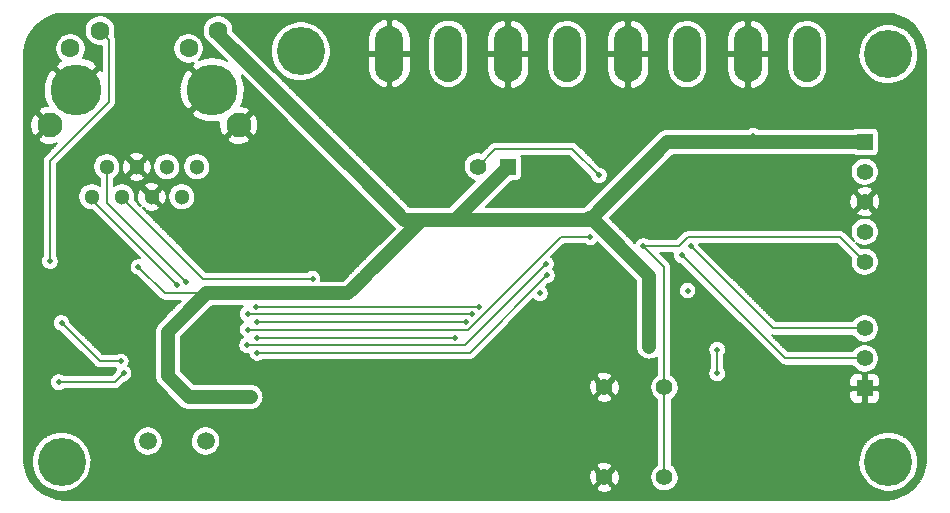
<source format=gbl>
%FSLAX46Y46*%
G04 Gerber Fmt 4.6, Leading zero omitted, Abs format (unit mm)*
G04 Created by KiCad (PCBNEW (2014-jul-16 BZR unknown)-product) date Thu 14 Aug 2014 03:55:34 PM CEST*
%MOMM*%
G01*
G04 APERTURE LIST*
%ADD10C,0.020000*%
%ADD11C,1.397000*%
%ADD12C,4.300000*%
%ADD13C,1.300000*%
%ADD14C,1.600000*%
%ADD15C,2.100000*%
%ADD16O,2.379980X4.759960*%
%ADD17R,1.397000X1.397000*%
%ADD18C,1.501140*%
%ADD19C,4.064000*%
%ADD20C,0.500000*%
%ADD21C,0.800000*%
%ADD22C,1.200000*%
%ADD23C,0.200000*%
%ADD24C,0.400000*%
G04 APERTURE END LIST*
D10*
D11*
X72990000Y-52510000D03*
X67910000Y-52510000D03*
X72990000Y-44890000D03*
X67910000Y-44890000D03*
D12*
X34700000Y-19700000D03*
X23200000Y-19700000D03*
D13*
X33396000Y-26222000D03*
X32126000Y-28762000D03*
X30856000Y-26222000D03*
X29586000Y-28762000D03*
X28316000Y-26222000D03*
X27046000Y-28762000D03*
X25776000Y-26222000D03*
X24506000Y-28762000D03*
D14*
X32700000Y-16200000D03*
X35200000Y-14700000D03*
X22700000Y-16200000D03*
X25200000Y-14700000D03*
D15*
X36950000Y-22700000D03*
X20950000Y-22700000D03*
D16*
X85069360Y-16689580D03*
X80070640Y-16689580D03*
X74909360Y-16689580D03*
X69910640Y-16689580D03*
X64749360Y-16689580D03*
X59750640Y-16689580D03*
D17*
X89950000Y-44990000D03*
D11*
X89950000Y-42450000D03*
X89950000Y-39910000D03*
D17*
X59720000Y-26200000D03*
D11*
X57180000Y-26200000D03*
D18*
X29259060Y-49450000D03*
X34140940Y-49450000D03*
D19*
X42200000Y-16450000D03*
X21950000Y-51200000D03*
X91950000Y-16700000D03*
X91950000Y-51200000D03*
D17*
X89950000Y-24100000D03*
D11*
X89950000Y-26640000D03*
X89950000Y-29180000D03*
X89950000Y-31720000D03*
X89950000Y-34260000D03*
D16*
X54699360Y-16649580D03*
X49700640Y-16649580D03*
D20*
X74950000Y-36700000D03*
X62450000Y-36950000D03*
D21*
X83080000Y-20650000D03*
D20*
X69450000Y-35200000D03*
X34450000Y-38450000D03*
X37950000Y-43200000D03*
X27200000Y-40450000D03*
D21*
X47450000Y-27200000D03*
D20*
X70200000Y-33950000D03*
X37950000Y-45700000D03*
X71700000Y-41450000D03*
X71700000Y-37950000D03*
X80500000Y-23600000D03*
X66600000Y-30600000D03*
X28450000Y-34700000D03*
X32450000Y-38700000D03*
X30700000Y-43450000D03*
X43200000Y-35700000D03*
X32450000Y-35950000D03*
X31700000Y-36200000D03*
X20950000Y-34200000D03*
X75200000Y-32950000D03*
X74450000Y-33700000D03*
X71200000Y-32950000D03*
X21700000Y-44450000D03*
X27200000Y-43700000D03*
X26950000Y-42700000D03*
X21950000Y-39450000D03*
X63040000Y-35420000D03*
X38500000Y-41960000D03*
X62950000Y-34450000D03*
X37670000Y-41320000D03*
X55240000Y-40700000D03*
X38500000Y-40700000D03*
X66700000Y-32200000D03*
X37700000Y-40000000D03*
X56150000Y-39380000D03*
X38520000Y-39380000D03*
X37700000Y-38700000D03*
X56700000Y-38700000D03*
X77450000Y-43700000D03*
X77450000Y-41700000D03*
X67450000Y-26950000D03*
X38370000Y-38080000D03*
X57300000Y-38070000D03*
D22*
X35200000Y-14700000D02*
X35200000Y-14950000D01*
X35200000Y-14950000D02*
X47450000Y-27200000D01*
X47450000Y-27200000D02*
X50950000Y-30700000D01*
X50950000Y-30700000D02*
X52450000Y-30700000D01*
X30950000Y-43450000D02*
X30950000Y-43950000D01*
X32700000Y-45700000D02*
X37950000Y-45700000D01*
X30950000Y-43950000D02*
X32700000Y-45700000D01*
X71700000Y-37950000D02*
X71700000Y-41450000D01*
D23*
X77700000Y-24450000D02*
X78020000Y-24130000D01*
X78020000Y-24130000D02*
X79970000Y-24130000D01*
X79970000Y-24130000D02*
X80500000Y-23600000D01*
D22*
X71700000Y-37950000D02*
X71700000Y-35450000D01*
X71700000Y-35450000D02*
X70200000Y-33950000D01*
X66850000Y-30600000D02*
X66600000Y-30600000D01*
X69575000Y-33325000D02*
X66850000Y-30600000D01*
X70200000Y-33950000D02*
X69575000Y-33325000D01*
D24*
X80500000Y-23600000D02*
X80500000Y-24130000D01*
X80500000Y-24130000D02*
X80500000Y-23700000D01*
X80500000Y-23700000D02*
X80500000Y-24130000D01*
D22*
X81800000Y-24130000D02*
X89920000Y-24130000D01*
X89920000Y-24130000D02*
X89950000Y-24100000D01*
D23*
X66600000Y-30600000D02*
X66600000Y-30700000D01*
D22*
X52450000Y-30700000D02*
X55220000Y-30700000D01*
X55220000Y-30700000D02*
X59720000Y-26200000D01*
X47725400Y-35450000D02*
X47725400Y-35424600D01*
X66600000Y-30700000D02*
X66650000Y-30700000D01*
X66650000Y-30700000D02*
X73220000Y-24130000D01*
X52450000Y-30700000D02*
X66600000Y-30700000D01*
X47725400Y-35424600D02*
X52450000Y-30700000D01*
D23*
X30700000Y-36950000D02*
X34200000Y-36950000D01*
X28450000Y-34700000D02*
X30700000Y-36950000D01*
D22*
X46225400Y-36950000D02*
X47725400Y-35450000D01*
X46225400Y-36950000D02*
X34200000Y-36950000D01*
X34200000Y-36950000D02*
X32450000Y-38700000D01*
X32450000Y-38700000D02*
X30950000Y-40200000D01*
X30950000Y-43450000D02*
X30950000Y-40200000D01*
D23*
X30700000Y-43450000D02*
X30950000Y-43450000D01*
X81800000Y-23700000D02*
X81800000Y-24130000D01*
X81800000Y-24130000D02*
X81800000Y-24000000D01*
X81800000Y-24000000D02*
X81800000Y-24130000D01*
D22*
X73220000Y-24130000D02*
X80500000Y-24130000D01*
X80500000Y-24130000D02*
X81800000Y-24130000D01*
D23*
X33950000Y-35700000D02*
X27171000Y-28921000D01*
X43200000Y-35700000D02*
X33950000Y-35700000D01*
D24*
X27046000Y-29046000D02*
X27046000Y-28762000D01*
X27046000Y-28762000D02*
X27046000Y-28796000D01*
D23*
X27046000Y-29046000D02*
X27046000Y-28762000D01*
X32450000Y-35950000D02*
X25776000Y-29276000D01*
X25776000Y-29276000D02*
X25776000Y-28976000D01*
X25776000Y-29026000D02*
X25776000Y-28976000D01*
X25776000Y-29026000D02*
X25776000Y-28976000D01*
X25776000Y-28976000D02*
X25776000Y-26222000D01*
X31700000Y-36200000D02*
X24506000Y-29006000D01*
X24506000Y-29006000D02*
X24506000Y-28762000D01*
X24506000Y-28762000D02*
X24506000Y-28806000D01*
X24506000Y-28762000D02*
X24512000Y-28762000D01*
X25950000Y-15450000D02*
X25200000Y-14700000D01*
X25950000Y-20700000D02*
X25950000Y-15450000D01*
X20950000Y-25700000D02*
X25950000Y-20700000D01*
X20950000Y-30200000D02*
X20950000Y-25700000D01*
X20950000Y-34200000D02*
X20950000Y-30200000D01*
X82160000Y-39910000D02*
X89950000Y-39910000D01*
X75200000Y-32950000D02*
X82160000Y-39910000D01*
X83200000Y-42450000D02*
X89950000Y-42450000D01*
X74450000Y-33700000D02*
X83200000Y-42450000D01*
X71200000Y-32950000D02*
X74200000Y-32950000D01*
X74200000Y-32950000D02*
X74950000Y-32200000D01*
X74950000Y-32200000D02*
X87890000Y-32200000D01*
X87890000Y-32200000D02*
X89950000Y-34260000D01*
X72950000Y-34950000D02*
X72950000Y-34700000D01*
X72950000Y-44600000D02*
X72950000Y-34950000D01*
X72950000Y-34700000D02*
X71200000Y-32950000D01*
X72990000Y-44890000D02*
X72990000Y-52510000D01*
X72700000Y-44600000D02*
X72990000Y-44890000D01*
X89950000Y-34260000D02*
X89950000Y-34200000D01*
X21700000Y-44450000D02*
X26450000Y-44450000D01*
X26450000Y-44450000D02*
X27200000Y-43700000D01*
X21950000Y-39450000D02*
X25200000Y-42700000D01*
X25200000Y-42700000D02*
X26950000Y-42700000D01*
X56490000Y-41970000D02*
X63040000Y-35420000D01*
X38510000Y-41970000D02*
X56490000Y-41970000D01*
X38500000Y-41960000D02*
X38510000Y-41970000D01*
X56090000Y-41340000D02*
X62950000Y-34450000D01*
X37690000Y-41340000D02*
X56090000Y-41340000D01*
X37670000Y-41320000D02*
X37690000Y-41340000D01*
X38500000Y-40700000D02*
X55240000Y-40700000D01*
X64200000Y-32200000D02*
X66700000Y-32200000D01*
X56400000Y-40000000D02*
X64200000Y-32200000D01*
X64200000Y-32200000D02*
X64175000Y-32225000D01*
X37700000Y-40000000D02*
X56400000Y-40000000D01*
X38520000Y-39380000D02*
X56150000Y-39380000D01*
X38510000Y-39390000D02*
X38500000Y-39390000D01*
X38520000Y-39380000D02*
X38510000Y-39390000D01*
X56700000Y-38700000D02*
X37700000Y-38700000D01*
X77450000Y-41700000D02*
X77450000Y-43700000D01*
X58680000Y-24700000D02*
X57180000Y-26200000D01*
X65200000Y-24700000D02*
X58680000Y-24700000D01*
X67450000Y-26950000D02*
X65200000Y-24700000D01*
X55100000Y-38080000D02*
X57290000Y-38080000D01*
X38370000Y-38080000D02*
X44840000Y-38080000D01*
X44840000Y-38080000D02*
X55100000Y-38080000D01*
X57290000Y-38080000D02*
X57300000Y-38070000D01*
X22201822Y-13250000D02*
X91673101Y-13250000D01*
X21260806Y-13399200D02*
X25081010Y-13399200D01*
X25097935Y-13399200D02*
X35081010Y-13399200D01*
X35097935Y-13399200D02*
X92637577Y-13399200D01*
X20815273Y-13548400D02*
X24585572Y-13548400D01*
X25815298Y-13548400D02*
X34585572Y-13548400D01*
X35815298Y-13548400D02*
X93080728Y-13548400D01*
X20539334Y-13697600D02*
X24365501Y-13697600D01*
X26036746Y-13697600D02*
X34365501Y-13697600D01*
X36036746Y-13697600D02*
X93361333Y-13697600D01*
X20266465Y-13846800D02*
X24213143Y-13846800D01*
X26184907Y-13846800D02*
X34213143Y-13846800D01*
X36184907Y-13846800D02*
X48904936Y-13846800D01*
X49546640Y-13846800D02*
X49854640Y-13846800D01*
X50496343Y-13846800D02*
X54174746Y-13846800D01*
X55222081Y-13846800D02*
X59048131Y-13846800D01*
X59559987Y-13846800D02*
X59941292Y-13846800D01*
X60453148Y-13846800D02*
X64360653Y-13846800D01*
X65142861Y-13846800D02*
X69208131Y-13846800D01*
X69719987Y-13846800D02*
X70101292Y-13846800D01*
X70613148Y-13846800D02*
X74520653Y-13846800D01*
X75302861Y-13846800D02*
X79368131Y-13846800D01*
X79879987Y-13846800D02*
X80261292Y-13846800D01*
X80773148Y-13846800D02*
X84680653Y-13846800D01*
X85462861Y-13846800D02*
X93630034Y-13846800D01*
X20086113Y-13996000D02*
X24106430Y-13996000D01*
X26293102Y-13996000D02*
X34106430Y-13996000D01*
X36293102Y-13996000D02*
X41551184Y-13996000D01*
X42837716Y-13996000D02*
X48659495Y-13996000D01*
X49546640Y-13996000D02*
X49854640Y-13996000D01*
X50741784Y-13996000D02*
X53841950Y-13996000D01*
X55554525Y-13996000D02*
X58767741Y-13996000D01*
X59596640Y-13996000D02*
X59904640Y-13996000D01*
X60733538Y-13996000D02*
X63968463Y-13996000D01*
X65530546Y-13996000D02*
X68927741Y-13996000D01*
X69756640Y-13996000D02*
X70064640Y-13996000D01*
X70893538Y-13996000D02*
X74128463Y-13996000D01*
X75690546Y-13996000D02*
X79087741Y-13996000D01*
X79916640Y-13996000D02*
X80224640Y-13996000D01*
X81053538Y-13996000D02*
X84288463Y-13996000D01*
X85850546Y-13996000D02*
X93812972Y-13996000D01*
X19905761Y-14145200D02*
X24023354Y-14145200D01*
X26377483Y-14145200D02*
X34023354Y-14145200D01*
X36377483Y-14145200D02*
X41145200Y-14145200D01*
X43251308Y-14145200D02*
X48473945Y-14145200D01*
X49546640Y-14145200D02*
X49854640Y-14145200D01*
X50927334Y-14145200D02*
X53632608Y-14145200D01*
X55766006Y-14145200D02*
X58562939Y-14145200D01*
X59596640Y-14145200D02*
X59904640Y-14145200D01*
X60938340Y-14145200D02*
X63732359Y-14145200D01*
X65767655Y-14145200D02*
X68722939Y-14145200D01*
X69756640Y-14145200D02*
X70064640Y-14145200D01*
X71098340Y-14145200D02*
X73892359Y-14145200D01*
X75927655Y-14145200D02*
X78882939Y-14145200D01*
X79916640Y-14145200D02*
X80224640Y-14145200D01*
X81258340Y-14145200D02*
X84052359Y-14145200D01*
X86087655Y-14145200D02*
X93995909Y-14145200D01*
X19734662Y-14294400D02*
X23959407Y-14294400D01*
X26438979Y-14294400D02*
X33959407Y-14294400D01*
X36438979Y-14294400D02*
X40869781Y-14294400D01*
X43532339Y-14294400D02*
X48328496Y-14294400D01*
X49546640Y-14294400D02*
X49854640Y-14294400D01*
X51072783Y-14294400D02*
X53469780Y-14294400D01*
X55930799Y-14294400D02*
X58417490Y-14294400D01*
X59596640Y-14294400D02*
X59904640Y-14294400D01*
X61083789Y-14294400D02*
X63553345Y-14294400D01*
X65948007Y-14294400D02*
X68577490Y-14294400D01*
X69756640Y-14294400D02*
X70064640Y-14294400D01*
X71243789Y-14294400D02*
X73713345Y-14294400D01*
X76108007Y-14294400D02*
X78737490Y-14294400D01*
X79916640Y-14294400D02*
X80224640Y-14294400D01*
X81403789Y-14294400D02*
X83873345Y-14294400D01*
X86268007Y-14294400D02*
X91144687Y-14294400D01*
X92761514Y-14294400D02*
X94162674Y-14294400D01*
X19612977Y-14443600D02*
X23925400Y-14443600D01*
X26474527Y-14443600D02*
X33925400Y-14443600D01*
X36474527Y-14443600D02*
X40641780Y-14443600D01*
X43753538Y-14443600D02*
X48219105Y-14443600D01*
X49546640Y-14443600D02*
X49854640Y-14443600D01*
X51182174Y-14443600D02*
X53344586Y-14443600D01*
X56052484Y-14443600D02*
X58295102Y-14443600D01*
X59596640Y-14443600D02*
X59904640Y-14443600D01*
X61206177Y-14443600D02*
X63428151Y-14443600D01*
X66069861Y-14443600D02*
X68455102Y-14443600D01*
X69756640Y-14443600D02*
X70064640Y-14443600D01*
X71366177Y-14443600D02*
X73588151Y-14443600D01*
X76229861Y-14443600D02*
X78615102Y-14443600D01*
X79916640Y-14443600D02*
X80224640Y-14443600D01*
X81526177Y-14443600D02*
X83748151Y-14443600D01*
X86389861Y-14443600D02*
X90775407Y-14443600D01*
X93116446Y-14443600D02*
X94286103Y-14443600D01*
X19491293Y-14592800D02*
X23901314Y-14592800D01*
X26499773Y-14592800D02*
X33901314Y-14592800D01*
X36499773Y-14592800D02*
X40477472Y-14592800D01*
X43924227Y-14592800D02*
X48122137Y-14592800D01*
X49546640Y-14592800D02*
X49854640Y-14592800D01*
X51279142Y-14592800D02*
X53248887Y-14592800D01*
X56150786Y-14592800D02*
X58198134Y-14592800D01*
X59596640Y-14592800D02*
X59904640Y-14592800D01*
X61303145Y-14592800D02*
X63320877Y-14592800D01*
X66179518Y-14592800D02*
X68358134Y-14592800D01*
X69756640Y-14592800D02*
X70064640Y-14592800D01*
X71463145Y-14592800D02*
X73480877Y-14592800D01*
X76339518Y-14592800D02*
X78518134Y-14592800D01*
X79916640Y-14592800D02*
X80224640Y-14592800D01*
X81623145Y-14592800D02*
X83640877Y-14592800D01*
X86499518Y-14592800D02*
X90545818Y-14592800D01*
X93354095Y-14592800D02*
X94409532Y-14592800D01*
X19369608Y-14742000D02*
X23899230Y-14742000D01*
X26497690Y-14742000D02*
X33899230Y-14742000D01*
X36547634Y-14742000D02*
X40325114Y-14742000D01*
X44072389Y-14742000D02*
X48053418Y-14742000D01*
X49546640Y-14742000D02*
X49854640Y-14742000D01*
X51347861Y-14742000D02*
X53166864Y-14742000D01*
X56230117Y-14742000D02*
X58119393Y-14742000D01*
X59596640Y-14742000D02*
X59904640Y-14742000D01*
X61381886Y-14742000D02*
X63238854Y-14742000D01*
X66258849Y-14742000D02*
X68279393Y-14742000D01*
X69756640Y-14742000D02*
X70064640Y-14742000D01*
X71541886Y-14742000D02*
X73398854Y-14742000D01*
X76418849Y-14742000D02*
X78439393Y-14742000D01*
X79916640Y-14742000D02*
X80224640Y-14742000D01*
X81701886Y-14742000D02*
X83558854Y-14742000D01*
X86578849Y-14742000D02*
X90330406Y-14742000D01*
X93574129Y-14742000D02*
X94532961Y-14742000D01*
X19276010Y-14891200D02*
X23913322Y-14891200D01*
X26489747Y-14891200D02*
X33913322Y-14891200D01*
X36696834Y-14891200D02*
X40198532Y-14891200D01*
X44204368Y-14891200D02*
X47993831Y-14891200D01*
X49546640Y-14891200D02*
X49854640Y-14891200D01*
X51407448Y-14891200D02*
X53110722Y-14891200D01*
X56288870Y-14891200D02*
X58059806Y-14891200D01*
X59596640Y-14891200D02*
X59904640Y-14891200D01*
X61441473Y-14891200D02*
X63173411Y-14891200D01*
X66326793Y-14891200D02*
X68219806Y-14891200D01*
X69756640Y-14891200D02*
X70064640Y-14891200D01*
X71601473Y-14891200D02*
X73333411Y-14891200D01*
X76486793Y-14891200D02*
X78379806Y-14891200D01*
X79916640Y-14891200D02*
X80224640Y-14891200D01*
X81761473Y-14891200D02*
X83493411Y-14891200D01*
X86646793Y-14891200D02*
X90178048Y-14891200D01*
X93722291Y-14891200D02*
X94622304Y-14891200D01*
X19196679Y-15040400D02*
X22099654Y-15040400D01*
X23296267Y-15040400D02*
X23940705Y-15040400D01*
X26455849Y-15040400D02*
X32099654Y-15040400D01*
X33296267Y-15040400D02*
X33940705Y-15040400D01*
X36846034Y-15040400D02*
X40096373Y-15040400D01*
X44303496Y-15040400D02*
X47951898Y-15040400D01*
X49546640Y-15040400D02*
X49854640Y-15040400D01*
X51449381Y-15040400D02*
X53063393Y-15040400D01*
X56333916Y-15040400D02*
X58009326Y-15040400D01*
X59596640Y-15040400D02*
X59904640Y-15040400D01*
X61491953Y-15040400D02*
X63126082Y-15040400D01*
X66371839Y-15040400D02*
X68169326Y-15040400D01*
X69756640Y-15040400D02*
X70064640Y-15040400D01*
X71651953Y-15040400D02*
X73286082Y-15040400D01*
X76531839Y-15040400D02*
X78329326Y-15040400D01*
X79916640Y-15040400D02*
X80224640Y-15040400D01*
X81811953Y-15040400D02*
X83446082Y-15040400D01*
X86691839Y-15040400D02*
X90025689Y-15040400D01*
X93870452Y-15040400D02*
X94702976Y-15040400D01*
X19117348Y-15189600D02*
X21873671Y-15189600D01*
X23526899Y-15189600D02*
X23995601Y-15189600D01*
X26487842Y-15189600D02*
X31873671Y-15189600D01*
X33526899Y-15189600D02*
X33995601Y-15189600D01*
X36995234Y-15189600D02*
X39994214Y-15189600D01*
X44402624Y-15189600D02*
X47924190Y-15189600D01*
X49546640Y-15189600D02*
X49854640Y-15189600D01*
X51477089Y-15189600D02*
X53035609Y-15189600D01*
X56364243Y-15189600D02*
X57981618Y-15189600D01*
X59596640Y-15189600D02*
X59904640Y-15189600D01*
X61519661Y-15189600D02*
X63090095Y-15189600D01*
X66410321Y-15189600D02*
X68141618Y-15189600D01*
X69756640Y-15189600D02*
X70064640Y-15189600D01*
X71679661Y-15189600D02*
X73250095Y-15189600D01*
X76570321Y-15189600D02*
X78301618Y-15189600D01*
X79916640Y-15189600D02*
X80224640Y-15189600D01*
X81839661Y-15189600D02*
X83410095Y-15189600D01*
X86730321Y-15189600D02*
X89915392Y-15189600D01*
X93986525Y-15189600D02*
X94783648Y-15189600D01*
X19038017Y-15338800D02*
X21721312Y-15338800D01*
X23676963Y-15338800D02*
X24065037Y-15338800D01*
X26539519Y-15338800D02*
X31721312Y-15338800D01*
X33676963Y-15338800D02*
X34065037Y-15338800D01*
X37144434Y-15338800D02*
X39921380Y-15338800D01*
X44480754Y-15338800D02*
X47902650Y-15338800D01*
X49546640Y-15338800D02*
X49854640Y-15338800D01*
X51498630Y-15338800D02*
X53018873Y-15338800D01*
X56378872Y-15338800D02*
X57953910Y-15338800D01*
X59596640Y-15338800D02*
X59904640Y-15338800D01*
X61547369Y-15338800D02*
X63073360Y-15338800D01*
X66424950Y-15338800D02*
X68113910Y-15338800D01*
X69756640Y-15338800D02*
X70064640Y-15338800D01*
X71707369Y-15338800D02*
X73233360Y-15338800D01*
X76584950Y-15338800D02*
X78273910Y-15338800D01*
X79916640Y-15338800D02*
X80224640Y-15338800D01*
X81867369Y-15338800D02*
X83393360Y-15338800D01*
X86744950Y-15338800D02*
X89813233Y-15338800D01*
X94085653Y-15338800D02*
X94864321Y-15338800D01*
X18982054Y-15488000D02*
X21611908Y-15488000D01*
X23787787Y-15488000D02*
X24161190Y-15488000D01*
X26550000Y-15488000D02*
X31611908Y-15488000D01*
X33787787Y-15488000D02*
X34161190Y-15488000D01*
X37293634Y-15488000D02*
X39857433Y-15488000D01*
X44542250Y-15488000D02*
X47902650Y-15488000D01*
X49546640Y-15488000D02*
X49854640Y-15488000D01*
X51498630Y-15488000D02*
X53009370Y-15488000D01*
X56389350Y-15488000D02*
X57952650Y-15488000D01*
X59596640Y-15488000D02*
X59904640Y-15488000D01*
X61548630Y-15488000D02*
X63059370Y-15488000D01*
X66439350Y-15488000D02*
X68112650Y-15488000D01*
X69756640Y-15488000D02*
X70064640Y-15488000D01*
X71708630Y-15488000D02*
X73219370Y-15488000D01*
X76599350Y-15488000D02*
X78272650Y-15488000D01*
X79916640Y-15488000D02*
X80224640Y-15488000D01*
X81868630Y-15488000D02*
X83379370Y-15488000D01*
X86759350Y-15488000D02*
X89714583Y-15488000D01*
X94184781Y-15488000D02*
X94916352Y-15488000D01*
X18937008Y-15637200D02*
X21526782Y-15637200D01*
X23874186Y-15637200D02*
X24297754Y-15637200D01*
X26550000Y-15637200D02*
X31526782Y-15637200D01*
X33874186Y-15637200D02*
X34297754Y-15637200D01*
X37442834Y-15637200D02*
X39793485Y-15637200D01*
X44603746Y-15637200D02*
X47902650Y-15637200D01*
X49546640Y-15637200D02*
X49854640Y-15637200D01*
X51498630Y-15637200D02*
X53009370Y-15637200D01*
X56389350Y-15637200D02*
X57952650Y-15637200D01*
X59596640Y-15637200D02*
X59904640Y-15637200D01*
X61548630Y-15637200D02*
X63059370Y-15637200D01*
X66439350Y-15637200D02*
X68112650Y-15637200D01*
X69756640Y-15637200D02*
X70064640Y-15637200D01*
X71708630Y-15637200D02*
X73219370Y-15637200D01*
X76599350Y-15637200D02*
X78272650Y-15637200D01*
X79916640Y-15637200D02*
X80224640Y-15637200D01*
X81868630Y-15637200D02*
X83379370Y-15637200D01*
X86759350Y-15637200D02*
X89650636Y-15637200D01*
X94250703Y-15637200D02*
X94962537Y-15637200D01*
X18891961Y-15786400D02*
X21462836Y-15786400D01*
X23935682Y-15786400D02*
X24485178Y-15786400D01*
X26550000Y-15786400D02*
X31462836Y-15786400D01*
X33935682Y-15786400D02*
X34480766Y-15786400D01*
X37592034Y-15786400D02*
X39752375Y-15786400D01*
X44649871Y-15786400D02*
X47902650Y-15786400D01*
X49546640Y-15786400D02*
X49854640Y-15786400D01*
X51498630Y-15786400D02*
X53009370Y-15786400D01*
X56389350Y-15786400D02*
X57952650Y-15786400D01*
X59596640Y-15786400D02*
X59904640Y-15786400D01*
X61548630Y-15786400D02*
X63059370Y-15786400D01*
X66439350Y-15786400D02*
X68112650Y-15786400D01*
X69756640Y-15786400D02*
X70064640Y-15786400D01*
X71708630Y-15786400D02*
X73219370Y-15786400D01*
X76599350Y-15786400D02*
X78272650Y-15786400D01*
X79916640Y-15786400D02*
X80224640Y-15786400D01*
X81868630Y-15786400D02*
X83379370Y-15786400D01*
X86759350Y-15786400D02*
X89586688Y-15786400D01*
X94312199Y-15786400D02*
X95008722Y-15786400D01*
X18846915Y-15935600D02*
X21427100Y-15935600D01*
X23972943Y-15935600D02*
X24780871Y-15935600D01*
X26550000Y-15935600D02*
X31427100Y-15935600D01*
X33972943Y-15935600D02*
X34629966Y-15935600D01*
X37741234Y-15935600D02*
X39720662Y-15935600D01*
X44679413Y-15935600D02*
X47902650Y-15935600D01*
X49546640Y-15935600D02*
X49854640Y-15935600D01*
X51498630Y-15935600D02*
X53009370Y-15935600D01*
X56389350Y-15935600D02*
X57952650Y-15935600D01*
X59596640Y-15935600D02*
X59904640Y-15935600D01*
X61548630Y-15935600D02*
X63059370Y-15935600D01*
X66439350Y-15935600D02*
X68112650Y-15935600D01*
X69756640Y-15935600D02*
X70064640Y-15935600D01*
X71708630Y-15935600D02*
X73219370Y-15935600D01*
X76599350Y-15935600D02*
X78272650Y-15935600D01*
X79916640Y-15935600D02*
X80224640Y-15935600D01*
X81868630Y-15935600D02*
X83379370Y-15935600D01*
X86759350Y-15935600D02*
X89523801Y-15935600D01*
X94373695Y-15935600D02*
X95054907Y-15935600D01*
X18812958Y-16084800D02*
X21401426Y-16084800D01*
X23999885Y-16084800D02*
X25350000Y-16084800D01*
X26550000Y-16084800D02*
X31401426Y-16084800D01*
X33999885Y-16084800D02*
X34779166Y-16084800D01*
X37890434Y-16084800D02*
X39688948Y-16084800D01*
X44708956Y-16084800D02*
X47902650Y-16084800D01*
X49546640Y-16084800D02*
X49854640Y-16084800D01*
X51498630Y-16084800D02*
X53009370Y-16084800D01*
X56389350Y-16084800D02*
X57952650Y-16084800D01*
X59596640Y-16084800D02*
X59904640Y-16084800D01*
X61548630Y-16084800D02*
X63059370Y-16084800D01*
X66439350Y-16084800D02*
X68112650Y-16084800D01*
X69756640Y-16084800D02*
X70064640Y-16084800D01*
X71708630Y-16084800D02*
X73219370Y-16084800D01*
X76599350Y-16084800D02*
X78272650Y-16084800D01*
X79916640Y-16084800D02*
X80224640Y-16084800D01*
X81868630Y-16084800D02*
X83379370Y-16084800D01*
X86759350Y-16084800D02*
X89492087Y-16084800D01*
X94409455Y-16084800D02*
X95085148Y-16084800D01*
X18798329Y-16234000D02*
X21399342Y-16234000D01*
X23997802Y-16234000D02*
X25350000Y-16234000D01*
X26550000Y-16234000D02*
X31399342Y-16234000D01*
X33997802Y-16234000D02*
X34928366Y-16234000D01*
X38039634Y-16234000D02*
X39670660Y-16234000D01*
X44731658Y-16234000D02*
X44732108Y-16234000D01*
X44732108Y-16234000D02*
X47902650Y-16234000D01*
X49546640Y-16234000D02*
X49854640Y-16234000D01*
X51498630Y-16234000D02*
X53009370Y-16234000D01*
X56389350Y-16234000D02*
X57952650Y-16234000D01*
X59596640Y-16234000D02*
X59904640Y-16234000D01*
X61548630Y-16234000D02*
X63059370Y-16234000D01*
X66439350Y-16234000D02*
X68112650Y-16234000D01*
X69756640Y-16234000D02*
X70064640Y-16234000D01*
X71708630Y-16234000D02*
X73219370Y-16234000D01*
X76599350Y-16234000D02*
X78272650Y-16234000D01*
X79916640Y-16234000D02*
X80224640Y-16234000D01*
X81868630Y-16234000D02*
X83379370Y-16234000D01*
X86759350Y-16234000D02*
X89460374Y-16234000D01*
X94438997Y-16234000D02*
X95100830Y-16234000D01*
X18783700Y-16383200D02*
X21411853Y-16383200D01*
X23991565Y-16383200D02*
X25350000Y-16383200D01*
X26550000Y-16383200D02*
X31411853Y-16383200D01*
X33991565Y-16383200D02*
X35077566Y-16383200D01*
X38188834Y-16383200D02*
X39668577Y-16383200D01*
X44729575Y-16383200D02*
X44732108Y-16383200D01*
X44732108Y-16383200D02*
X47902650Y-16383200D01*
X49546640Y-16383200D02*
X49854640Y-16383200D01*
X51498630Y-16383200D02*
X53009370Y-16383200D01*
X56389350Y-16383200D02*
X57952650Y-16383200D01*
X59596640Y-16383200D02*
X59904640Y-16383200D01*
X61548630Y-16383200D02*
X63059370Y-16383200D01*
X66439350Y-16383200D02*
X68112650Y-16383200D01*
X69756640Y-16383200D02*
X70064640Y-16383200D01*
X71708630Y-16383200D02*
X73219370Y-16383200D01*
X76599350Y-16383200D02*
X78272650Y-16383200D01*
X79916640Y-16383200D02*
X80224640Y-16383200D01*
X81868630Y-16383200D02*
X83379370Y-16383200D01*
X86759350Y-16383200D02*
X89428660Y-16383200D01*
X94468539Y-16383200D02*
X95116511Y-16383200D01*
X18769071Y-16532400D02*
X21439237Y-16532400D01*
X23957667Y-16532400D02*
X25350000Y-16532400D01*
X26550000Y-16532400D02*
X31439237Y-16532400D01*
X33957667Y-16532400D02*
X35226766Y-16532400D01*
X38338034Y-16532400D02*
X39666494Y-16532400D01*
X44727491Y-16532400D02*
X44732108Y-16532400D01*
X44732108Y-16532400D02*
X49546640Y-16532400D01*
X49546640Y-16532400D02*
X51498630Y-16532400D01*
X51498630Y-16532400D02*
X53009370Y-16532400D01*
X56389350Y-16532400D02*
X57952650Y-16532400D01*
X59596640Y-16532400D02*
X59904640Y-16532400D01*
X61548630Y-16532400D02*
X63059370Y-16532400D01*
X66439350Y-16532400D02*
X68112650Y-16532400D01*
X69756640Y-16532400D02*
X70064640Y-16532400D01*
X71708630Y-16532400D02*
X73219370Y-16532400D01*
X76599350Y-16532400D02*
X78272650Y-16532400D01*
X79916640Y-16532400D02*
X80224640Y-16532400D01*
X81868630Y-16532400D02*
X83379370Y-16532400D01*
X86759350Y-16532400D02*
X89419985Y-16532400D01*
X94480982Y-16532400D02*
X94482108Y-16532400D01*
X94482108Y-16532400D02*
X95132193Y-16532400D01*
X18754442Y-16681600D02*
X21492434Y-16681600D01*
X23908666Y-16681600D02*
X25350000Y-16681600D01*
X26550000Y-16681600D02*
X31492434Y-16681600D01*
X33908666Y-16681600D02*
X35375966Y-16681600D01*
X38487234Y-16681600D02*
X39668105Y-16681600D01*
X44725408Y-16681600D02*
X44732108Y-16681600D01*
X44732108Y-16681600D02*
X49546640Y-16681600D01*
X49546640Y-16681600D02*
X51498630Y-16681600D01*
X51498630Y-16681600D02*
X53009370Y-16681600D01*
X56389350Y-16681600D02*
X59596640Y-16681600D01*
X59596640Y-16681600D02*
X61548630Y-16681600D01*
X61548630Y-16681600D02*
X63059370Y-16681600D01*
X66439350Y-16681600D02*
X69756640Y-16681600D01*
X69756640Y-16681600D02*
X71708630Y-16681600D01*
X71708630Y-16681600D02*
X73219370Y-16681600D01*
X76599350Y-16681600D02*
X79916640Y-16681600D01*
X79916640Y-16681600D02*
X81868630Y-16681600D01*
X81868630Y-16681600D02*
X83379370Y-16681600D01*
X86759350Y-16681600D02*
X89417901Y-16681600D01*
X94478899Y-16681600D02*
X94482108Y-16681600D01*
X94482108Y-16681600D02*
X95147875Y-16681600D01*
X18750000Y-16830800D02*
X21559881Y-16830800D01*
X23842239Y-16830800D02*
X25350000Y-16830800D01*
X26550000Y-16830800D02*
X31559881Y-16830800D01*
X33842239Y-16830800D02*
X35525166Y-16830800D01*
X38636434Y-16830800D02*
X39695488Y-16830800D01*
X44710121Y-16830800D02*
X44732108Y-16830800D01*
X44732108Y-16830800D02*
X47902650Y-16830800D01*
X49546640Y-16830800D02*
X49854640Y-16830800D01*
X51498630Y-16830800D02*
X53009370Y-16830800D01*
X56389350Y-16830800D02*
X59596640Y-16830800D01*
X59596640Y-16830800D02*
X61548630Y-16830800D01*
X61548630Y-16830800D02*
X63059370Y-16830800D01*
X66439350Y-16830800D02*
X69756640Y-16830800D01*
X69756640Y-16830800D02*
X71708630Y-16830800D01*
X71708630Y-16830800D02*
X73219370Y-16830800D01*
X76599350Y-16830800D02*
X79916640Y-16830800D01*
X79916640Y-16830800D02*
X81868630Y-16830800D01*
X81868630Y-16830800D02*
X83379370Y-16830800D01*
X86759350Y-16830800D02*
X89415818Y-16830800D01*
X94476816Y-16830800D02*
X94482108Y-16830800D01*
X94482108Y-16830800D02*
X95150000Y-16830800D01*
X18750000Y-16980000D02*
X21656034Y-16980000D01*
X23740744Y-16980000D02*
X25350000Y-16980000D01*
X26550000Y-16980000D02*
X31656034Y-16980000D01*
X33740744Y-16980000D02*
X34211498Y-16980000D01*
X35219182Y-16980000D02*
X35674366Y-16980000D01*
X38785634Y-16980000D02*
X39722872Y-16980000D01*
X44676224Y-16980000D02*
X44732108Y-16980000D01*
X44732108Y-16980000D02*
X47902650Y-16980000D01*
X49546640Y-16980000D02*
X49854640Y-16980000D01*
X51498630Y-16980000D02*
X53009370Y-16980000D01*
X56389350Y-16980000D02*
X57952650Y-16980000D01*
X59596640Y-16980000D02*
X59904640Y-16980000D01*
X61548630Y-16980000D02*
X63059370Y-16980000D01*
X66439350Y-16980000D02*
X68112650Y-16980000D01*
X69756640Y-16980000D02*
X70064640Y-16980000D01*
X71708630Y-16980000D02*
X73219370Y-16980000D01*
X76599350Y-16980000D02*
X78272650Y-16980000D01*
X79916640Y-16980000D02*
X80224640Y-16980000D01*
X81868630Y-16980000D02*
X83379370Y-16980000D01*
X86759350Y-16980000D02*
X89426988Y-16980000D01*
X94474732Y-16980000D02*
X94482108Y-16980000D01*
X94482108Y-16980000D02*
X95150000Y-16980000D01*
X18750000Y-17129200D02*
X21790028Y-17129200D01*
X24231379Y-17129200D02*
X25350000Y-17129200D01*
X26550000Y-17129200D02*
X31790028Y-17129200D01*
X33609422Y-17129200D02*
X33685155Y-17129200D01*
X35731380Y-17129200D02*
X35823566Y-17129200D01*
X38934834Y-17129200D02*
X39750255Y-17129200D01*
X44642327Y-17129200D02*
X44732108Y-17129200D01*
X44732108Y-17129200D02*
X47902650Y-17129200D01*
X49546640Y-17129200D02*
X49854640Y-17129200D01*
X51498630Y-17129200D02*
X53009370Y-17129200D01*
X56389350Y-17129200D02*
X57952650Y-17129200D01*
X59596640Y-17129200D02*
X59904640Y-17129200D01*
X61548630Y-17129200D02*
X63059370Y-17129200D01*
X66439350Y-17129200D02*
X68112650Y-17129200D01*
X69756640Y-17129200D02*
X70064640Y-17129200D01*
X71708630Y-17129200D02*
X73219370Y-17129200D01*
X76599350Y-17129200D02*
X78272650Y-17129200D01*
X79916640Y-17129200D02*
X80224640Y-17129200D01*
X81868630Y-17129200D02*
X83379370Y-17129200D01*
X86759350Y-17129200D02*
X89454371Y-17129200D01*
X94449125Y-17129200D02*
X94482108Y-17129200D01*
X94482108Y-17129200D02*
X95150000Y-17129200D01*
X18750000Y-17278400D02*
X21871166Y-17278400D01*
X24521822Y-17278400D02*
X25350000Y-17278400D01*
X26550000Y-17278400D02*
X31973667Y-17278400D01*
X39084034Y-17278400D02*
X39804636Y-17278400D01*
X44602911Y-17278400D02*
X44732108Y-17278400D01*
X44732108Y-17278400D02*
X47902650Y-17278400D01*
X49546640Y-17278400D02*
X49854640Y-17278400D01*
X51498630Y-17278400D02*
X53009370Y-17278400D01*
X56389350Y-17278400D02*
X57952650Y-17278400D01*
X59596640Y-17278400D02*
X59904640Y-17278400D01*
X61548630Y-17278400D02*
X63059370Y-17278400D01*
X66439350Y-17278400D02*
X68112650Y-17278400D01*
X69756640Y-17278400D02*
X70064640Y-17278400D01*
X71708630Y-17278400D02*
X73219370Y-17278400D01*
X76599350Y-17278400D02*
X78272650Y-17278400D01*
X79916640Y-17278400D02*
X80224640Y-17278400D01*
X81868630Y-17278400D02*
X83379370Y-17278400D01*
X86759350Y-17278400D02*
X89481755Y-17278400D01*
X94415228Y-17278400D02*
X94482108Y-17278400D01*
X94482108Y-17278400D02*
X95150000Y-17278400D01*
X18750000Y-17427600D02*
X21661758Y-17427600D01*
X24738241Y-17427600D02*
X25350000Y-17427600D01*
X26550000Y-17427600D02*
X32262560Y-17427600D01*
X33130100Y-17427600D02*
X33161757Y-17427600D01*
X39233234Y-17427600D02*
X39863708Y-17427600D01*
X44536482Y-17427600D02*
X44732108Y-17427600D01*
X44732108Y-17427600D02*
X47902650Y-17427600D01*
X49546640Y-17427600D02*
X49854640Y-17427600D01*
X51498630Y-17427600D02*
X53009370Y-17427600D01*
X56389350Y-17427600D02*
X57952650Y-17427600D01*
X59596640Y-17427600D02*
X59904640Y-17427600D01*
X61548630Y-17427600D02*
X63059370Y-17427600D01*
X66439350Y-17427600D02*
X68112650Y-17427600D01*
X69756640Y-17427600D02*
X70064640Y-17427600D01*
X71708630Y-17427600D02*
X73219370Y-17427600D01*
X76599350Y-17427600D02*
X78272650Y-17427600D01*
X79916640Y-17427600D02*
X80224640Y-17427600D01*
X81868630Y-17427600D02*
X83379370Y-17427600D01*
X86759350Y-17427600D02*
X89514726Y-17427600D01*
X94381330Y-17427600D02*
X94482108Y-17427600D01*
X94482108Y-17427600D02*
X95150000Y-17427600D01*
X18750000Y-17576800D02*
X21566032Y-17576800D01*
X24833967Y-17576800D02*
X25350000Y-17576800D01*
X26550000Y-17576800D02*
X33066031Y-17576800D01*
X39382434Y-17576800D02*
X39922781Y-17576800D01*
X44470054Y-17576800D02*
X44732108Y-17576800D01*
X44732108Y-17576800D02*
X47902650Y-17576800D01*
X49546640Y-17576800D02*
X49854640Y-17576800D01*
X51498630Y-17576800D02*
X53009370Y-17576800D01*
X56389350Y-17576800D02*
X57952650Y-17576800D01*
X59596640Y-17576800D02*
X59904640Y-17576800D01*
X61548630Y-17576800D02*
X63059370Y-17576800D01*
X66439350Y-17576800D02*
X68112650Y-17576800D01*
X69756640Y-17576800D02*
X70064640Y-17576800D01*
X71708630Y-17576800D02*
X73219370Y-17576800D01*
X76599350Y-17576800D02*
X78272650Y-17576800D01*
X79916640Y-17576800D02*
X80224640Y-17576800D01*
X81868630Y-17576800D02*
X83379370Y-17576800D01*
X86759350Y-17576800D02*
X89573799Y-17576800D01*
X94331362Y-17576800D02*
X94482108Y-17576800D01*
X94482108Y-17576800D02*
X95150000Y-17576800D01*
X18750000Y-17726000D02*
X21470305Y-17726000D01*
X24929694Y-17726000D02*
X25350000Y-17726000D01*
X26550000Y-17726000D02*
X32970305Y-17726000D01*
X39531634Y-17726000D02*
X40009944Y-17726000D01*
X44398607Y-17726000D02*
X44732108Y-17726000D01*
X44732108Y-17726000D02*
X47902650Y-17726000D01*
X49546640Y-17726000D02*
X49854640Y-17726000D01*
X51498630Y-17726000D02*
X53009370Y-17726000D01*
X56389350Y-17726000D02*
X57952650Y-17726000D01*
X59596640Y-17726000D02*
X59904640Y-17726000D01*
X61548630Y-17726000D02*
X63059370Y-17726000D01*
X66439350Y-17726000D02*
X68112650Y-17726000D01*
X69756640Y-17726000D02*
X70064640Y-17726000D01*
X71708630Y-17726000D02*
X73219370Y-17726000D01*
X76599350Y-17726000D02*
X78272650Y-17726000D01*
X79916640Y-17726000D02*
X80224640Y-17726000D01*
X81868630Y-17726000D02*
X83379370Y-17726000D01*
X86759350Y-17726000D02*
X89632871Y-17726000D01*
X94264933Y-17726000D02*
X94482108Y-17726000D01*
X94482108Y-17726000D02*
X95150000Y-17726000D01*
X18750000Y-17875200D02*
X21592989Y-17875200D01*
X24807011Y-17875200D02*
X24940058Y-17875200D01*
X24940058Y-17875200D02*
X25350000Y-17875200D01*
X26550000Y-17875200D02*
X33092989Y-17875200D01*
X39680834Y-17875200D02*
X40106097Y-17875200D01*
X44293358Y-17875200D02*
X44732108Y-17875200D01*
X44732108Y-17875200D02*
X47902650Y-17875200D01*
X49546640Y-17875200D02*
X49854640Y-17875200D01*
X51498630Y-17875200D02*
X53011498Y-17875200D01*
X56389199Y-17875200D02*
X56389350Y-17875200D01*
X56389350Y-17875200D02*
X57952650Y-17875200D01*
X59596640Y-17875200D02*
X59904640Y-17875200D01*
X61548630Y-17875200D02*
X63059370Y-17875200D01*
X66439350Y-17875200D02*
X68112650Y-17875200D01*
X69756640Y-17875200D02*
X70064640Y-17875200D01*
X71708630Y-17875200D02*
X73219370Y-17875200D01*
X76599350Y-17875200D02*
X78272650Y-17875200D01*
X79916640Y-17875200D02*
X80224640Y-17875200D01*
X81868630Y-17875200D02*
X83379370Y-17875200D01*
X86759350Y-17875200D02*
X89694983Y-17875200D01*
X94198505Y-17875200D02*
X94482108Y-17875200D01*
X94482108Y-17875200D02*
X95150000Y-17875200D01*
X18750000Y-18024400D02*
X21141688Y-18024400D01*
X21306611Y-18024400D02*
X21742189Y-18024400D01*
X24657811Y-18024400D02*
X24940058Y-18024400D01*
X24940058Y-18024400D02*
X25093389Y-18024400D01*
X25258312Y-18024400D02*
X25350000Y-18024400D01*
X26550000Y-18024400D02*
X32641688Y-18024400D01*
X32806611Y-18024400D02*
X33242189Y-18024400D01*
X39830034Y-18024400D02*
X40202249Y-18024400D01*
X44188109Y-18024400D02*
X44732108Y-18024400D01*
X44732108Y-18024400D02*
X47908376Y-18024400D01*
X49546640Y-18024400D02*
X49854640Y-18024400D01*
X51492905Y-18024400D02*
X51498630Y-18024400D01*
X51498630Y-18024400D02*
X53026127Y-18024400D01*
X56372664Y-18024400D02*
X56389350Y-18024400D01*
X56389350Y-18024400D02*
X57952650Y-18024400D01*
X59596640Y-18024400D02*
X59904640Y-18024400D01*
X61548630Y-18024400D02*
X63072205Y-18024400D01*
X66427150Y-18024400D02*
X66439350Y-18024400D01*
X66439350Y-18024400D02*
X68112650Y-18024400D01*
X69756640Y-18024400D02*
X70064640Y-18024400D01*
X71708630Y-18024400D02*
X73232205Y-18024400D01*
X76587150Y-18024400D02*
X76599350Y-18024400D01*
X76599350Y-18024400D02*
X78272650Y-18024400D01*
X79916640Y-18024400D02*
X80224640Y-18024400D01*
X81868630Y-18024400D02*
X83392205Y-18024400D01*
X86747150Y-18024400D02*
X86759350Y-18024400D01*
X86759350Y-18024400D02*
X89791136Y-18024400D01*
X94114465Y-18024400D02*
X94482108Y-18024400D01*
X94482108Y-18024400D02*
X95150000Y-18024400D01*
X18750000Y-18173600D02*
X20909143Y-18173600D01*
X21455811Y-18173600D02*
X21891389Y-18173600D01*
X24508611Y-18173600D02*
X24940058Y-18173600D01*
X24940058Y-18173600D02*
X24944189Y-18173600D01*
X26550000Y-18173600D02*
X32409143Y-18173600D01*
X32955811Y-18173600D02*
X33391389Y-18173600D01*
X39979234Y-18173600D02*
X40344416Y-18173600D01*
X44061788Y-18173600D02*
X44732108Y-18173600D01*
X44732108Y-18173600D02*
X47936084Y-18173600D01*
X49546640Y-18173600D02*
X49854640Y-18173600D01*
X51465197Y-18173600D02*
X51498630Y-18173600D01*
X51498630Y-18173600D02*
X53040756Y-18173600D01*
X56355928Y-18173600D02*
X56389350Y-18173600D01*
X56389350Y-18173600D02*
X57978655Y-18173600D01*
X59596640Y-18173600D02*
X59904640Y-18173600D01*
X61522626Y-18173600D02*
X61548630Y-18173600D01*
X61548630Y-18173600D02*
X63086834Y-18173600D01*
X66410415Y-18173600D02*
X66439350Y-18173600D01*
X66439350Y-18173600D02*
X68138655Y-18173600D01*
X69756640Y-18173600D02*
X70064640Y-18173600D01*
X71682626Y-18173600D02*
X71708630Y-18173600D01*
X71708630Y-18173600D02*
X73246834Y-18173600D01*
X76570415Y-18173600D02*
X76599350Y-18173600D01*
X76599350Y-18173600D02*
X78298655Y-18173600D01*
X79916640Y-18173600D02*
X80224640Y-18173600D01*
X81842626Y-18173600D02*
X81868630Y-18173600D01*
X81868630Y-18173600D02*
X83406834Y-18173600D01*
X86730415Y-18173600D02*
X86759350Y-18173600D01*
X86759350Y-18173600D02*
X89887288Y-18173600D01*
X94009216Y-18173600D02*
X94482108Y-18173600D01*
X94482108Y-18173600D02*
X95150000Y-18173600D01*
X18750000Y-18322800D02*
X20806847Y-18322800D01*
X21605011Y-18322800D02*
X22040589Y-18322800D01*
X24359411Y-18322800D02*
X24794989Y-18322800D01*
X26550000Y-18322800D02*
X32306847Y-18322800D01*
X33105011Y-18322800D02*
X33540589Y-18322800D01*
X40128434Y-18322800D02*
X40488497Y-18322800D01*
X43905113Y-18322800D02*
X44732108Y-18322800D01*
X44732108Y-18322800D02*
X47963792Y-18322800D01*
X49546640Y-18322800D02*
X49854640Y-18322800D01*
X51437489Y-18322800D02*
X51498630Y-18322800D01*
X51498630Y-18322800D02*
X53084139Y-18322800D01*
X56315012Y-18322800D02*
X56389350Y-18322800D01*
X56389350Y-18322800D02*
X58006363Y-18322800D01*
X59596640Y-18322800D02*
X59904640Y-18322800D01*
X61494918Y-18322800D02*
X61548630Y-18322800D01*
X61548630Y-18322800D02*
X63122062Y-18322800D01*
X66377701Y-18322800D02*
X66439350Y-18322800D01*
X66439350Y-18322800D02*
X68166363Y-18322800D01*
X69756640Y-18322800D02*
X70064640Y-18322800D01*
X71654918Y-18322800D02*
X71708630Y-18322800D01*
X71708630Y-18322800D02*
X73282062Y-18322800D01*
X76537701Y-18322800D02*
X76599350Y-18322800D01*
X76599350Y-18322800D02*
X78326363Y-18322800D01*
X79916640Y-18322800D02*
X80224640Y-18322800D01*
X81814918Y-18322800D02*
X81868630Y-18322800D01*
X81868630Y-18322800D02*
X83442062Y-18322800D01*
X86697701Y-18322800D02*
X86759350Y-18322800D01*
X86759350Y-18322800D02*
X89997075Y-18322800D01*
X93903967Y-18322800D02*
X94482108Y-18322800D01*
X94482108Y-18322800D02*
X95150000Y-18322800D01*
X18750000Y-18472000D02*
X20730203Y-18472000D01*
X21754211Y-18472000D02*
X22189789Y-18472000D01*
X24210211Y-18472000D02*
X24645789Y-18472000D01*
X26550000Y-18472000D02*
X32230203Y-18472000D01*
X33254211Y-18472000D02*
X33689789Y-18472000D01*
X40277634Y-18472000D02*
X40672536Y-18472000D01*
X43739448Y-18472000D02*
X44732108Y-18472000D01*
X44732108Y-18472000D02*
X48019408Y-18472000D01*
X49546640Y-18472000D02*
X49854640Y-18472000D01*
X51381873Y-18472000D02*
X51498630Y-18472000D01*
X51498630Y-18472000D02*
X53129185Y-18472000D01*
X56267683Y-18472000D02*
X56389350Y-18472000D01*
X56389350Y-18472000D02*
X58053433Y-18472000D01*
X59596640Y-18472000D02*
X59904640Y-18472000D01*
X61447848Y-18472000D02*
X61548630Y-18472000D01*
X61548630Y-18472000D02*
X63167108Y-18472000D01*
X66330372Y-18472000D02*
X66439350Y-18472000D01*
X66439350Y-18472000D02*
X68213433Y-18472000D01*
X69756640Y-18472000D02*
X70064640Y-18472000D01*
X71607848Y-18472000D02*
X71708630Y-18472000D01*
X71708630Y-18472000D02*
X73327108Y-18472000D01*
X76490372Y-18472000D02*
X76599350Y-18472000D01*
X76599350Y-18472000D02*
X78373433Y-18472000D01*
X79916640Y-18472000D02*
X80224640Y-18472000D01*
X81767848Y-18472000D02*
X81868630Y-18472000D01*
X81868630Y-18472000D02*
X83487108Y-18472000D01*
X86650372Y-18472000D02*
X86759350Y-18472000D01*
X86759350Y-18472000D02*
X90141156Y-18472000D01*
X93760963Y-18472000D02*
X94482108Y-18472000D01*
X94482108Y-18472000D02*
X95150000Y-18472000D01*
X18750000Y-18621200D02*
X20653559Y-18621200D01*
X21903411Y-18621200D02*
X22338989Y-18621200D01*
X24061011Y-18621200D02*
X24496589Y-18621200D01*
X26550000Y-18621200D02*
X32153559Y-18621200D01*
X33403411Y-18621200D02*
X33838989Y-18621200D01*
X37250253Y-18621200D02*
X37315566Y-18621200D01*
X40426834Y-18621200D02*
X40887207Y-18621200D01*
X43504346Y-18621200D02*
X44732108Y-18621200D01*
X44732108Y-18621200D02*
X48078995Y-18621200D01*
X49546640Y-18621200D02*
X49854640Y-18621200D01*
X51322286Y-18621200D02*
X51498630Y-18621200D01*
X51498630Y-18621200D02*
X53202654Y-18621200D01*
X56196650Y-18621200D02*
X56389350Y-18621200D01*
X56389350Y-18621200D02*
X58113020Y-18621200D01*
X59596640Y-18621200D02*
X59904640Y-18621200D01*
X61388261Y-18621200D02*
X61548630Y-18621200D01*
X61548630Y-18621200D02*
X63231385Y-18621200D01*
X66268640Y-18621200D02*
X66439350Y-18621200D01*
X66439350Y-18621200D02*
X68273020Y-18621200D01*
X69756640Y-18621200D02*
X70064640Y-18621200D01*
X71548261Y-18621200D02*
X71708630Y-18621200D01*
X71708630Y-18621200D02*
X73391385Y-18621200D01*
X76428640Y-18621200D02*
X76599350Y-18621200D01*
X76599350Y-18621200D02*
X78433020Y-18621200D01*
X79916640Y-18621200D02*
X80224640Y-18621200D01*
X81708261Y-18621200D02*
X81868630Y-18621200D01*
X81868630Y-18621200D02*
X83551385Y-18621200D01*
X86588640Y-18621200D02*
X86759350Y-18621200D01*
X86759350Y-18621200D02*
X90285236Y-18621200D01*
X93604288Y-18621200D02*
X94482108Y-18621200D01*
X94482108Y-18621200D02*
X95150000Y-18621200D01*
X18750000Y-18770400D02*
X20597217Y-18770400D01*
X22052611Y-18770400D02*
X22488189Y-18770400D01*
X23911811Y-18770400D02*
X24347389Y-18770400D01*
X26550000Y-18770400D02*
X32097217Y-18770400D01*
X33552611Y-18770400D02*
X33988189Y-18770400D01*
X37298186Y-18770400D02*
X37464766Y-18770400D01*
X40576034Y-18770400D02*
X41186435Y-18770400D01*
X43219688Y-18770400D02*
X44732108Y-18770400D01*
X44732108Y-18770400D02*
X48163759Y-18770400D01*
X49546640Y-18770400D02*
X49854640Y-18770400D01*
X51237522Y-18770400D02*
X51498630Y-18770400D01*
X51498630Y-18770400D02*
X53281985Y-18770400D01*
X56114627Y-18770400D02*
X56389350Y-18770400D01*
X56389350Y-18770400D02*
X58187762Y-18770400D01*
X59596640Y-18770400D02*
X59904640Y-18770400D01*
X61313519Y-18770400D02*
X61548630Y-18770400D01*
X61548630Y-18770400D02*
X63310716Y-18770400D01*
X66186617Y-18770400D02*
X66439350Y-18770400D01*
X66439350Y-18770400D02*
X68347762Y-18770400D01*
X69756640Y-18770400D02*
X70064640Y-18770400D01*
X71473519Y-18770400D02*
X71708630Y-18770400D01*
X71708630Y-18770400D02*
X73470716Y-18770400D01*
X76346617Y-18770400D02*
X76599350Y-18770400D01*
X76599350Y-18770400D02*
X78507762Y-18770400D01*
X79916640Y-18770400D02*
X80224640Y-18770400D01*
X81633519Y-18770400D02*
X81868630Y-18770400D01*
X81868630Y-18770400D02*
X83630716Y-18770400D01*
X86506617Y-18770400D02*
X86759350Y-18770400D01*
X86759350Y-18770400D02*
X90492174Y-18770400D01*
X93413181Y-18770400D02*
X94482108Y-18770400D01*
X94482108Y-18770400D02*
X95150000Y-18770400D01*
X18750000Y-18919600D02*
X20554604Y-18919600D01*
X22201811Y-18919600D02*
X22637389Y-18919600D01*
X23762611Y-18919600D02*
X24198189Y-18919600D01*
X26550000Y-18919600D02*
X32054604Y-18919600D01*
X33701811Y-18919600D02*
X34137389Y-18919600D01*
X37346119Y-18919600D02*
X37613966Y-18919600D01*
X40725234Y-18919600D02*
X41640624Y-18919600D01*
X42776032Y-18919600D02*
X44732108Y-18919600D01*
X44732108Y-18919600D02*
X48260727Y-18919600D01*
X49546640Y-18919600D02*
X49854640Y-18919600D01*
X51140554Y-18919600D02*
X51498630Y-18919600D01*
X51498630Y-18919600D02*
X53398466Y-18919600D01*
X56000397Y-18919600D02*
X56389350Y-18919600D01*
X56389350Y-18919600D02*
X58284730Y-18919600D01*
X59596640Y-18919600D02*
X59904640Y-18919600D01*
X61216551Y-18919600D02*
X61548630Y-18919600D01*
X61548630Y-18919600D02*
X63415843Y-18919600D01*
X66083962Y-18919600D02*
X66439350Y-18919600D01*
X66439350Y-18919600D02*
X68444730Y-18919600D01*
X69756640Y-18919600D02*
X70064640Y-18919600D01*
X71376551Y-18919600D02*
X71708630Y-18919600D01*
X71708630Y-18919600D02*
X73575843Y-18919600D01*
X76243962Y-18919600D02*
X76599350Y-18919600D01*
X76599350Y-18919600D02*
X78604730Y-18919600D01*
X79916640Y-18919600D02*
X80224640Y-18919600D01*
X81536551Y-18919600D02*
X81868630Y-18919600D01*
X81868630Y-18919600D02*
X83735843Y-18919600D01*
X86403962Y-18919600D02*
X86759350Y-18919600D01*
X86759350Y-18919600D02*
X90706846Y-18919600D01*
X93178080Y-18919600D02*
X94482108Y-18919600D01*
X94482108Y-18919600D02*
X95150000Y-18919600D01*
X18750000Y-19068800D02*
X20511992Y-19068800D01*
X22351011Y-19068800D02*
X22786589Y-19068800D01*
X23613411Y-19068800D02*
X24048989Y-19068800D01*
X26550000Y-19068800D02*
X32011992Y-19068800D01*
X33851011Y-19068800D02*
X34286589Y-19068800D01*
X37394053Y-19068800D02*
X37763166Y-19068800D01*
X40874434Y-19068800D02*
X44732108Y-19068800D01*
X44732108Y-19068800D02*
X48390927Y-19068800D01*
X49546640Y-19068800D02*
X49854640Y-19068800D01*
X51010354Y-19068800D02*
X51498630Y-19068800D01*
X51498630Y-19068800D02*
X53529773Y-19068800D01*
X55872030Y-19068800D02*
X56389350Y-19068800D01*
X56389350Y-19068800D02*
X58401933Y-19068800D01*
X59596640Y-19068800D02*
X59904640Y-19068800D01*
X61099348Y-19068800D02*
X61548630Y-19068800D01*
X61548630Y-19068800D02*
X63537528Y-19068800D01*
X65958767Y-19068800D02*
X66439350Y-19068800D01*
X66439350Y-19068800D02*
X68561933Y-19068800D01*
X69756640Y-19068800D02*
X70064640Y-19068800D01*
X71259348Y-19068800D02*
X71708630Y-19068800D01*
X71708630Y-19068800D02*
X73697528Y-19068800D01*
X76118767Y-19068800D02*
X76599350Y-19068800D01*
X76599350Y-19068800D02*
X78721933Y-19068800D01*
X79916640Y-19068800D02*
X80224640Y-19068800D01*
X81419348Y-19068800D02*
X81868630Y-19068800D01*
X81868630Y-19068800D02*
X83857528Y-19068800D01*
X86278767Y-19068800D02*
X86759350Y-19068800D01*
X86759350Y-19068800D02*
X91047218Y-19068800D01*
X92844905Y-19068800D02*
X94482108Y-19068800D01*
X94482108Y-19068800D02*
X95150000Y-19068800D01*
X18750000Y-19218000D02*
X20472274Y-19218000D01*
X22500211Y-19218000D02*
X22935789Y-19218000D01*
X23464211Y-19218000D02*
X23899789Y-19218000D01*
X26550000Y-19218000D02*
X31972274Y-19218000D01*
X34000211Y-19218000D02*
X34435789Y-19218000D01*
X37420747Y-19218000D02*
X37912366Y-19218000D01*
X41023634Y-19218000D02*
X44732108Y-19218000D01*
X44732108Y-19218000D02*
X48536376Y-19218000D01*
X49546640Y-19218000D02*
X49854640Y-19218000D01*
X50864905Y-19218000D02*
X51498630Y-19218000D01*
X51498630Y-19218000D02*
X53710125Y-19218000D01*
X55686462Y-19218000D02*
X56389350Y-19218000D01*
X56389350Y-19218000D02*
X58547381Y-19218000D01*
X59596640Y-19218000D02*
X59904640Y-19218000D01*
X60953900Y-19218000D02*
X61548630Y-19218000D01*
X61548630Y-19218000D02*
X63711773Y-19218000D01*
X65786212Y-19218000D02*
X66439350Y-19218000D01*
X66439350Y-19218000D02*
X68707381Y-19218000D01*
X69756640Y-19218000D02*
X70064640Y-19218000D01*
X71113900Y-19218000D02*
X71708630Y-19218000D01*
X71708630Y-19218000D02*
X73871773Y-19218000D01*
X75946212Y-19218000D02*
X76599350Y-19218000D01*
X76599350Y-19218000D02*
X78867381Y-19218000D01*
X79916640Y-19218000D02*
X80224640Y-19218000D01*
X81273900Y-19218000D02*
X81868630Y-19218000D01*
X81868630Y-19218000D02*
X84031773Y-19218000D01*
X86106212Y-19218000D02*
X86759350Y-19218000D01*
X86759350Y-19218000D02*
X91610760Y-19218000D01*
X92251541Y-19218000D02*
X94482108Y-19218000D01*
X94482108Y-19218000D02*
X95150000Y-19218000D01*
X18750000Y-19367200D02*
X20460035Y-19367200D01*
X22649411Y-19367200D02*
X23084989Y-19367200D01*
X23315011Y-19367200D02*
X23750589Y-19367200D01*
X26550000Y-19367200D02*
X31960035Y-19367200D01*
X34149411Y-19367200D02*
X34584989Y-19367200D01*
X37437906Y-19367200D02*
X38061566Y-19367200D01*
X41172834Y-19367200D02*
X44732108Y-19367200D01*
X44732108Y-19367200D02*
X48752747Y-19367200D01*
X49546640Y-19367200D02*
X49854640Y-19367200D01*
X50648534Y-19367200D02*
X51498630Y-19367200D01*
X51498630Y-19367200D02*
X53962634Y-19367200D01*
X55434273Y-19367200D02*
X56389350Y-19367200D01*
X56389350Y-19367200D02*
X58744502Y-19367200D01*
X59596640Y-19367200D02*
X59904640Y-19367200D01*
X60756779Y-19367200D02*
X61548630Y-19367200D01*
X61548630Y-19367200D02*
X63938656Y-19367200D01*
X65560786Y-19367200D02*
X66439350Y-19367200D01*
X66439350Y-19367200D02*
X68904502Y-19367200D01*
X69756640Y-19367200D02*
X70064640Y-19367200D01*
X70916779Y-19367200D02*
X71708630Y-19367200D01*
X71708630Y-19367200D02*
X74098656Y-19367200D01*
X75720786Y-19367200D02*
X76599350Y-19367200D01*
X76599350Y-19367200D02*
X79064502Y-19367200D01*
X79916640Y-19367200D02*
X80224640Y-19367200D01*
X81076779Y-19367200D02*
X81868630Y-19367200D01*
X81868630Y-19367200D02*
X84258656Y-19367200D01*
X85880786Y-19367200D02*
X86759350Y-19367200D01*
X86759350Y-19367200D02*
X94482108Y-19367200D01*
X94482108Y-19367200D02*
X95150000Y-19367200D01*
X18750000Y-19516400D02*
X20447796Y-19516400D01*
X22798611Y-19516400D02*
X23601389Y-19516400D01*
X26550000Y-19516400D02*
X31947796Y-19516400D01*
X34298611Y-19516400D02*
X34762473Y-19516400D01*
X37455064Y-19516400D02*
X38210766Y-19516400D01*
X41322034Y-19516400D02*
X44732108Y-19516400D01*
X44732108Y-19516400D02*
X49054142Y-19516400D01*
X49447140Y-19516400D02*
X49546640Y-19516400D01*
X49546640Y-19516400D02*
X49954141Y-19516400D01*
X50347139Y-19516400D02*
X51498630Y-19516400D01*
X51498630Y-19516400D02*
X54430165Y-19516400D01*
X54984838Y-19516400D02*
X56389350Y-19516400D01*
X56389350Y-19516400D02*
X59010947Y-19516400D01*
X59596640Y-19516400D02*
X59904640Y-19516400D01*
X60490334Y-19516400D02*
X61548630Y-19516400D01*
X61548630Y-19516400D02*
X64304301Y-19516400D01*
X65192294Y-19516400D02*
X66439350Y-19516400D01*
X66439350Y-19516400D02*
X69170947Y-19516400D01*
X69756640Y-19516400D02*
X70064640Y-19516400D01*
X70650334Y-19516400D02*
X71708630Y-19516400D01*
X71708630Y-19516400D02*
X74464301Y-19516400D01*
X75352294Y-19516400D02*
X76599350Y-19516400D01*
X76599350Y-19516400D02*
X79330947Y-19516400D01*
X79916640Y-19516400D02*
X80224640Y-19516400D01*
X80810334Y-19516400D02*
X81868630Y-19516400D01*
X81868630Y-19516400D02*
X84624301Y-19516400D01*
X85512294Y-19516400D02*
X86759350Y-19516400D01*
X86759350Y-19516400D02*
X94482108Y-19516400D01*
X94482108Y-19516400D02*
X95150000Y-19516400D01*
X18750000Y-19665600D02*
X20435557Y-19665600D01*
X22947811Y-19665600D02*
X23452189Y-19665600D01*
X26550000Y-19665600D02*
X31935557Y-19665600D01*
X34447811Y-19665600D02*
X34911673Y-19665600D01*
X37470087Y-19665600D02*
X38359966Y-19665600D01*
X41471234Y-19665600D02*
X44732108Y-19665600D01*
X44732108Y-19665600D02*
X49546640Y-19665600D01*
X49546640Y-19665600D02*
X51498630Y-19665600D01*
X51498630Y-19665600D02*
X56389350Y-19665600D01*
X56389350Y-19665600D02*
X59596640Y-19665600D01*
X59596640Y-19665600D02*
X61548630Y-19665600D01*
X61548630Y-19665600D02*
X66439350Y-19665600D01*
X66439350Y-19665600D02*
X69756640Y-19665600D01*
X69756640Y-19665600D02*
X71708630Y-19665600D01*
X71708630Y-19665600D02*
X76599350Y-19665600D01*
X76599350Y-19665600D02*
X79916640Y-19665600D01*
X79916640Y-19665600D02*
X81868630Y-19665600D01*
X81868630Y-19665600D02*
X86759350Y-19665600D01*
X86759350Y-19665600D02*
X94482108Y-19665600D01*
X94482108Y-19665600D02*
X95150000Y-19665600D01*
X18750000Y-19814800D02*
X20437023Y-19814800D01*
X23068727Y-19814800D02*
X23331273Y-19814800D01*
X26550000Y-19814800D02*
X31937023Y-19814800D01*
X34367411Y-19814800D02*
X34482211Y-19814800D01*
X34482211Y-19814800D02*
X34831273Y-19814800D01*
X37457848Y-19814800D02*
X38509166Y-19814800D01*
X41620434Y-19814800D02*
X44732108Y-19814800D01*
X44732108Y-19814800D02*
X49546640Y-19814800D01*
X49546640Y-19814800D02*
X51498630Y-19814800D01*
X51498630Y-19814800D02*
X56389350Y-19814800D01*
X56389350Y-19814800D02*
X59596640Y-19814800D01*
X59596640Y-19814800D02*
X61548630Y-19814800D01*
X61548630Y-19814800D02*
X66439350Y-19814800D01*
X66439350Y-19814800D02*
X69756640Y-19814800D01*
X69756640Y-19814800D02*
X71708630Y-19814800D01*
X71708630Y-19814800D02*
X76599350Y-19814800D01*
X76599350Y-19814800D02*
X79916640Y-19814800D01*
X79916640Y-19814800D02*
X81868630Y-19814800D01*
X81868630Y-19814800D02*
X86759350Y-19814800D01*
X86759350Y-19814800D02*
X94482108Y-19814800D01*
X94482108Y-19814800D02*
X95150000Y-19814800D01*
X18750000Y-19964000D02*
X20454182Y-19964000D01*
X26550000Y-19964000D02*
X31954182Y-19964000D01*
X34218211Y-19964000D02*
X34482211Y-19964000D01*
X34482211Y-19964000D02*
X34653789Y-19964000D01*
X37445609Y-19964000D02*
X38658366Y-19964000D01*
X41769634Y-19964000D02*
X44732108Y-19964000D01*
X44732108Y-19964000D02*
X49546640Y-19964000D01*
X49546640Y-19964000D02*
X51498630Y-19964000D01*
X51498630Y-19964000D02*
X56389350Y-19964000D01*
X56389350Y-19964000D02*
X59596640Y-19964000D01*
X59596640Y-19964000D02*
X61548630Y-19964000D01*
X61548630Y-19964000D02*
X66439350Y-19964000D01*
X66439350Y-19964000D02*
X69756640Y-19964000D01*
X69756640Y-19964000D02*
X71708630Y-19964000D01*
X71708630Y-19964000D02*
X76599350Y-19964000D01*
X76599350Y-19964000D02*
X79916640Y-19964000D01*
X79916640Y-19964000D02*
X81868630Y-19964000D01*
X81868630Y-19964000D02*
X86759350Y-19964000D01*
X86759350Y-19964000D02*
X94482108Y-19964000D01*
X94482108Y-19964000D02*
X95150000Y-19964000D01*
X18750000Y-20113200D02*
X20471341Y-20113200D01*
X26550000Y-20113200D02*
X31971341Y-20113200D01*
X34069011Y-20113200D02*
X34482211Y-20113200D01*
X34482211Y-20113200D02*
X34504589Y-20113200D01*
X37433370Y-20113200D02*
X38807566Y-20113200D01*
X41918834Y-20113200D02*
X44732108Y-20113200D01*
X44732108Y-20113200D02*
X49546640Y-20113200D01*
X49546640Y-20113200D02*
X51498630Y-20113200D01*
X51498630Y-20113200D02*
X56389350Y-20113200D01*
X56389350Y-20113200D02*
X59596640Y-20113200D01*
X59596640Y-20113200D02*
X61548630Y-20113200D01*
X61548630Y-20113200D02*
X66439350Y-20113200D01*
X66439350Y-20113200D02*
X69756640Y-20113200D01*
X69756640Y-20113200D02*
X71708630Y-20113200D01*
X71708630Y-20113200D02*
X76599350Y-20113200D01*
X76599350Y-20113200D02*
X79916640Y-20113200D01*
X79916640Y-20113200D02*
X81868630Y-20113200D01*
X81868630Y-20113200D02*
X86759350Y-20113200D01*
X86759350Y-20113200D02*
X94482108Y-20113200D01*
X94482108Y-20113200D02*
X95150000Y-20113200D01*
X18750000Y-20262400D02*
X20488499Y-20262400D01*
X26550000Y-20262400D02*
X31988499Y-20262400D01*
X33919811Y-20262400D02*
X34355389Y-20262400D01*
X37407657Y-20262400D02*
X38956766Y-20262400D01*
X42068034Y-20262400D02*
X44732108Y-20262400D01*
X44732108Y-20262400D02*
X49546640Y-20262400D01*
X49546640Y-20262400D02*
X51498630Y-20262400D01*
X51498630Y-20262400D02*
X56389350Y-20262400D01*
X56389350Y-20262400D02*
X59596640Y-20262400D01*
X59596640Y-20262400D02*
X61548630Y-20262400D01*
X61548630Y-20262400D02*
X66439350Y-20262400D01*
X66439350Y-20262400D02*
X69756640Y-20262400D01*
X69756640Y-20262400D02*
X71708630Y-20262400D01*
X71708630Y-20262400D02*
X76599350Y-20262400D01*
X76599350Y-20262400D02*
X79916640Y-20262400D01*
X79916640Y-20262400D02*
X81868630Y-20262400D01*
X81868630Y-20262400D02*
X86759350Y-20262400D01*
X86759350Y-20262400D02*
X94482108Y-20262400D01*
X94482108Y-20262400D02*
X95150000Y-20262400D01*
X18750000Y-20411600D02*
X20531777Y-20411600D01*
X26550000Y-20411600D02*
X32031777Y-20411600D01*
X33770611Y-20411600D02*
X34206189Y-20411600D01*
X37365045Y-20411600D02*
X39105966Y-20411600D01*
X42217234Y-20411600D02*
X44732108Y-20411600D01*
X44732108Y-20411600D02*
X49546640Y-20411600D01*
X49546640Y-20411600D02*
X51498630Y-20411600D01*
X51498630Y-20411600D02*
X56389350Y-20411600D01*
X56389350Y-20411600D02*
X59596640Y-20411600D01*
X59596640Y-20411600D02*
X61548630Y-20411600D01*
X61548630Y-20411600D02*
X66439350Y-20411600D01*
X66439350Y-20411600D02*
X69756640Y-20411600D01*
X69756640Y-20411600D02*
X71708630Y-20411600D01*
X71708630Y-20411600D02*
X76599350Y-20411600D01*
X76599350Y-20411600D02*
X79916640Y-20411600D01*
X79916640Y-20411600D02*
X81868630Y-20411600D01*
X81868630Y-20411600D02*
X86759350Y-20411600D01*
X86759350Y-20411600D02*
X94482108Y-20411600D01*
X94482108Y-20411600D02*
X95150000Y-20411600D01*
X18750000Y-20560800D02*
X20579711Y-20560800D01*
X26550000Y-20560800D02*
X32079711Y-20560800D01*
X33621411Y-20560800D02*
X34056989Y-20560800D01*
X37322433Y-20560800D02*
X39255166Y-20560800D01*
X42366434Y-20560800D02*
X44732108Y-20560800D01*
X44732108Y-20560800D02*
X49546640Y-20560800D01*
X49546640Y-20560800D02*
X51498630Y-20560800D01*
X51498630Y-20560800D02*
X56389350Y-20560800D01*
X56389350Y-20560800D02*
X59596640Y-20560800D01*
X59596640Y-20560800D02*
X61548630Y-20560800D01*
X61548630Y-20560800D02*
X66439350Y-20560800D01*
X66439350Y-20560800D02*
X69756640Y-20560800D01*
X69756640Y-20560800D02*
X71708630Y-20560800D01*
X71708630Y-20560800D02*
X76599350Y-20560800D01*
X76599350Y-20560800D02*
X79916640Y-20560800D01*
X79916640Y-20560800D02*
X81868630Y-20560800D01*
X81868630Y-20560800D02*
X86759350Y-20560800D01*
X86759350Y-20560800D02*
X94482108Y-20560800D01*
X94482108Y-20560800D02*
X95150000Y-20560800D01*
X18750000Y-20710000D02*
X20627644Y-20710000D01*
X26549760Y-20710000D02*
X26550000Y-20710000D01*
X26550000Y-20710000D02*
X32127644Y-20710000D01*
X33472211Y-20710000D02*
X33907789Y-20710000D01*
X37279821Y-20710000D02*
X39404366Y-20710000D01*
X42515634Y-20710000D02*
X44732108Y-20710000D01*
X44732108Y-20710000D02*
X49546640Y-20710000D01*
X49546640Y-20710000D02*
X51498630Y-20710000D01*
X51498630Y-20710000D02*
X56389350Y-20710000D01*
X56389350Y-20710000D02*
X59596640Y-20710000D01*
X59596640Y-20710000D02*
X61548630Y-20710000D01*
X61548630Y-20710000D02*
X66439350Y-20710000D01*
X66439350Y-20710000D02*
X69756640Y-20710000D01*
X69756640Y-20710000D02*
X71708630Y-20710000D01*
X71708630Y-20710000D02*
X76599350Y-20710000D01*
X76599350Y-20710000D02*
X79916640Y-20710000D01*
X79916640Y-20710000D02*
X81868630Y-20710000D01*
X81868630Y-20710000D02*
X86759350Y-20710000D01*
X86759350Y-20710000D02*
X94482108Y-20710000D01*
X94482108Y-20710000D02*
X95150000Y-20710000D01*
X18750000Y-20859200D02*
X20687730Y-20859200D01*
X26525960Y-20859200D02*
X26550000Y-20859200D01*
X26550000Y-20859200D02*
X32187730Y-20859200D01*
X33323011Y-20859200D02*
X33758589Y-20859200D01*
X37205139Y-20859200D02*
X39553566Y-20859200D01*
X42664834Y-20859200D02*
X44732108Y-20859200D01*
X44732108Y-20859200D02*
X49546640Y-20859200D01*
X49546640Y-20859200D02*
X51498630Y-20859200D01*
X51498630Y-20859200D02*
X56389350Y-20859200D01*
X56389350Y-20859200D02*
X59596640Y-20859200D01*
X59596640Y-20859200D02*
X61548630Y-20859200D01*
X61548630Y-20859200D02*
X66439350Y-20859200D01*
X66439350Y-20859200D02*
X69756640Y-20859200D01*
X69756640Y-20859200D02*
X71708630Y-20859200D01*
X71708630Y-20859200D02*
X76599350Y-20859200D01*
X76599350Y-20859200D02*
X79916640Y-20859200D01*
X79916640Y-20859200D02*
X81868630Y-20859200D01*
X81868630Y-20859200D02*
X86759350Y-20859200D01*
X86759350Y-20859200D02*
X94482108Y-20859200D01*
X94482108Y-20859200D02*
X95150000Y-20859200D01*
X18750000Y-21008400D02*
X20767479Y-21008400D01*
X26462198Y-21008400D02*
X26550000Y-21008400D01*
X26550000Y-21008400D02*
X32267479Y-21008400D01*
X33173811Y-21008400D02*
X33609389Y-21008400D01*
X37128495Y-21008400D02*
X39702766Y-21008400D01*
X42814034Y-21008400D02*
X44732108Y-21008400D01*
X44732108Y-21008400D02*
X49546640Y-21008400D01*
X49546640Y-21008400D02*
X51498630Y-21008400D01*
X51498630Y-21008400D02*
X56389350Y-21008400D01*
X56389350Y-21008400D02*
X59596640Y-21008400D01*
X59596640Y-21008400D02*
X61548630Y-21008400D01*
X61548630Y-21008400D02*
X66439350Y-21008400D01*
X66439350Y-21008400D02*
X69756640Y-21008400D01*
X69756640Y-21008400D02*
X71708630Y-21008400D01*
X71708630Y-21008400D02*
X76599350Y-21008400D01*
X76599350Y-21008400D02*
X79916640Y-21008400D01*
X79916640Y-21008400D02*
X81868630Y-21008400D01*
X81868630Y-21008400D02*
X86759350Y-21008400D01*
X86759350Y-21008400D02*
X94482108Y-21008400D01*
X94482108Y-21008400D02*
X95150000Y-21008400D01*
X18750000Y-21157600D02*
X20339873Y-21157600D01*
X26340928Y-21157600D02*
X26550000Y-21157600D01*
X26550000Y-21157600D02*
X32347228Y-21157600D01*
X33024611Y-21157600D02*
X33460189Y-21157600D01*
X37565751Y-21157600D02*
X39851966Y-21157600D01*
X42963234Y-21157600D02*
X44732108Y-21157600D01*
X44732108Y-21157600D02*
X49546640Y-21157600D01*
X49546640Y-21157600D02*
X51498630Y-21157600D01*
X51498630Y-21157600D02*
X56389350Y-21157600D01*
X56389350Y-21157600D02*
X59596640Y-21157600D01*
X59596640Y-21157600D02*
X61548630Y-21157600D01*
X61548630Y-21157600D02*
X66439350Y-21157600D01*
X66439350Y-21157600D02*
X69756640Y-21157600D01*
X69756640Y-21157600D02*
X71708630Y-21157600D01*
X71708630Y-21157600D02*
X76599350Y-21157600D01*
X76599350Y-21157600D02*
X79916640Y-21157600D01*
X79916640Y-21157600D02*
X81868630Y-21157600D01*
X81868630Y-21157600D02*
X86759350Y-21157600D01*
X86759350Y-21157600D02*
X94482108Y-21157600D01*
X94482108Y-21157600D02*
X95150000Y-21157600D01*
X18750000Y-21306800D02*
X20083431Y-21306800D01*
X26191728Y-21306800D02*
X26550000Y-21306800D01*
X26550000Y-21306800D02*
X32534456Y-21306800D01*
X32875411Y-21306800D02*
X33310989Y-21306800D01*
X37816568Y-21306800D02*
X40001166Y-21306800D01*
X43112434Y-21306800D02*
X44732108Y-21306800D01*
X44732108Y-21306800D02*
X49546640Y-21306800D01*
X49546640Y-21306800D02*
X51498630Y-21306800D01*
X51498630Y-21306800D02*
X56389350Y-21306800D01*
X56389350Y-21306800D02*
X59596640Y-21306800D01*
X59596640Y-21306800D02*
X61548630Y-21306800D01*
X61548630Y-21306800D02*
X66439350Y-21306800D01*
X66439350Y-21306800D02*
X69756640Y-21306800D01*
X69756640Y-21306800D02*
X71708630Y-21306800D01*
X71708630Y-21306800D02*
X76599350Y-21306800D01*
X76599350Y-21306800D02*
X79916640Y-21306800D01*
X79916640Y-21306800D02*
X81868630Y-21306800D01*
X81868630Y-21306800D02*
X86759350Y-21306800D01*
X86759350Y-21306800D02*
X94482108Y-21306800D01*
X94482108Y-21306800D02*
X95150000Y-21306800D01*
X18750000Y-21456000D02*
X20022494Y-21456000D01*
X26042528Y-21456000D02*
X26550000Y-21456000D01*
X26550000Y-21456000D02*
X33161789Y-21456000D01*
X37877505Y-21456000D02*
X40150366Y-21456000D01*
X43261634Y-21456000D02*
X44732108Y-21456000D01*
X44732108Y-21456000D02*
X49546640Y-21456000D01*
X49546640Y-21456000D02*
X51498630Y-21456000D01*
X51498630Y-21456000D02*
X56389350Y-21456000D01*
X56389350Y-21456000D02*
X59596640Y-21456000D01*
X59596640Y-21456000D02*
X61548630Y-21456000D01*
X61548630Y-21456000D02*
X66439350Y-21456000D01*
X66439350Y-21456000D02*
X69756640Y-21456000D01*
X69756640Y-21456000D02*
X71708630Y-21456000D01*
X71708630Y-21456000D02*
X76599350Y-21456000D01*
X76599350Y-21456000D02*
X79916640Y-21456000D01*
X79916640Y-21456000D02*
X81868630Y-21456000D01*
X81868630Y-21456000D02*
X86759350Y-21456000D01*
X86759350Y-21456000D02*
X94482108Y-21456000D01*
X94482108Y-21456000D02*
X95150000Y-21456000D01*
X18750000Y-21605200D02*
X20072989Y-21605200D01*
X25893328Y-21605200D02*
X26550000Y-21605200D01*
X26550000Y-21605200D02*
X33012589Y-21605200D01*
X37827012Y-21605200D02*
X40299566Y-21605200D01*
X43410834Y-21605200D02*
X44732108Y-21605200D01*
X44732108Y-21605200D02*
X49546640Y-21605200D01*
X49546640Y-21605200D02*
X51498630Y-21605200D01*
X51498630Y-21605200D02*
X56389350Y-21605200D01*
X56389350Y-21605200D02*
X59596640Y-21605200D01*
X59596640Y-21605200D02*
X61548630Y-21605200D01*
X61548630Y-21605200D02*
X66439350Y-21605200D01*
X66439350Y-21605200D02*
X69756640Y-21605200D01*
X69756640Y-21605200D02*
X71708630Y-21605200D01*
X71708630Y-21605200D02*
X76599350Y-21605200D01*
X76599350Y-21605200D02*
X79916640Y-21605200D01*
X79916640Y-21605200D02*
X81868630Y-21605200D01*
X81868630Y-21605200D02*
X86759350Y-21605200D01*
X86759350Y-21605200D02*
X94482108Y-21605200D01*
X94482108Y-21605200D02*
X95150000Y-21605200D01*
X18750000Y-21754400D02*
X19750303Y-21754400D01*
X19786611Y-21754400D02*
X20222189Y-21754400D01*
X25744128Y-21754400D02*
X26550000Y-21754400D01*
X26550000Y-21754400D02*
X33021891Y-21754400D01*
X37677812Y-21754400D02*
X38113388Y-21754400D01*
X38149696Y-21754400D02*
X40448766Y-21754400D01*
X43560034Y-21754400D02*
X44732108Y-21754400D01*
X44732108Y-21754400D02*
X49546640Y-21754400D01*
X49546640Y-21754400D02*
X51498630Y-21754400D01*
X51498630Y-21754400D02*
X56389350Y-21754400D01*
X56389350Y-21754400D02*
X59596640Y-21754400D01*
X59596640Y-21754400D02*
X61548630Y-21754400D01*
X61548630Y-21754400D02*
X66439350Y-21754400D01*
X66439350Y-21754400D02*
X69756640Y-21754400D01*
X69756640Y-21754400D02*
X71708630Y-21754400D01*
X71708630Y-21754400D02*
X76599350Y-21754400D01*
X76599350Y-21754400D02*
X79916640Y-21754400D01*
X79916640Y-21754400D02*
X81868630Y-21754400D01*
X81868630Y-21754400D02*
X86759350Y-21754400D01*
X86759350Y-21754400D02*
X94482108Y-21754400D01*
X94482108Y-21754400D02*
X95150000Y-21754400D01*
X18750000Y-21903600D02*
X19492111Y-21903600D01*
X19935811Y-21903600D02*
X20371389Y-21903600D01*
X25594928Y-21903600D02*
X26550000Y-21903600D01*
X26550000Y-21903600D02*
X33117617Y-21903600D01*
X37528612Y-21903600D02*
X37964188Y-21903600D01*
X38411495Y-21903600D02*
X40597966Y-21903600D01*
X43709234Y-21903600D02*
X44732108Y-21903600D01*
X44732108Y-21903600D02*
X49546640Y-21903600D01*
X49546640Y-21903600D02*
X51498630Y-21903600D01*
X51498630Y-21903600D02*
X56389350Y-21903600D01*
X56389350Y-21903600D02*
X59596640Y-21903600D01*
X59596640Y-21903600D02*
X61548630Y-21903600D01*
X61548630Y-21903600D02*
X66439350Y-21903600D01*
X66439350Y-21903600D02*
X69756640Y-21903600D01*
X69756640Y-21903600D02*
X71708630Y-21903600D01*
X71708630Y-21903600D02*
X76599350Y-21903600D01*
X76599350Y-21903600D02*
X79916640Y-21903600D01*
X79916640Y-21903600D02*
X81868630Y-21903600D01*
X81868630Y-21903600D02*
X86759350Y-21903600D01*
X86759350Y-21903600D02*
X94482108Y-21903600D01*
X94482108Y-21903600D02*
X95150000Y-21903600D01*
X18750000Y-22052800D02*
X19422312Y-22052800D01*
X20085011Y-22052800D02*
X20520589Y-22052800D01*
X25445728Y-22052800D02*
X26550000Y-22052800D01*
X26550000Y-22052800D02*
X33244248Y-22052800D01*
X37379412Y-22052800D02*
X37814988Y-22052800D01*
X38478958Y-22052800D02*
X40747166Y-22052800D01*
X43858434Y-22052800D02*
X44732108Y-22052800D01*
X44732108Y-22052800D02*
X49546640Y-22052800D01*
X49546640Y-22052800D02*
X51498630Y-22052800D01*
X51498630Y-22052800D02*
X56389350Y-22052800D01*
X56389350Y-22052800D02*
X59596640Y-22052800D01*
X59596640Y-22052800D02*
X61548630Y-22052800D01*
X61548630Y-22052800D02*
X66439350Y-22052800D01*
X66439350Y-22052800D02*
X69756640Y-22052800D01*
X69756640Y-22052800D02*
X71708630Y-22052800D01*
X71708630Y-22052800D02*
X76599350Y-22052800D01*
X76599350Y-22052800D02*
X79916640Y-22052800D01*
X79916640Y-22052800D02*
X81868630Y-22052800D01*
X81868630Y-22052800D02*
X86759350Y-22052800D01*
X86759350Y-22052800D02*
X94482108Y-22052800D01*
X94482108Y-22052800D02*
X95150000Y-22052800D01*
X18750000Y-22202000D02*
X19365079Y-22202000D01*
X20234211Y-22202000D02*
X20669789Y-22202000D01*
X25296528Y-22202000D02*
X26550000Y-22202000D01*
X26550000Y-22202000D02*
X33534690Y-22202000D01*
X37230212Y-22202000D02*
X37665788Y-22202000D01*
X38533052Y-22202000D02*
X40896366Y-22202000D01*
X44007634Y-22202000D02*
X44732108Y-22202000D01*
X44732108Y-22202000D02*
X49546640Y-22202000D01*
X49546640Y-22202000D02*
X51498630Y-22202000D01*
X51498630Y-22202000D02*
X56389350Y-22202000D01*
X56389350Y-22202000D02*
X59596640Y-22202000D01*
X59596640Y-22202000D02*
X61548630Y-22202000D01*
X61548630Y-22202000D02*
X66439350Y-22202000D01*
X66439350Y-22202000D02*
X69756640Y-22202000D01*
X69756640Y-22202000D02*
X71708630Y-22202000D01*
X71708630Y-22202000D02*
X76599350Y-22202000D01*
X76599350Y-22202000D02*
X79916640Y-22202000D01*
X79916640Y-22202000D02*
X81868630Y-22202000D01*
X81868630Y-22202000D02*
X86759350Y-22202000D01*
X86759350Y-22202000D02*
X94482108Y-22202000D01*
X94482108Y-22202000D02*
X95150000Y-22202000D01*
X18750000Y-22351200D02*
X19328374Y-22351200D01*
X20383411Y-22351200D02*
X20818989Y-22351200D01*
X25147328Y-22351200D02*
X26550000Y-22351200D01*
X26550000Y-22351200D02*
X33939925Y-22351200D01*
X37081012Y-22351200D02*
X37516588Y-22351200D01*
X38573961Y-22351200D02*
X41045566Y-22351200D01*
X44156834Y-22351200D02*
X44732108Y-22351200D01*
X44732108Y-22351200D02*
X49546640Y-22351200D01*
X49546640Y-22351200D02*
X51498630Y-22351200D01*
X51498630Y-22351200D02*
X56389350Y-22351200D01*
X56389350Y-22351200D02*
X59596640Y-22351200D01*
X59596640Y-22351200D02*
X61548630Y-22351200D01*
X61548630Y-22351200D02*
X66439350Y-22351200D01*
X66439350Y-22351200D02*
X69756640Y-22351200D01*
X69756640Y-22351200D02*
X71708630Y-22351200D01*
X71708630Y-22351200D02*
X76599350Y-22351200D01*
X76599350Y-22351200D02*
X79916640Y-22351200D01*
X79916640Y-22351200D02*
X81868630Y-22351200D01*
X81868630Y-22351200D02*
X86759350Y-22351200D01*
X86759350Y-22351200D02*
X94482108Y-22351200D01*
X94482108Y-22351200D02*
X95150000Y-22351200D01*
X18750000Y-22500400D02*
X19299294Y-22500400D01*
X20532611Y-22500400D02*
X20996473Y-22500400D01*
X24998128Y-22500400D02*
X26550000Y-22500400D01*
X26550000Y-22500400D02*
X35299294Y-22500400D01*
X36903527Y-22500400D02*
X37367388Y-22500400D01*
X38596735Y-22500400D02*
X41194766Y-22500400D01*
X44306034Y-22500400D02*
X44732108Y-22500400D01*
X44732108Y-22500400D02*
X49546640Y-22500400D01*
X49546640Y-22500400D02*
X51498630Y-22500400D01*
X51498630Y-22500400D02*
X56389350Y-22500400D01*
X56389350Y-22500400D02*
X59596640Y-22500400D01*
X59596640Y-22500400D02*
X61548630Y-22500400D01*
X61548630Y-22500400D02*
X66439350Y-22500400D01*
X66439350Y-22500400D02*
X69756640Y-22500400D01*
X69756640Y-22500400D02*
X71708630Y-22500400D01*
X71708630Y-22500400D02*
X76599350Y-22500400D01*
X76599350Y-22500400D02*
X79916640Y-22500400D01*
X79916640Y-22500400D02*
X81868630Y-22500400D01*
X81868630Y-22500400D02*
X86759350Y-22500400D01*
X86759350Y-22500400D02*
X94482108Y-22500400D01*
X94482108Y-22500400D02*
X95150000Y-22500400D01*
X18750000Y-22649600D02*
X19292594Y-22649600D01*
X20681811Y-22649600D02*
X21145673Y-22649600D01*
X24848928Y-22649600D02*
X26550000Y-22649600D01*
X26550000Y-22649600D02*
X35292594Y-22649600D01*
X36754327Y-22649600D02*
X37218188Y-22649600D01*
X38611933Y-22649600D02*
X38613655Y-22649600D01*
X38613655Y-22649600D02*
X41343966Y-22649600D01*
X44455234Y-22649600D02*
X44732108Y-22649600D01*
X44732108Y-22649600D02*
X49546640Y-22649600D01*
X49546640Y-22649600D02*
X51498630Y-22649600D01*
X51498630Y-22649600D02*
X56389350Y-22649600D01*
X56389350Y-22649600D02*
X59596640Y-22649600D01*
X59596640Y-22649600D02*
X61548630Y-22649600D01*
X61548630Y-22649600D02*
X66439350Y-22649600D01*
X66439350Y-22649600D02*
X69756640Y-22649600D01*
X69756640Y-22649600D02*
X71708630Y-22649600D01*
X71708630Y-22649600D02*
X76599350Y-22649600D01*
X76599350Y-22649600D02*
X79916640Y-22649600D01*
X79916640Y-22649600D02*
X81868630Y-22649600D01*
X81868630Y-22649600D02*
X86759350Y-22649600D01*
X86759350Y-22649600D02*
X94482108Y-22649600D01*
X94482108Y-22649600D02*
X95150000Y-22649600D01*
X18750000Y-22798800D02*
X19287879Y-22798800D01*
X20633412Y-22798800D02*
X20732211Y-22798800D01*
X20732211Y-22798800D02*
X21097272Y-22798800D01*
X24699728Y-22798800D02*
X26550000Y-22798800D01*
X26550000Y-22798800D02*
X35287879Y-22798800D01*
X36633412Y-22798800D02*
X37266589Y-22798800D01*
X38605233Y-22798800D02*
X38613655Y-22798800D01*
X38613655Y-22798800D02*
X41493166Y-22798800D01*
X44604434Y-22798800D02*
X44732108Y-22798800D01*
X44732108Y-22798800D02*
X49546640Y-22798800D01*
X49546640Y-22798800D02*
X51498630Y-22798800D01*
X51498630Y-22798800D02*
X56389350Y-22798800D01*
X56389350Y-22798800D02*
X59596640Y-22798800D01*
X59596640Y-22798800D02*
X61548630Y-22798800D01*
X61548630Y-22798800D02*
X66439350Y-22798800D01*
X66439350Y-22798800D02*
X69756640Y-22798800D01*
X69756640Y-22798800D02*
X71708630Y-22798800D01*
X71708630Y-22798800D02*
X76599350Y-22798800D01*
X76599350Y-22798800D02*
X79916640Y-22798800D01*
X79916640Y-22798800D02*
X81868630Y-22798800D01*
X81868630Y-22798800D02*
X86759350Y-22798800D01*
X86759350Y-22798800D02*
X94482108Y-22798800D01*
X94482108Y-22798800D02*
X95150000Y-22798800D01*
X18750000Y-22948000D02*
X19310653Y-22948000D01*
X20484212Y-22948000D02*
X20732211Y-22948000D01*
X20732211Y-22948000D02*
X20919788Y-22948000D01*
X24550528Y-22948000D02*
X26550000Y-22948000D01*
X26550000Y-22948000D02*
X35310653Y-22948000D01*
X36484212Y-22948000D02*
X36919788Y-22948000D01*
X36980211Y-22948000D02*
X37415789Y-22948000D01*
X38596424Y-22948000D02*
X38613655Y-22948000D01*
X38613655Y-22948000D02*
X41642366Y-22948000D01*
X44753635Y-22948000D02*
X49546640Y-22948000D01*
X49546640Y-22948000D02*
X51498630Y-22948000D01*
X51498630Y-22948000D02*
X56389350Y-22948000D01*
X56389350Y-22948000D02*
X59596640Y-22948000D01*
X59596640Y-22948000D02*
X61548630Y-22948000D01*
X61548630Y-22948000D02*
X66439350Y-22948000D01*
X66439350Y-22948000D02*
X69756640Y-22948000D01*
X69756640Y-22948000D02*
X71708630Y-22948000D01*
X71708630Y-22948000D02*
X76599350Y-22948000D01*
X76599350Y-22948000D02*
X79916640Y-22948000D01*
X79916640Y-22948000D02*
X80126596Y-22948000D01*
X80874646Y-22948000D02*
X81868630Y-22948000D01*
X81868630Y-22948000D02*
X86759350Y-22948000D01*
X86759350Y-22948000D02*
X89039783Y-22948000D01*
X90860216Y-22948000D02*
X94482108Y-22948000D01*
X94482108Y-22948000D02*
X95150000Y-22948000D01*
X18750000Y-23097200D02*
X19333427Y-23097200D01*
X20335012Y-23097200D02*
X20732211Y-23097200D01*
X20732211Y-23097200D02*
X20770588Y-23097200D01*
X24401328Y-23097200D02*
X26550000Y-23097200D01*
X26550000Y-23097200D02*
X35333427Y-23097200D01*
X36335012Y-23097200D02*
X36770588Y-23097200D01*
X37129411Y-23097200D02*
X37564989Y-23097200D01*
X38559719Y-23097200D02*
X38613655Y-23097200D01*
X38613655Y-23097200D02*
X41791566Y-23097200D01*
X44902835Y-23097200D02*
X49546640Y-23097200D01*
X49546640Y-23097200D02*
X51498630Y-23097200D01*
X51498630Y-23097200D02*
X56389350Y-23097200D01*
X56389350Y-23097200D02*
X59596640Y-23097200D01*
X59596640Y-23097200D02*
X61548630Y-23097200D01*
X61548630Y-23097200D02*
X66439350Y-23097200D01*
X66439350Y-23097200D02*
X69756640Y-23097200D01*
X69756640Y-23097200D02*
X71708630Y-23097200D01*
X71708630Y-23097200D02*
X72850960Y-23097200D01*
X91046518Y-23097200D02*
X94482108Y-23097200D01*
X94482108Y-23097200D02*
X95150000Y-23097200D01*
X18750000Y-23246400D02*
X19384496Y-23246400D01*
X20185812Y-23246400D02*
X20621388Y-23246400D01*
X24252128Y-23246400D02*
X26550000Y-23246400D01*
X26550000Y-23246400D02*
X35384496Y-23246400D01*
X36185812Y-23246400D02*
X36621388Y-23246400D01*
X37278611Y-23246400D02*
X37714189Y-23246400D01*
X38523014Y-23246400D02*
X38613655Y-23246400D01*
X38613655Y-23246400D02*
X41940766Y-23246400D01*
X45052035Y-23246400D02*
X49546640Y-23246400D01*
X49546640Y-23246400D02*
X51498630Y-23246400D01*
X51498630Y-23246400D02*
X56389350Y-23246400D01*
X56389350Y-23246400D02*
X59596640Y-23246400D01*
X59596640Y-23246400D02*
X61548630Y-23246400D01*
X61548630Y-23246400D02*
X66439350Y-23246400D01*
X66439350Y-23246400D02*
X69756640Y-23246400D01*
X69756640Y-23246400D02*
X71708630Y-23246400D01*
X71708630Y-23246400D02*
X72571281Y-23246400D01*
X91125451Y-23246400D02*
X94482108Y-23246400D01*
X94482108Y-23246400D02*
X95150000Y-23246400D01*
X18750000Y-23395600D02*
X19438590Y-23395600D01*
X20036612Y-23395600D02*
X20472188Y-23395600D01*
X24102928Y-23395600D02*
X26550000Y-23395600D01*
X26550000Y-23395600D02*
X35438590Y-23395600D01*
X36036612Y-23395600D02*
X36472188Y-23395600D01*
X37427811Y-23395600D02*
X37863389Y-23395600D01*
X38455046Y-23395600D02*
X38613655Y-23395600D01*
X38613655Y-23395600D02*
X42089966Y-23395600D01*
X45201235Y-23395600D02*
X49546640Y-23395600D01*
X49546640Y-23395600D02*
X51498630Y-23395600D01*
X51498630Y-23395600D02*
X56389350Y-23395600D01*
X56389350Y-23395600D02*
X59596640Y-23395600D01*
X59596640Y-23395600D02*
X61548630Y-23395600D01*
X61548630Y-23395600D02*
X66439350Y-23395600D01*
X66439350Y-23395600D02*
X69756640Y-23395600D01*
X69756640Y-23395600D02*
X71708630Y-23395600D01*
X71708630Y-23395600D02*
X72398765Y-23395600D01*
X91148500Y-23395600D02*
X94482108Y-23395600D01*
X94482108Y-23395600D02*
X95150000Y-23395600D01*
X18750000Y-23544800D02*
X19514375Y-23544800D01*
X19887412Y-23544800D02*
X20322988Y-23544800D01*
X23953728Y-23544800D02*
X26550000Y-23544800D01*
X26550000Y-23544800D02*
X35514375Y-23544800D01*
X35887412Y-23544800D02*
X36322988Y-23544800D01*
X37577011Y-23544800D02*
X38012589Y-23544800D01*
X38385247Y-23544800D02*
X38613655Y-23544800D01*
X38613655Y-23544800D02*
X42239166Y-23544800D01*
X45350435Y-23544800D02*
X49546640Y-23544800D01*
X49546640Y-23544800D02*
X51498630Y-23544800D01*
X51498630Y-23544800D02*
X56389350Y-23544800D01*
X56389350Y-23544800D02*
X59596640Y-23544800D01*
X59596640Y-23544800D02*
X61548630Y-23544800D01*
X61548630Y-23544800D02*
X66439350Y-23544800D01*
X66439350Y-23544800D02*
X69756640Y-23544800D01*
X69756640Y-23544800D02*
X71708630Y-23544800D01*
X71708630Y-23544800D02*
X72249565Y-23544800D01*
X91148500Y-23544800D02*
X94482108Y-23544800D01*
X94482108Y-23544800D02*
X95150000Y-23544800D01*
X18750000Y-23694000D02*
X20173788Y-23694000D01*
X23804528Y-23694000D02*
X26550000Y-23694000D01*
X26550000Y-23694000D02*
X36173788Y-23694000D01*
X37726211Y-23694000D02*
X38613655Y-23694000D01*
X38613655Y-23694000D02*
X42388366Y-23694000D01*
X45499635Y-23694000D02*
X49546640Y-23694000D01*
X49546640Y-23694000D02*
X51498630Y-23694000D01*
X51498630Y-23694000D02*
X56389350Y-23694000D01*
X56389350Y-23694000D02*
X59596640Y-23694000D01*
X59596640Y-23694000D02*
X61548630Y-23694000D01*
X61548630Y-23694000D02*
X66439350Y-23694000D01*
X66439350Y-23694000D02*
X69756640Y-23694000D01*
X69756640Y-23694000D02*
X71708630Y-23694000D01*
X71708630Y-23694000D02*
X72100365Y-23694000D01*
X91148500Y-23694000D02*
X94482108Y-23694000D01*
X94482108Y-23694000D02*
X95150000Y-23694000D01*
X18750000Y-23843200D02*
X20024588Y-23843200D01*
X23655328Y-23843200D02*
X26550000Y-23843200D01*
X26550000Y-23843200D02*
X36024588Y-23843200D01*
X37875411Y-23843200D02*
X38613655Y-23843200D01*
X38613655Y-23843200D02*
X42537566Y-23843200D01*
X45648835Y-23843200D02*
X49546640Y-23843200D01*
X49546640Y-23843200D02*
X51498630Y-23843200D01*
X51498630Y-23843200D02*
X56389350Y-23843200D01*
X56389350Y-23843200D02*
X59596640Y-23843200D01*
X59596640Y-23843200D02*
X61548630Y-23843200D01*
X61548630Y-23843200D02*
X66439350Y-23843200D01*
X66439350Y-23843200D02*
X69756640Y-23843200D01*
X69756640Y-23843200D02*
X71708630Y-23843200D01*
X71708630Y-23843200D02*
X71951165Y-23843200D01*
X91148500Y-23843200D02*
X94482108Y-23843200D01*
X94482108Y-23843200D02*
X95150000Y-23843200D01*
X18750000Y-23992400D02*
X20042263Y-23992400D01*
X23506128Y-23992400D02*
X26550000Y-23992400D01*
X26550000Y-23992400D02*
X36042263Y-23992400D01*
X37857738Y-23992400D02*
X37906129Y-23992400D01*
X37906129Y-23992400D02*
X38613655Y-23992400D01*
X38613655Y-23992400D02*
X42686766Y-23992400D01*
X45798035Y-23992400D02*
X49546640Y-23992400D01*
X49546640Y-23992400D02*
X51498630Y-23992400D01*
X51498630Y-23992400D02*
X56389350Y-23992400D01*
X56389350Y-23992400D02*
X59596640Y-23992400D01*
X59596640Y-23992400D02*
X61548630Y-23992400D01*
X61548630Y-23992400D02*
X66439350Y-23992400D01*
X66439350Y-23992400D02*
X69756640Y-23992400D01*
X69756640Y-23992400D02*
X71708630Y-23992400D01*
X71708630Y-23992400D02*
X71801965Y-23992400D01*
X91148500Y-23992400D02*
X94482108Y-23992400D01*
X94482108Y-23992400D02*
X95150000Y-23992400D01*
X18750000Y-24141600D02*
X20118782Y-24141600D01*
X23356928Y-24141600D02*
X26550000Y-24141600D01*
X26550000Y-24141600D02*
X36118782Y-24141600D01*
X37783622Y-24141600D02*
X37906129Y-24141600D01*
X37906129Y-24141600D02*
X38613655Y-24141600D01*
X38613655Y-24141600D02*
X42835966Y-24141600D01*
X45947235Y-24141600D02*
X49546640Y-24141600D01*
X49546640Y-24141600D02*
X51498630Y-24141600D01*
X51498630Y-24141600D02*
X56389350Y-24141600D01*
X56389350Y-24141600D02*
X58461684Y-24141600D01*
X65415944Y-24141600D02*
X66439350Y-24141600D01*
X66439350Y-24141600D02*
X69756640Y-24141600D01*
X69756640Y-24141600D02*
X71652765Y-24141600D01*
X91148500Y-24141600D02*
X94482108Y-24141600D01*
X94482108Y-24141600D02*
X95150000Y-24141600D01*
X18750000Y-24290800D02*
X20475901Y-24290800D01*
X21426631Y-24290800D02*
X21510671Y-24290800D01*
X23207728Y-24290800D02*
X26550000Y-24290800D01*
X26550000Y-24290800D02*
X36475901Y-24290800D01*
X37426632Y-24290800D02*
X37906129Y-24290800D01*
X37906129Y-24290800D02*
X38613655Y-24290800D01*
X38613655Y-24290800D02*
X42985166Y-24290800D01*
X46096435Y-24290800D02*
X49546640Y-24290800D01*
X49546640Y-24290800D02*
X51498630Y-24290800D01*
X51498630Y-24290800D02*
X56389350Y-24290800D01*
X56389350Y-24290800D02*
X58240671Y-24290800D01*
X65639328Y-24290800D02*
X66439350Y-24290800D01*
X66439350Y-24290800D02*
X69756640Y-24290800D01*
X69756640Y-24290800D02*
X71503565Y-24290800D01*
X91148500Y-24290800D02*
X94482108Y-24290800D01*
X94482108Y-24290800D02*
X95150000Y-24290800D01*
X18750000Y-24440000D02*
X21361471Y-24440000D01*
X23058528Y-24440000D02*
X26550000Y-24440000D01*
X26550000Y-24440000D02*
X37906129Y-24440000D01*
X37906129Y-24440000D02*
X38613655Y-24440000D01*
X38613655Y-24440000D02*
X43134366Y-24440000D01*
X46245635Y-24440000D02*
X49546640Y-24440000D01*
X49546640Y-24440000D02*
X51498630Y-24440000D01*
X51498630Y-24440000D02*
X56389350Y-24440000D01*
X56389350Y-24440000D02*
X58091471Y-24440000D01*
X65788528Y-24440000D02*
X66439350Y-24440000D01*
X66439350Y-24440000D02*
X69756640Y-24440000D01*
X69756640Y-24440000D02*
X71354365Y-24440000D01*
X91148500Y-24440000D02*
X94482108Y-24440000D01*
X94482108Y-24440000D02*
X95150000Y-24440000D01*
X18750000Y-24589200D02*
X21212271Y-24589200D01*
X22909328Y-24589200D02*
X26550000Y-24589200D01*
X26550000Y-24589200D02*
X37906129Y-24589200D01*
X37906129Y-24589200D02*
X38613655Y-24589200D01*
X38613655Y-24589200D02*
X43283566Y-24589200D01*
X46394835Y-24589200D02*
X49546640Y-24589200D01*
X49546640Y-24589200D02*
X51498630Y-24589200D01*
X51498630Y-24589200D02*
X56389350Y-24589200D01*
X56389350Y-24589200D02*
X57942271Y-24589200D01*
X65937728Y-24589200D02*
X66439350Y-24589200D01*
X66439350Y-24589200D02*
X69756640Y-24589200D01*
X69756640Y-24589200D02*
X71205165Y-24589200D01*
X91148500Y-24589200D02*
X94482108Y-24589200D01*
X94482108Y-24589200D02*
X95150000Y-24589200D01*
X18750000Y-24738400D02*
X21063071Y-24738400D01*
X22760128Y-24738400D02*
X26550000Y-24738400D01*
X26550000Y-24738400D02*
X37906129Y-24738400D01*
X37906129Y-24738400D02*
X38613655Y-24738400D01*
X38613655Y-24738400D02*
X43432766Y-24738400D01*
X46544035Y-24738400D02*
X49546640Y-24738400D01*
X49546640Y-24738400D02*
X51498630Y-24738400D01*
X51498630Y-24738400D02*
X56389350Y-24738400D01*
X56389350Y-24738400D02*
X57793071Y-24738400D01*
X66086928Y-24738400D02*
X66439350Y-24738400D01*
X66439350Y-24738400D02*
X69756640Y-24738400D01*
X69756640Y-24738400D02*
X71055965Y-24738400D01*
X91148500Y-24738400D02*
X94482108Y-24738400D01*
X94482108Y-24738400D02*
X95150000Y-24738400D01*
X18750000Y-24887600D02*
X20913871Y-24887600D01*
X22610928Y-24887600D02*
X26550000Y-24887600D01*
X26550000Y-24887600D02*
X37906129Y-24887600D01*
X37906129Y-24887600D02*
X38613655Y-24887600D01*
X38613655Y-24887600D02*
X43581966Y-24887600D01*
X46693235Y-24887600D02*
X49546640Y-24887600D01*
X49546640Y-24887600D02*
X51498630Y-24887600D01*
X51498630Y-24887600D02*
X56389350Y-24887600D01*
X56389350Y-24887600D02*
X57643871Y-24887600D01*
X66236128Y-24887600D02*
X66439350Y-24887600D01*
X66439350Y-24887600D02*
X69756640Y-24887600D01*
X69756640Y-24887600D02*
X70906765Y-24887600D01*
X91140573Y-24887600D02*
X94482108Y-24887600D01*
X94482108Y-24887600D02*
X95150000Y-24887600D01*
X18750000Y-25036800D02*
X20764671Y-25036800D01*
X22461728Y-25036800D02*
X26550000Y-25036800D01*
X26550000Y-25036800D02*
X27892104Y-25036800D01*
X28744673Y-25036800D02*
X37906129Y-25036800D01*
X37906129Y-25036800D02*
X38613655Y-25036800D01*
X38613655Y-25036800D02*
X43731166Y-25036800D01*
X46842435Y-25036800D02*
X49546640Y-25036800D01*
X49546640Y-25036800D02*
X51498630Y-25036800D01*
X51498630Y-25036800D02*
X56389350Y-25036800D01*
X56389350Y-25036800D02*
X56881383Y-25036800D01*
X57473967Y-25036800D02*
X57494671Y-25036800D01*
X66385328Y-25036800D02*
X66439350Y-25036800D01*
X66439350Y-25036800D02*
X69756640Y-25036800D01*
X69756640Y-25036800D02*
X70757565Y-25036800D01*
X91090618Y-25036800D02*
X94482108Y-25036800D01*
X94482108Y-25036800D02*
X95150000Y-25036800D01*
X18750000Y-25186000D02*
X20615471Y-25186000D01*
X22312528Y-25186000D02*
X25270171Y-25186000D01*
X26279201Y-25186000D02*
X26550000Y-25186000D01*
X26550000Y-25186000D02*
X27684910Y-25186000D01*
X28947089Y-25186000D02*
X30350171Y-25186000D01*
X31359201Y-25186000D02*
X32890171Y-25186000D01*
X33899201Y-25186000D02*
X37906129Y-25186000D01*
X37906129Y-25186000D02*
X38613655Y-25186000D01*
X38613655Y-25186000D02*
X43880366Y-25186000D01*
X46991635Y-25186000D02*
X49546640Y-25186000D01*
X49546640Y-25186000D02*
X51498630Y-25186000D01*
X51498630Y-25186000D02*
X56389350Y-25186000D01*
X56389350Y-25186000D02*
X56540672Y-25186000D01*
X66534528Y-25186000D02*
X69756640Y-25186000D01*
X69756640Y-25186000D02*
X70608365Y-25186000D01*
X90968107Y-25186000D02*
X94482108Y-25186000D01*
X94482108Y-25186000D02*
X95150000Y-25186000D01*
X18750000Y-25335200D02*
X20476596Y-25335200D01*
X22163328Y-25335200D02*
X25037852Y-25335200D01*
X26516136Y-25335200D02*
X26550000Y-25335200D01*
X26550000Y-25335200D02*
X27646989Y-25335200D01*
X28985011Y-25335200D02*
X28985894Y-25335200D01*
X28985894Y-25335200D02*
X30117852Y-25335200D01*
X31596136Y-25335200D02*
X32657852Y-25335200D01*
X34136136Y-25335200D02*
X37906129Y-25335200D01*
X37906129Y-25335200D02*
X38613655Y-25335200D01*
X38613655Y-25335200D02*
X44029566Y-25335200D01*
X47140835Y-25335200D02*
X49546640Y-25335200D01*
X49546640Y-25335200D02*
X51498630Y-25335200D01*
X51498630Y-25335200D02*
X56350064Y-25335200D01*
X60890811Y-25335200D02*
X64986672Y-25335200D01*
X66683728Y-25335200D02*
X69756640Y-25335200D01*
X69756640Y-25335200D02*
X70459165Y-25335200D01*
X73570434Y-25335200D02*
X94482108Y-25335200D01*
X94482108Y-25335200D02*
X95150000Y-25335200D01*
X18750000Y-25484400D02*
X20391494Y-25484400D01*
X22014128Y-25484400D02*
X24887238Y-25484400D01*
X26664298Y-25484400D02*
X27796189Y-25484400D01*
X28835811Y-25484400D02*
X28985894Y-25484400D01*
X28985894Y-25484400D02*
X29967238Y-25484400D01*
X31744298Y-25484400D02*
X32507238Y-25484400D01*
X34284298Y-25484400D02*
X37906129Y-25484400D01*
X37906129Y-25484400D02*
X38613655Y-25484400D01*
X38613655Y-25484400D02*
X44178766Y-25484400D01*
X47290035Y-25484400D02*
X49546640Y-25484400D01*
X49546640Y-25484400D02*
X51498630Y-25484400D01*
X51498630Y-25484400D02*
X56217391Y-25484400D01*
X60918500Y-25484400D02*
X65135872Y-25484400D01*
X66832928Y-25484400D02*
X69756640Y-25484400D01*
X69756640Y-25484400D02*
X70309965Y-25484400D01*
X73421234Y-25484400D02*
X89611543Y-25484400D01*
X90280988Y-25484400D02*
X94482108Y-25484400D01*
X94482108Y-25484400D02*
X95150000Y-25484400D01*
X18750000Y-25633600D02*
X20356534Y-25633600D01*
X21864928Y-25633600D02*
X24785079Y-25633600D01*
X26765808Y-25633600D02*
X27199845Y-25633600D01*
X27509811Y-25633600D02*
X27945389Y-25633600D01*
X28686611Y-25633600D02*
X28985894Y-25633600D01*
X28985894Y-25633600D02*
X29122189Y-25633600D01*
X29434658Y-25633600D02*
X29865079Y-25633600D01*
X31845808Y-25633600D02*
X32405079Y-25633600D01*
X34385808Y-25633600D02*
X37906129Y-25633600D01*
X37906129Y-25633600D02*
X38613655Y-25633600D01*
X38613655Y-25633600D02*
X44327966Y-25633600D01*
X47439235Y-25633600D02*
X49546640Y-25633600D01*
X49546640Y-25633600D02*
X51498630Y-25633600D01*
X51498630Y-25633600D02*
X56118760Y-25633600D01*
X60918500Y-25633600D02*
X65285072Y-25633600D01*
X66982128Y-25633600D02*
X69756640Y-25633600D01*
X69756640Y-25633600D02*
X70160765Y-25633600D01*
X73272034Y-25633600D02*
X89299058Y-25633600D01*
X90601310Y-25633600D02*
X94482108Y-25633600D01*
X94482108Y-25633600D02*
X95150000Y-25633600D01*
X18750000Y-25782800D02*
X20350000Y-25782800D01*
X21715728Y-25782800D02*
X24713012Y-25782800D01*
X26838881Y-25782800D02*
X27135350Y-25782800D01*
X27659011Y-25782800D02*
X28094589Y-25782800D01*
X28537411Y-25782800D02*
X28972989Y-25782800D01*
X29495133Y-25782800D02*
X29793012Y-25782800D01*
X31918881Y-25782800D02*
X32333012Y-25782800D01*
X34458881Y-25782800D02*
X37906129Y-25782800D01*
X37906129Y-25782800D02*
X38613655Y-25782800D01*
X38613655Y-25782800D02*
X44477166Y-25782800D01*
X47588435Y-25782800D02*
X49546640Y-25782800D01*
X49546640Y-25782800D02*
X51498630Y-25782800D01*
X51498630Y-25782800D02*
X56054813Y-25782800D01*
X60918500Y-25782800D02*
X65434272Y-25782800D01*
X67131328Y-25782800D02*
X69756640Y-25782800D01*
X69756640Y-25782800D02*
X70011565Y-25782800D01*
X73122834Y-25782800D02*
X89112303Y-25782800D01*
X90787885Y-25782800D02*
X94482108Y-25782800D01*
X94482108Y-25782800D02*
X95150000Y-25782800D01*
X18750000Y-25932000D02*
X20350000Y-25932000D01*
X21566528Y-25932000D02*
X24661899Y-25932000D01*
X26890955Y-25932000D02*
X27091599Y-25932000D01*
X27808211Y-25932000D02*
X28243789Y-25932000D01*
X28388211Y-25932000D02*
X28823789Y-25932000D01*
X29541819Y-25932000D02*
X29741899Y-25932000D01*
X31970955Y-25932000D02*
X32281899Y-25932000D01*
X34510955Y-25932000D02*
X37906129Y-25932000D01*
X37906129Y-25932000D02*
X38613655Y-25932000D01*
X38613655Y-25932000D02*
X44626366Y-25932000D01*
X47737635Y-25932000D02*
X49546640Y-25932000D01*
X49546640Y-25932000D02*
X51498630Y-25932000D01*
X51498630Y-25932000D02*
X56011637Y-25932000D01*
X60918500Y-25932000D02*
X65583472Y-25932000D01*
X67280528Y-25932000D02*
X69756640Y-25932000D01*
X69756640Y-25932000D02*
X69862365Y-25932000D01*
X72973634Y-25932000D02*
X88982188Y-25932000D01*
X90918579Y-25932000D02*
X94482108Y-25932000D01*
X94482108Y-25932000D02*
X95150000Y-25932000D01*
X18750000Y-26081200D02*
X20350000Y-26081200D01*
X21550000Y-26081200D02*
X24630186Y-26081200D01*
X26920497Y-26081200D02*
X27060008Y-26081200D01*
X27957411Y-26081200D02*
X28674589Y-26081200D01*
X29569128Y-26081200D02*
X29710186Y-26081200D01*
X32000497Y-26081200D02*
X32250186Y-26081200D01*
X34540497Y-26081200D02*
X37906129Y-26081200D01*
X37906129Y-26081200D02*
X38613655Y-26081200D01*
X38613655Y-26081200D02*
X44775566Y-26081200D01*
X47886835Y-26081200D02*
X49546640Y-26081200D01*
X49546640Y-26081200D02*
X51498630Y-26081200D01*
X51498630Y-26081200D02*
X55982990Y-26081200D01*
X60918500Y-26081200D02*
X65732672Y-26081200D01*
X67429728Y-26081200D02*
X69713165Y-26081200D01*
X72824434Y-26081200D02*
X88885503Y-26081200D01*
X91016046Y-26081200D02*
X94482108Y-26081200D01*
X94482108Y-26081200D02*
X95150000Y-26081200D01*
X18750000Y-26230400D02*
X20350000Y-26230400D01*
X21550000Y-26230400D02*
X24625721Y-26230400D01*
X26924358Y-26230400D02*
X27057723Y-26230400D01*
X28089811Y-26230400D02*
X28098211Y-26230400D01*
X28098211Y-26230400D02*
X28542189Y-26230400D01*
X29574019Y-26230400D02*
X29575750Y-26230400D01*
X29575750Y-26230400D02*
X29705721Y-26230400D01*
X32004358Y-26230400D02*
X32006049Y-26230400D01*
X32006049Y-26230400D02*
X32245721Y-26230400D01*
X34544358Y-26230400D02*
X34546049Y-26230400D01*
X34546049Y-26230400D02*
X37906129Y-26230400D01*
X37906129Y-26230400D02*
X38613655Y-26230400D01*
X38613655Y-26230400D02*
X44924766Y-26230400D01*
X48036035Y-26230400D02*
X49546640Y-26230400D01*
X49546640Y-26230400D02*
X51498630Y-26230400D01*
X51498630Y-26230400D02*
X55980907Y-26230400D01*
X60918500Y-26230400D02*
X65881872Y-26230400D01*
X67673627Y-26230400D02*
X69563965Y-26230400D01*
X72675234Y-26230400D02*
X88821555Y-26230400D01*
X91077542Y-26230400D02*
X94482108Y-26230400D01*
X94482108Y-26230400D02*
X95150000Y-26230400D01*
X18750000Y-26379600D02*
X20350000Y-26379600D01*
X21550000Y-26379600D02*
X24635668Y-26379600D01*
X26919551Y-26379600D02*
X27065947Y-26379600D01*
X27940611Y-26379600D02*
X28098211Y-26379600D01*
X28098211Y-26379600D02*
X28691389Y-26379600D01*
X29568851Y-26379600D02*
X29575750Y-26379600D01*
X29575750Y-26379600D02*
X29715668Y-26379600D01*
X31999551Y-26379600D02*
X32006049Y-26379600D01*
X32006049Y-26379600D02*
X32255668Y-26379600D01*
X34539551Y-26379600D02*
X34546049Y-26379600D01*
X34546049Y-26379600D02*
X37906129Y-26379600D01*
X37906129Y-26379600D02*
X38613655Y-26379600D01*
X38613655Y-26379600D02*
X45073966Y-26379600D01*
X48185235Y-26379600D02*
X49546640Y-26379600D01*
X49546640Y-26379600D02*
X51498630Y-26379600D01*
X51498630Y-26379600D02*
X55994393Y-26379600D01*
X60918500Y-26379600D02*
X66031072Y-26379600D01*
X67940590Y-26379600D02*
X69414765Y-26379600D01*
X72526034Y-26379600D02*
X88780021Y-26379600D01*
X91120260Y-26379600D02*
X94482108Y-26379600D01*
X94482108Y-26379600D02*
X95150000Y-26379600D01*
X18750000Y-26528800D02*
X20350000Y-26528800D01*
X21550000Y-26528800D02*
X24663051Y-26528800D01*
X26885654Y-26528800D02*
X27093256Y-26528800D01*
X27791411Y-26528800D02*
X28098211Y-26528800D01*
X28098211Y-26528800D02*
X28226989Y-26528800D01*
X28405011Y-26528800D02*
X28840589Y-26528800D01*
X29536791Y-26528800D02*
X29575750Y-26528800D01*
X29575750Y-26528800D02*
X29743051Y-26528800D01*
X31965654Y-26528800D02*
X32006049Y-26528800D01*
X32006049Y-26528800D02*
X32283051Y-26528800D01*
X34505654Y-26528800D02*
X34546049Y-26528800D01*
X34546049Y-26528800D02*
X37906129Y-26528800D01*
X37906129Y-26528800D02*
X38613655Y-26528800D01*
X38613655Y-26528800D02*
X45223166Y-26528800D01*
X48334434Y-26528800D02*
X49546640Y-26528800D01*
X49546640Y-26528800D02*
X51498630Y-26528800D01*
X51498630Y-26528800D02*
X56021776Y-26528800D01*
X60918500Y-26528800D02*
X66180272Y-26528800D01*
X68070639Y-26528800D02*
X69265565Y-26528800D01*
X72376834Y-26528800D02*
X88752884Y-26528800D01*
X91148463Y-26528800D02*
X91148551Y-26528800D01*
X91148551Y-26528800D02*
X94482108Y-26528800D01*
X94482108Y-26528800D02*
X95150000Y-26528800D01*
X18750000Y-26678000D02*
X20350000Y-26678000D01*
X21550000Y-26678000D02*
X24719634Y-26678000D01*
X26831862Y-26678000D02*
X27143526Y-26678000D01*
X27642211Y-26678000D02*
X28077789Y-26678000D01*
X28554211Y-26678000D02*
X28989789Y-26678000D01*
X29489388Y-26678000D02*
X29575750Y-26678000D01*
X29575750Y-26678000D02*
X29799634Y-26678000D01*
X31911862Y-26678000D02*
X32006049Y-26678000D01*
X32006049Y-26678000D02*
X32339634Y-26678000D01*
X34451862Y-26678000D02*
X34546049Y-26678000D01*
X34546049Y-26678000D02*
X37906129Y-26678000D01*
X37906129Y-26678000D02*
X38613655Y-26678000D01*
X38613655Y-26678000D02*
X45372366Y-26678000D01*
X48483634Y-26678000D02*
X49546640Y-26678000D01*
X49546640Y-26678000D02*
X51498630Y-26678000D01*
X51498630Y-26678000D02*
X56080180Y-26678000D01*
X60918500Y-26678000D02*
X66329472Y-26678000D01*
X68149133Y-26678000D02*
X69116365Y-26678000D01*
X72227634Y-26678000D02*
X88750801Y-26678000D01*
X91146380Y-26678000D02*
X91148551Y-26678000D01*
X91148551Y-26678000D02*
X94482108Y-26678000D01*
X94482108Y-26678000D02*
X95150000Y-26678000D01*
X18750000Y-26827200D02*
X20350000Y-26827200D01*
X21550000Y-26827200D02*
X24797842Y-26827200D01*
X26756478Y-26827200D02*
X27206322Y-26827200D01*
X27493011Y-26827200D02*
X27928589Y-26827200D01*
X28703411Y-26827200D02*
X29138989Y-26827200D01*
X29424893Y-26827200D02*
X29575750Y-26827200D01*
X29575750Y-26827200D02*
X29877842Y-26827200D01*
X31836478Y-26827200D02*
X32006049Y-26827200D01*
X32006049Y-26827200D02*
X32417842Y-26827200D01*
X34376478Y-26827200D02*
X34546049Y-26827200D01*
X34546049Y-26827200D02*
X37906129Y-26827200D01*
X37906129Y-26827200D02*
X38613655Y-26827200D01*
X38613655Y-26827200D02*
X45521566Y-26827200D01*
X48632834Y-26827200D02*
X49546640Y-26827200D01*
X49546640Y-26827200D02*
X51498630Y-26827200D01*
X51498630Y-26827200D02*
X56158318Y-26827200D01*
X60918500Y-26827200D02*
X66478672Y-26827200D01*
X68190278Y-26827200D02*
X68967165Y-26827200D01*
X72078434Y-26827200D02*
X88765788Y-26827200D01*
X91136565Y-26827200D02*
X91148551Y-26827200D01*
X91148551Y-26827200D02*
X94482108Y-26827200D01*
X94482108Y-26827200D02*
X95150000Y-26827200D01*
X18750000Y-26976400D02*
X20350000Y-26976400D01*
X21550000Y-26976400D02*
X24905760Y-26976400D01*
X26651228Y-26976400D02*
X27779389Y-26976400D01*
X28852611Y-26976400D02*
X29575750Y-26976400D01*
X29575750Y-26976400D02*
X29985760Y-26976400D01*
X31731228Y-26976400D02*
X32006049Y-26976400D01*
X32006049Y-26976400D02*
X32525760Y-26976400D01*
X34271228Y-26976400D02*
X34546049Y-26976400D01*
X34546049Y-26976400D02*
X37906129Y-26976400D01*
X37906129Y-26976400D02*
X38613655Y-26976400D01*
X38613655Y-26976400D02*
X45670766Y-26976400D01*
X48782034Y-26976400D02*
X49546640Y-26976400D01*
X49546640Y-26976400D02*
X51498630Y-26976400D01*
X51498630Y-26976400D02*
X56263579Y-26976400D01*
X60912801Y-26976400D02*
X66627872Y-26976400D01*
X68198637Y-26976400D02*
X68817965Y-26976400D01*
X71929234Y-26976400D02*
X88794116Y-26976400D01*
X91102667Y-26976400D02*
X91148551Y-26976400D01*
X91148551Y-26976400D02*
X94482108Y-26976400D01*
X94482108Y-26976400D02*
X95150000Y-26976400D01*
X18750000Y-27125600D02*
X20350000Y-27125600D01*
X21550000Y-27125600D02*
X25061004Y-27125600D01*
X26494784Y-27125600D02*
X27650271Y-27125600D01*
X28981730Y-27125600D02*
X28985894Y-27125600D01*
X28985894Y-27125600D02*
X29575750Y-27125600D01*
X29575750Y-27125600D02*
X30141004Y-27125600D01*
X31574784Y-27125600D02*
X32006049Y-27125600D01*
X32006049Y-27125600D02*
X32681004Y-27125600D01*
X34114784Y-27125600D02*
X34546049Y-27125600D01*
X34546049Y-27125600D02*
X37906129Y-27125600D01*
X37906129Y-27125600D02*
X38613655Y-27125600D01*
X38613655Y-27125600D02*
X45819966Y-27125600D01*
X48931234Y-27125600D02*
X49546640Y-27125600D01*
X49546640Y-27125600D02*
X51498630Y-27125600D01*
X51498630Y-27125600D02*
X56411672Y-27125600D01*
X60865628Y-27125600D02*
X66719669Y-27125600D01*
X68179251Y-27125600D02*
X68668765Y-27125600D01*
X71780034Y-27125600D02*
X88853189Y-27125600D01*
X91045775Y-27125600D02*
X91148551Y-27125600D01*
X91148551Y-27125600D02*
X94482108Y-27125600D01*
X94482108Y-27125600D02*
X95150000Y-27125600D01*
X18750000Y-27274800D02*
X20350000Y-27274800D01*
X21550000Y-27274800D02*
X25176000Y-27274800D01*
X26376000Y-27274800D02*
X27689306Y-27274800D01*
X28942695Y-27274800D02*
X28985894Y-27274800D01*
X28985894Y-27274800D02*
X29575750Y-27274800D01*
X29575750Y-27274800D02*
X30393149Y-27274800D01*
X31321949Y-27274800D02*
X32006049Y-27274800D01*
X32006049Y-27274800D02*
X32933149Y-27274800D01*
X33861949Y-27274800D02*
X34546049Y-27274800D01*
X34546049Y-27274800D02*
X37906129Y-27274800D01*
X37906129Y-27274800D02*
X38613655Y-27274800D01*
X38613655Y-27274800D02*
X45969166Y-27274800D01*
X49080434Y-27274800D02*
X49546640Y-27274800D01*
X49546640Y-27274800D02*
X51498630Y-27274800D01*
X51498630Y-27274800D02*
X56646355Y-27274800D01*
X60749307Y-27274800D02*
X66771918Y-27274800D01*
X68126403Y-27274800D02*
X68519565Y-27274800D01*
X71630834Y-27274800D02*
X88933216Y-27274800D01*
X90968954Y-27274800D02*
X91148551Y-27274800D01*
X91148551Y-27274800D02*
X94482108Y-27274800D01*
X94482108Y-27274800D02*
X95150000Y-27274800D01*
X18750000Y-27424000D02*
X20350000Y-27424000D01*
X21550000Y-27424000D02*
X25176000Y-27424000D01*
X26376000Y-27424000D02*
X27926191Y-27424000D01*
X28697513Y-27424000D02*
X28985894Y-27424000D01*
X28985894Y-27424000D02*
X29575750Y-27424000D01*
X29575750Y-27424000D02*
X32006049Y-27424000D01*
X32006049Y-27424000D02*
X34546049Y-27424000D01*
X34546049Y-27424000D02*
X37906129Y-27424000D01*
X37906129Y-27424000D02*
X38613655Y-27424000D01*
X38613655Y-27424000D02*
X46118366Y-27424000D01*
X49229634Y-27424000D02*
X49546640Y-27424000D01*
X49546640Y-27424000D02*
X51498630Y-27424000D01*
X51498630Y-27424000D02*
X56940365Y-27424000D01*
X60051634Y-27424000D02*
X66865070Y-27424000D01*
X68033499Y-27424000D02*
X68370365Y-27424000D01*
X71481634Y-27424000D02*
X89040918Y-27424000D01*
X90863704Y-27424000D02*
X91148551Y-27424000D01*
X91148551Y-27424000D02*
X94482108Y-27424000D01*
X94482108Y-27424000D02*
X95150000Y-27424000D01*
X18750000Y-27573200D02*
X20350000Y-27573200D01*
X21550000Y-27573200D02*
X25176000Y-27573200D01*
X26376000Y-27573200D02*
X28985894Y-27573200D01*
X28985894Y-27573200D02*
X29171186Y-27573200D01*
X30006345Y-27573200D02*
X32006049Y-27573200D01*
X32006049Y-27573200D02*
X34546049Y-27573200D01*
X34546049Y-27573200D02*
X37906129Y-27573200D01*
X37906129Y-27573200D02*
X38613655Y-27573200D01*
X38613655Y-27573200D02*
X46267566Y-27573200D01*
X49378834Y-27573200D02*
X49546640Y-27573200D01*
X49546640Y-27573200D02*
X51498630Y-27573200D01*
X51498630Y-27573200D02*
X56791165Y-27573200D01*
X59902434Y-27573200D02*
X67032468Y-27573200D01*
X67867761Y-27573200D02*
X68221165Y-27573200D01*
X71332434Y-27573200D02*
X89192607Y-27573200D01*
X90708033Y-27573200D02*
X91148551Y-27573200D01*
X91148551Y-27573200D02*
X94482108Y-27573200D01*
X94482108Y-27573200D02*
X95150000Y-27573200D01*
X18750000Y-27722400D02*
X20350000Y-27722400D01*
X21550000Y-27722400D02*
X24009082Y-27722400D01*
X25000637Y-27722400D02*
X25176000Y-27722400D01*
X26376000Y-27722400D02*
X26549082Y-27722400D01*
X27540637Y-27722400D02*
X28955852Y-27722400D01*
X30216147Y-27722400D02*
X31629082Y-27722400D01*
X32620637Y-27722400D02*
X34546049Y-27722400D01*
X34546049Y-27722400D02*
X37906129Y-27722400D01*
X37906129Y-27722400D02*
X38613655Y-27722400D01*
X38613655Y-27722400D02*
X46416766Y-27722400D01*
X49528034Y-27722400D02*
X49546640Y-27722400D01*
X49546640Y-27722400D02*
X51498630Y-27722400D01*
X51498630Y-27722400D02*
X56641965Y-27722400D01*
X59753234Y-27722400D02*
X68071965Y-27722400D01*
X71183234Y-27722400D02*
X89433751Y-27722400D01*
X90473759Y-27722400D02*
X91148551Y-27722400D01*
X91148551Y-27722400D02*
X94482108Y-27722400D01*
X94482108Y-27722400D02*
X95150000Y-27722400D01*
X18750000Y-27871600D02*
X20350000Y-27871600D01*
X21550000Y-27871600D02*
X23771528Y-27871600D01*
X27782549Y-27871600D02*
X28916816Y-27871600D01*
X30255183Y-27871600D02*
X31391528Y-27871600D01*
X32862549Y-27871600D02*
X34546049Y-27871600D01*
X34546049Y-27871600D02*
X37906129Y-27871600D01*
X37906129Y-27871600D02*
X38613655Y-27871600D01*
X38613655Y-27871600D02*
X46565966Y-27871600D01*
X49677234Y-27871600D02*
X51498630Y-27871600D01*
X51498630Y-27871600D02*
X56492765Y-27871600D01*
X59604034Y-27871600D02*
X67922765Y-27871600D01*
X71034034Y-27871600D02*
X89845066Y-27871600D01*
X89867383Y-27871600D02*
X91148551Y-27871600D01*
X91148551Y-27871600D02*
X94482108Y-27871600D01*
X94482108Y-27871600D02*
X95150000Y-27871600D01*
X18750000Y-28020800D02*
X20350000Y-28020800D01*
X21550000Y-28020800D02*
X23619703Y-28020800D01*
X27930723Y-28020800D02*
X29062589Y-28020800D01*
X30109411Y-28020800D02*
X30255894Y-28020800D01*
X30255894Y-28020800D02*
X31239703Y-28020800D01*
X33010723Y-28020800D02*
X34546049Y-28020800D01*
X34546049Y-28020800D02*
X37906129Y-28020800D01*
X37906129Y-28020800D02*
X38613655Y-28020800D01*
X38613655Y-28020800D02*
X46715166Y-28020800D01*
X49826434Y-28020800D02*
X51498630Y-28020800D01*
X51498630Y-28020800D02*
X56343565Y-28020800D01*
X59454834Y-28020800D02*
X67773565Y-28020800D01*
X70884834Y-28020800D02*
X89334297Y-28020800D01*
X90559942Y-28020800D02*
X91148551Y-28020800D01*
X91148551Y-28020800D02*
X94482108Y-28020800D01*
X94482108Y-28020800D02*
X95150000Y-28020800D01*
X18750000Y-28170000D02*
X20350000Y-28170000D01*
X21550000Y-28170000D02*
X23517544Y-28170000D01*
X28033417Y-28170000D02*
X28471401Y-28170000D01*
X28776211Y-28170000D02*
X29211789Y-28170000D01*
X29960211Y-28170000D02*
X30255894Y-28170000D01*
X30255894Y-28170000D02*
X30395789Y-28170000D01*
X30702734Y-28170000D02*
X31137544Y-28170000D01*
X33113417Y-28170000D02*
X34546049Y-28170000D01*
X34546049Y-28170000D02*
X37906129Y-28170000D01*
X37906129Y-28170000D02*
X38613655Y-28170000D01*
X38613655Y-28170000D02*
X46864366Y-28170000D01*
X49975634Y-28170000D02*
X51498630Y-28170000D01*
X51498630Y-28170000D02*
X56194365Y-28170000D01*
X59305634Y-28170000D02*
X67624365Y-28170000D01*
X70735634Y-28170000D02*
X89270049Y-28170000D01*
X90629950Y-28170000D02*
X91148551Y-28170000D01*
X91148551Y-28170000D02*
X94482108Y-28170000D01*
X94482108Y-28170000D02*
X95150000Y-28170000D01*
X18750000Y-28319200D02*
X20350000Y-28319200D01*
X21550000Y-28319200D02*
X23444555Y-28319200D01*
X28107397Y-28319200D02*
X28406906Y-28319200D01*
X28925411Y-28319200D02*
X29360989Y-28319200D01*
X29811011Y-28319200D02*
X30246589Y-28319200D01*
X30763706Y-28319200D02*
X31064555Y-28319200D01*
X33187397Y-28319200D02*
X34546049Y-28319200D01*
X34546049Y-28319200D02*
X37906129Y-28319200D01*
X37906129Y-28319200D02*
X38613655Y-28319200D01*
X38613655Y-28319200D02*
X47013566Y-28319200D01*
X50124834Y-28319200D02*
X51498630Y-28319200D01*
X51498630Y-28319200D02*
X56045165Y-28319200D01*
X59156434Y-28319200D02*
X67475165Y-28319200D01*
X70586434Y-28319200D02*
X89306989Y-28319200D01*
X90593011Y-28319200D02*
X90654675Y-28319200D01*
X90654675Y-28319200D02*
X91148551Y-28319200D01*
X91148551Y-28319200D02*
X94482108Y-28319200D01*
X94482108Y-28319200D02*
X95150000Y-28319200D01*
X18750000Y-28468400D02*
X20350000Y-28468400D01*
X21550000Y-28468400D02*
X23392664Y-28468400D01*
X28160242Y-28468400D02*
X28362373Y-28468400D01*
X29074611Y-28468400D02*
X29510189Y-28468400D01*
X29661811Y-28468400D02*
X30097389Y-28468400D01*
X30811160Y-28468400D02*
X31012664Y-28468400D01*
X33240242Y-28468400D02*
X34546049Y-28468400D01*
X34546049Y-28468400D02*
X37906129Y-28468400D01*
X37906129Y-28468400D02*
X38613655Y-28468400D01*
X38613655Y-28468400D02*
X47162766Y-28468400D01*
X50274034Y-28468400D02*
X51498630Y-28468400D01*
X51498630Y-28468400D02*
X55895965Y-28468400D01*
X59007234Y-28468400D02*
X67325965Y-28468400D01*
X70437234Y-28468400D02*
X89456189Y-28468400D01*
X90443811Y-28468400D02*
X90654675Y-28468400D01*
X90654675Y-28468400D02*
X91148551Y-28468400D01*
X91148551Y-28468400D02*
X94482108Y-28468400D01*
X94482108Y-28468400D02*
X95150000Y-28468400D01*
X18750000Y-28617600D02*
X20350000Y-28617600D01*
X21550000Y-28617600D02*
X23360951Y-28617600D01*
X28189784Y-28617600D02*
X28330313Y-28617600D01*
X29223811Y-28617600D02*
X29948189Y-28617600D01*
X30838469Y-28617600D02*
X30980951Y-28617600D01*
X33269784Y-28617600D02*
X34546049Y-28617600D01*
X34546049Y-28617600D02*
X37906129Y-28617600D01*
X37906129Y-28617600D02*
X38613655Y-28617600D01*
X38613655Y-28617600D02*
X47311966Y-28617600D01*
X50423234Y-28617600D02*
X51498630Y-28617600D01*
X51498630Y-28617600D02*
X55746765Y-28617600D01*
X58858034Y-28617600D02*
X67176765Y-28617600D01*
X70288034Y-28617600D02*
X88769991Y-28617600D01*
X89169811Y-28617600D02*
X89605389Y-28617600D01*
X90294611Y-28617600D02*
X90654675Y-28617600D01*
X90654675Y-28617600D02*
X90730189Y-28617600D01*
X91132911Y-28617600D02*
X91148551Y-28617600D01*
X91148551Y-28617600D02*
X94482108Y-28617600D01*
X94482108Y-28617600D02*
X95150000Y-28617600D01*
X18750000Y-28766800D02*
X20350000Y-28766800D01*
X21550000Y-28766800D02*
X23355772Y-28766800D01*
X28194408Y-28766800D02*
X28327778Y-28766800D01*
X29363411Y-28766800D02*
X29808589Y-28766800D01*
X30844075Y-28766800D02*
X30845750Y-28766800D01*
X30845750Y-28766800D02*
X30975772Y-28766800D01*
X33274408Y-28766800D02*
X33276049Y-28766800D01*
X33276049Y-28766800D02*
X34546049Y-28766800D01*
X34546049Y-28766800D02*
X37906129Y-28766800D01*
X37906129Y-28766800D02*
X38613655Y-28766800D01*
X38613655Y-28766800D02*
X47461166Y-28766800D01*
X50572434Y-28766800D02*
X51498630Y-28766800D01*
X51498630Y-28766800D02*
X55597565Y-28766800D01*
X58708834Y-28766800D02*
X67027565Y-28766800D01*
X70138834Y-28766800D02*
X88704688Y-28766800D01*
X89319011Y-28766800D02*
X89754589Y-28766800D01*
X90145411Y-28766800D02*
X90580989Y-28766800D01*
X91191266Y-28766800D02*
X94482108Y-28766800D01*
X94482108Y-28766800D02*
X95150000Y-28766800D01*
X18750000Y-28916000D02*
X20350000Y-28916000D01*
X21550000Y-28916000D02*
X23365007Y-28916000D01*
X28190369Y-28916000D02*
X28335288Y-28916000D01*
X29493927Y-28916000D02*
X29957789Y-28916000D01*
X30839624Y-28916000D02*
X30845750Y-28916000D01*
X30845750Y-28916000D02*
X30985007Y-28916000D01*
X33270369Y-28916000D02*
X33276049Y-28916000D01*
X33276049Y-28916000D02*
X34546049Y-28916000D01*
X34546049Y-28916000D02*
X37906129Y-28916000D01*
X37906129Y-28916000D02*
X38613655Y-28916000D01*
X38613655Y-28916000D02*
X47610366Y-28916000D01*
X50721634Y-28916000D02*
X51498630Y-28916000D01*
X51498630Y-28916000D02*
X55448365Y-28916000D01*
X58559634Y-28916000D02*
X66878365Y-28916000D01*
X69989634Y-28916000D02*
X88670341Y-28916000D01*
X89468211Y-28916000D02*
X89903789Y-28916000D01*
X89996211Y-28916000D02*
X90431789Y-28916000D01*
X91230032Y-28916000D02*
X94482108Y-28916000D01*
X94482108Y-28916000D02*
X95150000Y-28916000D01*
X18750000Y-29065200D02*
X20350000Y-29065200D01*
X21550000Y-29065200D02*
X23392390Y-29065200D01*
X28163728Y-29065200D02*
X28362597Y-29065200D01*
X29671411Y-29065200D02*
X30106989Y-29065200D01*
X30807564Y-29065200D02*
X30845750Y-29065200D01*
X30845750Y-29065200D02*
X31012390Y-29065200D01*
X33236472Y-29065200D02*
X33276049Y-29065200D01*
X33276049Y-29065200D02*
X34546049Y-29065200D01*
X34546049Y-29065200D02*
X37906129Y-29065200D01*
X37906129Y-29065200D02*
X38613655Y-29065200D01*
X38613655Y-29065200D02*
X47759566Y-29065200D01*
X50870834Y-29065200D02*
X51498630Y-29065200D01*
X51498630Y-29065200D02*
X55299165Y-29065200D01*
X58410434Y-29065200D02*
X66729165Y-29065200D01*
X69840434Y-29065200D02*
X88645522Y-29065200D01*
X89617411Y-29065200D02*
X90282589Y-29065200D01*
X91256640Y-29065200D02*
X94482108Y-29065200D01*
X94482108Y-29065200D02*
X95150000Y-29065200D01*
X18750000Y-29214400D02*
X20350000Y-29214400D01*
X21550000Y-29214400D02*
X23448209Y-29214400D01*
X28312928Y-29214400D02*
X28412099Y-29214400D01*
X29820611Y-29214400D02*
X30256189Y-29214400D01*
X30760944Y-29214400D02*
X30845750Y-29214400D01*
X30845750Y-29214400D02*
X31068209Y-29214400D01*
X33183464Y-29214400D02*
X33276049Y-29214400D01*
X33276049Y-29214400D02*
X34546049Y-29214400D01*
X34546049Y-29214400D02*
X37906129Y-29214400D01*
X37906129Y-29214400D02*
X38613655Y-29214400D01*
X38613655Y-29214400D02*
X47908766Y-29214400D01*
X51020034Y-29214400D02*
X51498630Y-29214400D01*
X51498630Y-29214400D02*
X55149965Y-29214400D01*
X58261234Y-29214400D02*
X66579965Y-29214400D01*
X69691234Y-29214400D02*
X88642558Y-29214400D01*
X89697811Y-29214400D02*
X89732211Y-29214400D01*
X89732211Y-29214400D02*
X90202189Y-29214400D01*
X91256075Y-29214400D02*
X91258799Y-29214400D01*
X91258799Y-29214400D02*
X94482108Y-29214400D01*
X94482108Y-29214400D02*
X95150000Y-29214400D01*
X18750000Y-29363600D02*
X20350000Y-29363600D01*
X21550000Y-29363600D02*
X23525522Y-29363600D01*
X28462128Y-29363600D02*
X28474398Y-29363600D01*
X29969811Y-29363600D02*
X30405389Y-29363600D01*
X30696449Y-29363600D02*
X30845750Y-29363600D01*
X30845750Y-29363600D02*
X31145522Y-29363600D01*
X33109017Y-29363600D02*
X33276049Y-29363600D01*
X33276049Y-29363600D02*
X34546049Y-29363600D01*
X34546049Y-29363600D02*
X37906129Y-29363600D01*
X37906129Y-29363600D02*
X38613655Y-29363600D01*
X38613655Y-29363600D02*
X48057966Y-29363600D01*
X51169234Y-29363600D02*
X51498630Y-29363600D01*
X51498630Y-29363600D02*
X55000765Y-29363600D01*
X58112034Y-29363600D02*
X66430765Y-29363600D01*
X69542034Y-29363600D02*
X88655629Y-29363600D01*
X89548611Y-29363600D02*
X89732211Y-29363600D01*
X89732211Y-29363600D02*
X90351389Y-29363600D01*
X91247319Y-29363600D02*
X91258799Y-29363600D01*
X91258799Y-29363600D02*
X94482108Y-29363600D01*
X94482108Y-29363600D02*
X95150000Y-29363600D01*
X18750000Y-29512800D02*
X20350000Y-29512800D01*
X21550000Y-29512800D02*
X23632283Y-29512800D01*
X28611328Y-29512800D02*
X28617407Y-29512800D01*
X30119011Y-29512800D02*
X30845750Y-29512800D01*
X30845750Y-29512800D02*
X31252283Y-29512800D01*
X33003768Y-29512800D02*
X33276049Y-29512800D01*
X33276049Y-29512800D02*
X34546049Y-29512800D01*
X34546049Y-29512800D02*
X37906129Y-29512800D01*
X37906129Y-29512800D02*
X38613655Y-29512800D01*
X38613655Y-29512800D02*
X48207166Y-29512800D01*
X51318434Y-29512800D02*
X51498630Y-29512800D01*
X51498630Y-29512800D02*
X54851565Y-29512800D01*
X57962834Y-29512800D02*
X66281565Y-29512800D01*
X69392834Y-29512800D02*
X88682237Y-29512800D01*
X89399411Y-29512800D02*
X89732211Y-29512800D01*
X89732211Y-29512800D02*
X89834989Y-29512800D01*
X90065011Y-29512800D02*
X90500589Y-29512800D01*
X91214547Y-29512800D02*
X91258799Y-29512800D01*
X91258799Y-29512800D02*
X94482108Y-29512800D01*
X94482108Y-29512800D02*
X95150000Y-29512800D01*
X18750000Y-29662000D02*
X20350000Y-29662000D01*
X21550000Y-29662000D02*
X23785824Y-29662000D01*
X28903791Y-29662000D02*
X28919329Y-29662000D01*
X30252672Y-29662000D02*
X30845750Y-29662000D01*
X30845750Y-29662000D02*
X31405824Y-29662000D01*
X32848564Y-29662000D02*
X33276049Y-29662000D01*
X33276049Y-29662000D02*
X34546049Y-29662000D01*
X34546049Y-29662000D02*
X37906129Y-29662000D01*
X37906129Y-29662000D02*
X38613655Y-29662000D01*
X38613655Y-29662000D02*
X48356366Y-29662000D01*
X69243634Y-29662000D02*
X88735643Y-29662000D01*
X89250211Y-29662000D02*
X89685789Y-29662000D01*
X90214211Y-29662000D02*
X90649789Y-29662000D01*
X91165199Y-29662000D02*
X91258799Y-29662000D01*
X91258799Y-29662000D02*
X94482108Y-29662000D01*
X94482108Y-29662000D02*
X95150000Y-29662000D01*
X18750000Y-29811200D02*
X20350000Y-29811200D01*
X21550000Y-29811200D02*
X24034909Y-29811200D01*
X28909728Y-29811200D02*
X28958364Y-29811200D01*
X30213636Y-29811200D02*
X30845750Y-29811200D01*
X30845750Y-29811200D02*
X31654909Y-29811200D01*
X32601230Y-29811200D02*
X33276049Y-29811200D01*
X33276049Y-29811200D02*
X34546049Y-29811200D01*
X34546049Y-29811200D02*
X37906129Y-29811200D01*
X37906129Y-29811200D02*
X38613655Y-29811200D01*
X38613655Y-29811200D02*
X48505566Y-29811200D01*
X69094434Y-29811200D02*
X88799084Y-29811200D01*
X89101011Y-29811200D02*
X89536589Y-29811200D01*
X90363411Y-29811200D02*
X90798989Y-29811200D01*
X91099896Y-29811200D02*
X91258799Y-29811200D01*
X91258799Y-29811200D02*
X94482108Y-29811200D01*
X94482108Y-29811200D02*
X95150000Y-29811200D01*
X18750000Y-29960400D02*
X20350000Y-29960400D01*
X21550000Y-29960400D02*
X24611872Y-29960400D01*
X29058928Y-29960400D02*
X29187863Y-29960400D01*
X29976595Y-29960400D02*
X30845750Y-29960400D01*
X30845750Y-29960400D02*
X33276049Y-29960400D01*
X33276049Y-29960400D02*
X34546049Y-29960400D01*
X34546049Y-29960400D02*
X37906129Y-29960400D01*
X37906129Y-29960400D02*
X38613655Y-29960400D01*
X38613655Y-29960400D02*
X48654766Y-29960400D01*
X68945234Y-29960400D02*
X89387389Y-29960400D01*
X90512611Y-29960400D02*
X91258799Y-29960400D01*
X91258799Y-29960400D02*
X94482108Y-29960400D01*
X94482108Y-29960400D02*
X95150000Y-29960400D01*
X18750000Y-30109600D02*
X20350000Y-30109600D01*
X21550000Y-30109600D02*
X24761072Y-30109600D01*
X29208128Y-30109600D02*
X30845750Y-30109600D01*
X30845750Y-30109600D02*
X33276049Y-30109600D01*
X33276049Y-30109600D02*
X34546049Y-30109600D01*
X34546049Y-30109600D02*
X37906129Y-30109600D01*
X37906129Y-30109600D02*
X38613655Y-30109600D01*
X38613655Y-30109600D02*
X48803966Y-30109600D01*
X68796034Y-30109600D02*
X89247341Y-30109600D01*
X90652660Y-30109600D02*
X90654675Y-30109600D01*
X90654675Y-30109600D02*
X91258799Y-30109600D01*
X91258799Y-30109600D02*
X94482108Y-30109600D01*
X94482108Y-30109600D02*
X95150000Y-30109600D01*
X18750000Y-30258800D02*
X20350000Y-30258800D01*
X21550000Y-30258800D02*
X24910272Y-30258800D01*
X29357328Y-30258800D02*
X30845750Y-30258800D01*
X30845750Y-30258800D02*
X33276049Y-30258800D01*
X33276049Y-30258800D02*
X34546049Y-30258800D01*
X34546049Y-30258800D02*
X37906129Y-30258800D01*
X37906129Y-30258800D02*
X38613655Y-30258800D01*
X38613655Y-30258800D02*
X48953166Y-30258800D01*
X68646834Y-30258800D02*
X89289482Y-30258800D01*
X90610519Y-30258800D02*
X90654675Y-30258800D01*
X90654675Y-30258800D02*
X91258799Y-30258800D01*
X91258799Y-30258800D02*
X94482108Y-30258800D01*
X94482108Y-30258800D02*
X95150000Y-30258800D01*
X18750000Y-30408000D02*
X20350000Y-30408000D01*
X21550000Y-30408000D02*
X25059472Y-30408000D01*
X29506528Y-30408000D02*
X30845750Y-30408000D01*
X30845750Y-30408000D02*
X33276049Y-30408000D01*
X33276049Y-30408000D02*
X34546049Y-30408000D01*
X34546049Y-30408000D02*
X37906129Y-30408000D01*
X37906129Y-30408000D02*
X38613655Y-30408000D01*
X38613655Y-30408000D02*
X49102366Y-30408000D01*
X68497634Y-30408000D02*
X89497248Y-30408000D01*
X90397119Y-30408000D02*
X90654675Y-30408000D01*
X90654675Y-30408000D02*
X91258799Y-30408000D01*
X91258799Y-30408000D02*
X94482108Y-30408000D01*
X94482108Y-30408000D02*
X95150000Y-30408000D01*
X18750000Y-30557200D02*
X20350000Y-30557200D01*
X21550000Y-30557200D02*
X25208672Y-30557200D01*
X29655728Y-30557200D02*
X30845750Y-30557200D01*
X30845750Y-30557200D02*
X33276049Y-30557200D01*
X33276049Y-30557200D02*
X34546049Y-30557200D01*
X34546049Y-30557200D02*
X37906129Y-30557200D01*
X37906129Y-30557200D02*
X38613655Y-30557200D01*
X38613655Y-30557200D02*
X49251566Y-30557200D01*
X68362834Y-30557200D02*
X89649286Y-30557200D01*
X90245912Y-30557200D02*
X90654675Y-30557200D01*
X90654675Y-30557200D02*
X91258799Y-30557200D01*
X91258799Y-30557200D02*
X94482108Y-30557200D01*
X94482108Y-30557200D02*
X95150000Y-30557200D01*
X18750000Y-30706400D02*
X20350000Y-30706400D01*
X21550000Y-30706400D02*
X25357872Y-30706400D01*
X29804928Y-30706400D02*
X30845750Y-30706400D01*
X30845750Y-30706400D02*
X33276049Y-30706400D01*
X33276049Y-30706400D02*
X34546049Y-30706400D01*
X34546049Y-30706400D02*
X37906129Y-30706400D01*
X37906129Y-30706400D02*
X38613655Y-30706400D01*
X38613655Y-30706400D02*
X49400766Y-30706400D01*
X68512034Y-30706400D02*
X89310061Y-30706400D01*
X90590635Y-30706400D02*
X90654675Y-30706400D01*
X90654675Y-30706400D02*
X91258799Y-30706400D01*
X91258799Y-30706400D02*
X94482108Y-30706400D01*
X94482108Y-30706400D02*
X95150000Y-30706400D01*
X18750000Y-30855600D02*
X20350000Y-30855600D01*
X21550000Y-30855600D02*
X25507072Y-30855600D01*
X29954128Y-30855600D02*
X30845750Y-30855600D01*
X30845750Y-30855600D02*
X33276049Y-30855600D01*
X33276049Y-30855600D02*
X34546049Y-30855600D01*
X34546049Y-30855600D02*
X37906129Y-30855600D01*
X37906129Y-30855600D02*
X38613655Y-30855600D01*
X38613655Y-30855600D02*
X49549966Y-30855600D01*
X68661234Y-30855600D02*
X89119656Y-30855600D01*
X90780735Y-30855600D02*
X91258799Y-30855600D01*
X91258799Y-30855600D02*
X94482108Y-30855600D01*
X94482108Y-30855600D02*
X95150000Y-30855600D01*
X18750000Y-31004800D02*
X20350000Y-31004800D01*
X21550000Y-31004800D02*
X25656272Y-31004800D01*
X30103328Y-31004800D02*
X30845750Y-31004800D01*
X30845750Y-31004800D02*
X33276049Y-31004800D01*
X33276049Y-31004800D02*
X34546049Y-31004800D01*
X34546049Y-31004800D02*
X37906129Y-31004800D01*
X37906129Y-31004800D02*
X38613655Y-31004800D01*
X38613655Y-31004800D02*
X49699166Y-31004800D01*
X68810434Y-31004800D02*
X88987118Y-31004800D01*
X90913795Y-31004800D02*
X91258799Y-31004800D01*
X91258799Y-31004800D02*
X94482108Y-31004800D01*
X94482108Y-31004800D02*
X95150000Y-31004800D01*
X18750000Y-31154000D02*
X20350000Y-31154000D01*
X21550000Y-31154000D02*
X25805472Y-31154000D01*
X30252528Y-31154000D02*
X30845750Y-31154000D01*
X30845750Y-31154000D02*
X33276049Y-31154000D01*
X33276049Y-31154000D02*
X34546049Y-31154000D01*
X34546049Y-31154000D02*
X37906129Y-31154000D01*
X37906129Y-31154000D02*
X38613655Y-31154000D01*
X38613655Y-31154000D02*
X49848366Y-31154000D01*
X68959634Y-31154000D02*
X88888589Y-31154000D01*
X91012923Y-31154000D02*
X91258799Y-31154000D01*
X91258799Y-31154000D02*
X94482108Y-31154000D01*
X94482108Y-31154000D02*
X95150000Y-31154000D01*
X18750000Y-31303200D02*
X20350000Y-31303200D01*
X21550000Y-31303200D02*
X25954672Y-31303200D01*
X30401728Y-31303200D02*
X30845750Y-31303200D01*
X30845750Y-31303200D02*
X33276049Y-31303200D01*
X33276049Y-31303200D02*
X34546049Y-31303200D01*
X34546049Y-31303200D02*
X37906129Y-31303200D01*
X37906129Y-31303200D02*
X38613655Y-31303200D01*
X38613655Y-31303200D02*
X49997566Y-31303200D01*
X69108834Y-31303200D02*
X88824641Y-31303200D01*
X91074575Y-31303200D02*
X91258799Y-31303200D01*
X91258799Y-31303200D02*
X94482108Y-31303200D01*
X94482108Y-31303200D02*
X95150000Y-31303200D01*
X18750000Y-31452400D02*
X20350000Y-31452400D01*
X21550000Y-31452400D02*
X26103872Y-31452400D01*
X30550928Y-31452400D02*
X30845750Y-31452400D01*
X30845750Y-31452400D02*
X33276049Y-31452400D01*
X33276049Y-31452400D02*
X34546049Y-31452400D01*
X34546049Y-31452400D02*
X37906129Y-31452400D01*
X37906129Y-31452400D02*
X38613655Y-31452400D01*
X38613655Y-31452400D02*
X50141965Y-31452400D01*
X69258034Y-31452400D02*
X88781552Y-31452400D01*
X91118834Y-31452400D02*
X91258799Y-31452400D01*
X91258799Y-31452400D02*
X94482108Y-31452400D01*
X94482108Y-31452400D02*
X95150000Y-31452400D01*
X18750000Y-31601600D02*
X20350000Y-31601600D01*
X21550000Y-31601600D02*
X26253072Y-31601600D01*
X30700128Y-31601600D02*
X30845750Y-31601600D01*
X30845750Y-31601600D02*
X33276049Y-31601600D01*
X33276049Y-31601600D02*
X34546049Y-31601600D01*
X34546049Y-31601600D02*
X37906129Y-31601600D01*
X37906129Y-31601600D02*
X38613655Y-31601600D01*
X38613655Y-31601600D02*
X49992765Y-31601600D01*
X69407234Y-31601600D02*
X74933680Y-31601600D01*
X87912125Y-31601600D02*
X88752984Y-31601600D01*
X91148376Y-31601600D02*
X91258799Y-31601600D01*
X91258799Y-31601600D02*
X94482108Y-31601600D01*
X94482108Y-31601600D02*
X95150000Y-31601600D01*
X18750000Y-31750800D02*
X20350000Y-31750800D01*
X21550000Y-31750800D02*
X26402272Y-31750800D01*
X30849328Y-31750800D02*
X33276049Y-31750800D01*
X33276049Y-31750800D02*
X34546049Y-31750800D01*
X34546049Y-31750800D02*
X37906129Y-31750800D01*
X37906129Y-31750800D02*
X38613655Y-31750800D01*
X38613655Y-31750800D02*
X49843565Y-31750800D01*
X69556434Y-31750800D02*
X74555567Y-31750800D01*
X88283906Y-31750800D02*
X88750901Y-31750800D01*
X91146481Y-31750800D02*
X91258799Y-31750800D01*
X91258799Y-31750800D02*
X94482108Y-31750800D01*
X94482108Y-31750800D02*
X95150000Y-31750800D01*
X18750000Y-31900000D02*
X20350000Y-31900000D01*
X21550000Y-31900000D02*
X26551472Y-31900000D01*
X30998528Y-31900000D02*
X33276049Y-31900000D01*
X33276049Y-31900000D02*
X34546049Y-31900000D01*
X34546049Y-31900000D02*
X37906129Y-31900000D01*
X37906129Y-31900000D02*
X38613655Y-31900000D01*
X38613655Y-31900000D02*
X49694365Y-31900000D01*
X69705634Y-31900000D02*
X74401472Y-31900000D01*
X88438528Y-31900000D02*
X88764466Y-31900000D01*
X91138201Y-31900000D02*
X91258799Y-31900000D01*
X91258799Y-31900000D02*
X94482108Y-31900000D01*
X94482108Y-31900000D02*
X95150000Y-31900000D01*
X18750000Y-32049200D02*
X20350000Y-32049200D01*
X21550000Y-32049200D02*
X26700672Y-32049200D01*
X31147728Y-32049200D02*
X33276049Y-32049200D01*
X33276049Y-32049200D02*
X34546049Y-32049200D01*
X34546049Y-32049200D02*
X37906129Y-32049200D01*
X37906129Y-32049200D02*
X38613655Y-32049200D01*
X38613655Y-32049200D02*
X49545165Y-32049200D01*
X69854834Y-32049200D02*
X74252272Y-32049200D01*
X88587728Y-32049200D02*
X88791850Y-32049200D01*
X91104303Y-32049200D02*
X91258799Y-32049200D01*
X91258799Y-32049200D02*
X94482108Y-32049200D01*
X94482108Y-32049200D02*
X95150000Y-32049200D01*
X18750000Y-32198400D02*
X20350000Y-32198400D01*
X21550000Y-32198400D02*
X26849872Y-32198400D01*
X31296928Y-32198400D02*
X33276049Y-32198400D01*
X33276049Y-32198400D02*
X34546049Y-32198400D01*
X34546049Y-32198400D02*
X37906129Y-32198400D01*
X37906129Y-32198400D02*
X38613655Y-32198400D01*
X38613655Y-32198400D02*
X49395965Y-32198400D01*
X70004034Y-32198400D02*
X74103072Y-32198400D01*
X88736928Y-32198400D02*
X88850338Y-32198400D01*
X91048981Y-32198400D02*
X91258799Y-32198400D01*
X91258799Y-32198400D02*
X94482108Y-32198400D01*
X94482108Y-32198400D02*
X95150000Y-32198400D01*
X18750000Y-32347600D02*
X20350000Y-32347600D01*
X21550000Y-32347600D02*
X26999072Y-32347600D01*
X31446128Y-32347600D02*
X33276049Y-32347600D01*
X33276049Y-32347600D02*
X34546049Y-32347600D01*
X34546049Y-32347600D02*
X37906129Y-32347600D01*
X37906129Y-32347600D02*
X38613655Y-32347600D01*
X38613655Y-32347600D02*
X49246765Y-32347600D01*
X70153234Y-32347600D02*
X70750799Y-32347600D01*
X71648180Y-32347600D02*
X73953872Y-32347600D01*
X88886128Y-32347600D02*
X88928576Y-32347600D01*
X90974033Y-32347600D02*
X91258799Y-32347600D01*
X91258799Y-32347600D02*
X94482108Y-32347600D01*
X94482108Y-32347600D02*
X95150000Y-32347600D01*
X18750000Y-32496800D02*
X20350000Y-32496800D01*
X21550000Y-32496800D02*
X27148272Y-32496800D01*
X31595328Y-32496800D02*
X33276049Y-32496800D01*
X33276049Y-32496800D02*
X34546049Y-32496800D01*
X34546049Y-32496800D02*
X37906129Y-32496800D01*
X37906129Y-32496800D02*
X38613655Y-32496800D01*
X38613655Y-32496800D02*
X49097565Y-32496800D01*
X70302434Y-32496800D02*
X70601307Y-32496800D01*
X90868783Y-32496800D02*
X91258799Y-32496800D01*
X91258799Y-32496800D02*
X94482108Y-32496800D01*
X94482108Y-32496800D02*
X95150000Y-32496800D01*
X18750000Y-32646000D02*
X20350000Y-32646000D01*
X21550000Y-32646000D02*
X27297472Y-32646000D01*
X31744528Y-32646000D02*
X33276049Y-32646000D01*
X33276049Y-32646000D02*
X34546049Y-32646000D01*
X34546049Y-32646000D02*
X37906129Y-32646000D01*
X37906129Y-32646000D02*
X38613655Y-32646000D01*
X38613655Y-32646000D02*
X48948365Y-32646000D01*
X67303251Y-32646000D02*
X67340366Y-32646000D01*
X70451634Y-32646000D02*
X70514274Y-32646000D01*
X90715594Y-32646000D02*
X91258799Y-32646000D01*
X91258799Y-32646000D02*
X94482108Y-32646000D01*
X94482108Y-32646000D02*
X95150000Y-32646000D01*
X18750000Y-32795200D02*
X20350000Y-32795200D01*
X21550000Y-32795200D02*
X27446672Y-32795200D01*
X31893728Y-32795200D02*
X33276049Y-32795200D01*
X33276049Y-32795200D02*
X34546049Y-32795200D01*
X34546049Y-32795200D02*
X37906129Y-32795200D01*
X37906129Y-32795200D02*
X38613655Y-32795200D01*
X38613655Y-32795200D02*
X48799165Y-32795200D01*
X67161882Y-32795200D02*
X67489566Y-32795200D01*
X89333728Y-32795200D02*
X89417270Y-32795200D01*
X90492321Y-32795200D02*
X91258799Y-32795200D01*
X91258799Y-32795200D02*
X94482108Y-32795200D01*
X94482108Y-32795200D02*
X95150000Y-32795200D01*
X18750000Y-32944400D02*
X20350000Y-32944400D01*
X21550000Y-32944400D02*
X27595872Y-32944400D01*
X32042928Y-32944400D02*
X33276049Y-32944400D01*
X33276049Y-32944400D02*
X34546049Y-32944400D01*
X34546049Y-32944400D02*
X37906129Y-32944400D01*
X37906129Y-32944400D02*
X38613655Y-32944400D01*
X38613655Y-32944400D02*
X48649965Y-32944400D01*
X64304128Y-32944400D02*
X66592902Y-32944400D01*
X66797562Y-32944400D02*
X67638766Y-32944400D01*
X76042928Y-32944400D02*
X87785872Y-32944400D01*
X89482928Y-32944400D02*
X91258799Y-32944400D01*
X91258799Y-32944400D02*
X94482108Y-32944400D01*
X94482108Y-32944400D02*
X95150000Y-32944400D01*
X18750000Y-33093600D02*
X20350000Y-33093600D01*
X21550000Y-33093600D02*
X27745072Y-33093600D01*
X32192128Y-33093600D02*
X33276049Y-33093600D01*
X33276049Y-33093600D02*
X34546049Y-33093600D01*
X34546049Y-33093600D02*
X37906129Y-33093600D01*
X37906129Y-33093600D02*
X38613655Y-33093600D01*
X38613655Y-33093600D02*
X48500765Y-33093600D01*
X64154928Y-33093600D02*
X67787966Y-33093600D01*
X76192128Y-33093600D02*
X87935072Y-33093600D01*
X89632128Y-33093600D02*
X89668157Y-33093600D01*
X90228375Y-33093600D02*
X91258799Y-33093600D01*
X91258799Y-33093600D02*
X94482108Y-33093600D01*
X94482108Y-33093600D02*
X95150000Y-33093600D01*
X18750000Y-33242800D02*
X20350000Y-33242800D01*
X21550000Y-33242800D02*
X27894272Y-33242800D01*
X32341328Y-33242800D02*
X33276049Y-33242800D01*
X33276049Y-33242800D02*
X34546049Y-33242800D01*
X34546049Y-33242800D02*
X37906129Y-33242800D01*
X37906129Y-33242800D02*
X38613655Y-33242800D01*
X38613655Y-33242800D02*
X48351565Y-33242800D01*
X64005728Y-33242800D02*
X67937166Y-33242800D01*
X76341328Y-33242800D02*
X88084272Y-33242800D01*
X90585298Y-33242800D02*
X91258799Y-33242800D01*
X91258799Y-33242800D02*
X94482108Y-33242800D01*
X94482108Y-33242800D02*
X95150000Y-33242800D01*
X18750000Y-33392000D02*
X20350000Y-33392000D01*
X21550000Y-33392000D02*
X28043472Y-33392000D01*
X32490528Y-33392000D02*
X33276049Y-33392000D01*
X33276049Y-33392000D02*
X34546049Y-33392000D01*
X34546049Y-33392000D02*
X37906129Y-33392000D01*
X37906129Y-33392000D02*
X38613655Y-33392000D01*
X38613655Y-33392000D02*
X48202365Y-33392000D01*
X63856528Y-33392000D02*
X68086366Y-33392000D01*
X76490528Y-33392000D02*
X88233472Y-33392000D01*
X90777160Y-33392000D02*
X91258799Y-33392000D01*
X91258799Y-33392000D02*
X94482108Y-33392000D01*
X94482108Y-33392000D02*
X95150000Y-33392000D01*
X18750000Y-33541200D02*
X20350000Y-33541200D01*
X21550000Y-33541200D02*
X28192672Y-33541200D01*
X32639728Y-33541200D02*
X33276049Y-33541200D01*
X33276049Y-33541200D02*
X34546049Y-33541200D01*
X34546049Y-33541200D02*
X37906129Y-33541200D01*
X37906129Y-33541200D02*
X38613655Y-33541200D01*
X38613655Y-33541200D02*
X48053165Y-33541200D01*
X63707328Y-33541200D02*
X68235566Y-33541200D01*
X76639728Y-33541200D02*
X88382672Y-33541200D01*
X90911403Y-33541200D02*
X91258799Y-33541200D01*
X91258799Y-33541200D02*
X94482108Y-33541200D01*
X94482108Y-33541200D02*
X95150000Y-33541200D01*
X18750000Y-33690400D02*
X20350000Y-33690400D01*
X21550000Y-33690400D02*
X28341872Y-33690400D01*
X32788928Y-33690400D02*
X33276049Y-33690400D01*
X33276049Y-33690400D02*
X34546049Y-33690400D01*
X34546049Y-33690400D02*
X37906129Y-33690400D01*
X37906129Y-33690400D02*
X38613655Y-33690400D01*
X38613655Y-33690400D02*
X47903965Y-33690400D01*
X63558128Y-33690400D02*
X68384766Y-33690400D01*
X72788928Y-33690400D02*
X73700028Y-33690400D01*
X76788928Y-33690400D02*
X88531872Y-33690400D01*
X91010531Y-33690400D02*
X91258799Y-33690400D01*
X91258799Y-33690400D02*
X94482108Y-33690400D01*
X94482108Y-33690400D02*
X95150000Y-33690400D01*
X18750000Y-33839600D02*
X20288448Y-33839600D01*
X21611034Y-33839600D02*
X28491072Y-33839600D01*
X32938128Y-33839600D02*
X33276049Y-33839600D01*
X33276049Y-33839600D02*
X34546049Y-33839600D01*
X34546049Y-33839600D02*
X37906129Y-33839600D01*
X37906129Y-33839600D02*
X38613655Y-33839600D01*
X38613655Y-33839600D02*
X47754765Y-33839600D01*
X63408928Y-33839600D02*
X68533966Y-33839600D01*
X72938128Y-33839600D02*
X73713062Y-33839600D01*
X76938128Y-33839600D02*
X88681072Y-33839600D01*
X91073091Y-33839600D02*
X91258799Y-33839600D01*
X91258799Y-33839600D02*
X94482108Y-33839600D01*
X94482108Y-33839600D02*
X95150000Y-33839600D01*
X18750000Y-33988800D02*
X20228103Y-33988800D01*
X21672775Y-33988800D02*
X28208094Y-33988800D01*
X33087328Y-33988800D02*
X33276049Y-33988800D01*
X33276049Y-33988800D02*
X34546049Y-33988800D01*
X34546049Y-33988800D02*
X37906129Y-33988800D01*
X37906129Y-33988800D02*
X38613655Y-33988800D01*
X38613655Y-33988800D02*
X47605565Y-33988800D01*
X63544063Y-33988800D02*
X68683166Y-33988800D01*
X73087328Y-33988800D02*
X73757664Y-33988800D01*
X77087328Y-33988800D02*
X88782316Y-33988800D01*
X91118121Y-33988800D02*
X91258799Y-33988800D01*
X91258799Y-33988800D02*
X94482108Y-33988800D01*
X94482108Y-33988800D02*
X95150000Y-33988800D01*
X18750000Y-34138000D02*
X20200760Y-34138000D01*
X21699871Y-34138000D02*
X27951905Y-34138000D01*
X33236528Y-34138000D02*
X33276049Y-34138000D01*
X33276049Y-34138000D02*
X34546049Y-34138000D01*
X34546049Y-34138000D02*
X37906129Y-34138000D01*
X37906129Y-34138000D02*
X38613655Y-34138000D01*
X38613655Y-34138000D02*
X47456365Y-34138000D01*
X63632646Y-34138000D02*
X68832366Y-34138000D01*
X73236528Y-34138000D02*
X73839979Y-34138000D01*
X77236528Y-34138000D02*
X88753035Y-34138000D01*
X91147663Y-34138000D02*
X91258799Y-34138000D01*
X91258799Y-34138000D02*
X94482108Y-34138000D01*
X94482108Y-34138000D02*
X95150000Y-34138000D01*
X18750000Y-34287200D02*
X20203445Y-34287200D01*
X21697788Y-34287200D02*
X27823645Y-34287200D01*
X33385728Y-34287200D02*
X34546049Y-34287200D01*
X34546049Y-34287200D02*
X37906129Y-34287200D01*
X37906129Y-34287200D02*
X38613655Y-34287200D01*
X38613655Y-34287200D02*
X47307165Y-34287200D01*
X63682358Y-34287200D02*
X68981566Y-34287200D01*
X73384536Y-34287200D02*
X73980670Y-34287200D01*
X77385728Y-34287200D02*
X88750952Y-34287200D01*
X91146531Y-34287200D02*
X91258799Y-34287200D01*
X91258799Y-34287200D02*
X94482108Y-34287200D01*
X94482108Y-34287200D02*
X95150000Y-34287200D01*
X18750000Y-34436400D02*
X20236918Y-34436400D01*
X21665437Y-34436400D02*
X27746959Y-34436400D01*
X33534928Y-34436400D02*
X34546049Y-34436400D01*
X34546049Y-34436400D02*
X37906129Y-34436400D01*
X37906129Y-34436400D02*
X38613655Y-34436400D01*
X38613655Y-34436400D02*
X47157965Y-34436400D01*
X63699195Y-34436400D02*
X69130766Y-34436400D01*
X73486140Y-34436400D02*
X74306517Y-34436400D01*
X77534928Y-34436400D02*
X88763806Y-34436400D01*
X91139019Y-34436400D02*
X91258799Y-34436400D01*
X91258799Y-34436400D02*
X94482108Y-34436400D01*
X94482108Y-34436400D02*
X95150000Y-34436400D01*
X18750000Y-34585600D02*
X20306209Y-34585600D01*
X21595859Y-34585600D02*
X27707528Y-34585600D01*
X33684128Y-34585600D02*
X34546049Y-34585600D01*
X34546049Y-34585600D02*
X37906129Y-34585600D01*
X37906129Y-34585600D02*
X38613655Y-34585600D01*
X38613655Y-34585600D02*
X47008765Y-34585600D01*
X63688339Y-34585600D02*
X69279966Y-34585600D01*
X73538782Y-34585600D02*
X74487072Y-34585600D01*
X77684128Y-34585600D02*
X88791189Y-34585600D01*
X91105121Y-34585600D02*
X91258799Y-34585600D01*
X91258799Y-34585600D02*
X94482108Y-34585600D01*
X94482108Y-34585600D02*
X95150000Y-34585600D01*
X18750000Y-34734800D02*
X20423784Y-34734800D01*
X21476008Y-34734800D02*
X27699408Y-34734800D01*
X33833328Y-34734800D02*
X34546049Y-34734800D01*
X34546049Y-34734800D02*
X37906129Y-34734800D01*
X37906129Y-34734800D02*
X38613655Y-34734800D01*
X38613655Y-34734800D02*
X46875114Y-34734800D01*
X63644212Y-34734800D02*
X69429166Y-34734800D01*
X73550000Y-34734800D02*
X74636272Y-34734800D01*
X77833328Y-34734800D02*
X88848913Y-34734800D01*
X91050584Y-34734800D02*
X91258799Y-34734800D01*
X91258799Y-34734800D02*
X94482108Y-34734800D01*
X94482108Y-34734800D02*
X95150000Y-34734800D01*
X18750000Y-34884000D02*
X20642169Y-34884000D01*
X21260607Y-34884000D02*
X27721211Y-34884000D01*
X33982528Y-34884000D02*
X34546049Y-34884000D01*
X34546049Y-34884000D02*
X37906129Y-34884000D01*
X37906129Y-34884000D02*
X38613655Y-34884000D01*
X38613655Y-34884000D02*
X46735764Y-34884000D01*
X63564751Y-34884000D02*
X69578366Y-34884000D01*
X73550000Y-34884000D02*
X74785472Y-34884000D01*
X77982528Y-34884000D02*
X88926256Y-34884000D01*
X90976572Y-34884000D02*
X91258799Y-34884000D01*
X91258799Y-34884000D02*
X94482108Y-34884000D01*
X94482108Y-34884000D02*
X95150000Y-34884000D01*
X18750000Y-35033200D02*
X27775244Y-35033200D01*
X34131728Y-35033200D02*
X34546049Y-35033200D01*
X34546049Y-35033200D02*
X37906129Y-35033200D01*
X37906129Y-35033200D02*
X38613655Y-35033200D01*
X38613655Y-35033200D02*
X42849213Y-35033200D01*
X43549235Y-35033200D02*
X46586564Y-35033200D01*
X63683494Y-35033200D02*
X69727566Y-35033200D01*
X73550000Y-35033200D02*
X74934672Y-35033200D01*
X78131728Y-35033200D02*
X89030489Y-35033200D01*
X90871323Y-35033200D02*
X91258799Y-35033200D01*
X91258799Y-35033200D02*
X94482108Y-35033200D01*
X94482108Y-35033200D02*
X95150000Y-35033200D01*
X18750000Y-35182400D02*
X27873181Y-35182400D01*
X43743023Y-35182400D02*
X46437364Y-35182400D01*
X63753312Y-35182400D02*
X69876766Y-35182400D01*
X73550000Y-35182400D02*
X75083872Y-35182400D01*
X78280928Y-35182400D02*
X89177067Y-35182400D01*
X90719374Y-35182400D02*
X91258799Y-35182400D01*
X91258799Y-35182400D02*
X94482108Y-35182400D01*
X94482108Y-35182400D02*
X95150000Y-35182400D01*
X18750000Y-35331600D02*
X28044554Y-35331600D01*
X43855719Y-35331600D02*
X46288164Y-35331600D01*
X63787089Y-35331600D02*
X70025966Y-35331600D01*
X73550000Y-35331600D02*
X75233072Y-35331600D01*
X78430128Y-35331600D02*
X89409030Y-35331600D01*
X90498255Y-35331600D02*
X91258799Y-35331600D01*
X91258799Y-35331600D02*
X94482108Y-35331600D01*
X94482108Y-35331600D02*
X95150000Y-35331600D01*
X18750000Y-35480800D02*
X28382272Y-35480800D01*
X43920896Y-35480800D02*
X46138964Y-35480800D01*
X63788156Y-35480800D02*
X70175166Y-35480800D01*
X73550000Y-35480800D02*
X75382272Y-35480800D01*
X78579328Y-35480800D02*
X91258799Y-35480800D01*
X91258799Y-35480800D02*
X94482108Y-35480800D01*
X94482108Y-35480800D02*
X95150000Y-35480800D01*
X18750000Y-35630000D02*
X28531472Y-35630000D01*
X43949983Y-35630000D02*
X45989764Y-35630000D01*
X63761435Y-35630000D02*
X70324366Y-35630000D01*
X73550000Y-35630000D02*
X75531472Y-35630000D01*
X78728528Y-35630000D02*
X91258799Y-35630000D01*
X91258799Y-35630000D02*
X94482108Y-35630000D01*
X94482108Y-35630000D02*
X95150000Y-35630000D01*
X18750000Y-35779200D02*
X28680672Y-35779200D01*
X43947900Y-35779200D02*
X45840564Y-35779200D01*
X63701087Y-35779200D02*
X70473566Y-35779200D01*
X73550000Y-35779200D02*
X75680672Y-35779200D01*
X78877728Y-35779200D02*
X91258799Y-35779200D01*
X91258799Y-35779200D02*
X94482108Y-35779200D01*
X94482108Y-35779200D02*
X95150000Y-35779200D01*
X18750000Y-35928400D02*
X28829872Y-35928400D01*
X63593731Y-35928400D02*
X70600000Y-35928400D01*
X73550000Y-35928400D02*
X75829872Y-35928400D01*
X79026928Y-35928400D02*
X91258799Y-35928400D01*
X91258799Y-35928400D02*
X94482108Y-35928400D01*
X94482108Y-35928400D02*
X95150000Y-35928400D01*
X18750000Y-36077600D02*
X28979072Y-36077600D01*
X63403555Y-36077600D02*
X70600000Y-36077600D01*
X73550000Y-36077600D02*
X74531362Y-36077600D01*
X75368530Y-36077600D02*
X75979072Y-36077600D01*
X79176128Y-36077600D02*
X91258799Y-36077600D01*
X91258799Y-36077600D02*
X94482108Y-36077600D01*
X94482108Y-36077600D02*
X95150000Y-36077600D01*
X18750000Y-36226800D02*
X29128272Y-36226800D01*
X63081727Y-36226800D02*
X70600000Y-36226800D01*
X73550000Y-36226800D02*
X74365002Y-36226800D01*
X75536091Y-36226800D02*
X76128272Y-36226800D01*
X79325328Y-36226800D02*
X91258799Y-36226800D01*
X91258799Y-36226800D02*
X94482108Y-36226800D01*
X94482108Y-36226800D02*
X95150000Y-36226800D01*
X18750000Y-36376000D02*
X29277472Y-36376000D01*
X62937015Y-36376000D02*
X70600000Y-36376000D01*
X73550000Y-36376000D02*
X74272847Y-36376000D01*
X75627700Y-36376000D02*
X76277472Y-36376000D01*
X79474528Y-36376000D02*
X91258799Y-36376000D01*
X91258799Y-36376000D02*
X94482108Y-36376000D01*
X94482108Y-36376000D02*
X95150000Y-36376000D01*
X18750000Y-36525200D02*
X29426672Y-36525200D01*
X63068247Y-36525200D02*
X70600000Y-36525200D01*
X73550000Y-36525200D02*
X74220366Y-36525200D01*
X75679982Y-36525200D02*
X76426672Y-36525200D01*
X79623728Y-36525200D02*
X91258799Y-36525200D01*
X91258799Y-36525200D02*
X94482108Y-36525200D01*
X94482108Y-36525200D02*
X95150000Y-36525200D01*
X18750000Y-36674400D02*
X29575872Y-36674400D01*
X63147649Y-36674400D02*
X70600000Y-36674400D01*
X73550000Y-36674400D02*
X74200252Y-36674400D01*
X75699363Y-36674400D02*
X75700032Y-36674400D01*
X75700032Y-36674400D02*
X76575872Y-36674400D01*
X79772928Y-36674400D02*
X91258799Y-36674400D01*
X91258799Y-36674400D02*
X94482108Y-36674400D01*
X94482108Y-36674400D02*
X95150000Y-36674400D01*
X18750000Y-36823600D02*
X29725072Y-36823600D01*
X63189565Y-36823600D02*
X70600000Y-36823600D01*
X73550000Y-36823600D02*
X74210125Y-36823600D01*
X75691065Y-36823600D02*
X75700032Y-36823600D01*
X75700032Y-36823600D02*
X76725072Y-36823600D01*
X79922128Y-36823600D02*
X91258799Y-36823600D01*
X91258799Y-36823600D02*
X94482108Y-36823600D01*
X94482108Y-36823600D02*
X95150000Y-36823600D01*
X18750000Y-36972800D02*
X29874272Y-36972800D01*
X63198687Y-36972800D02*
X70600000Y-36972800D01*
X73550000Y-36972800D02*
X74251329Y-36972800D01*
X75649554Y-36972800D02*
X75700032Y-36972800D01*
X75700032Y-36972800D02*
X76874272Y-36972800D01*
X80071328Y-36972800D02*
X91258799Y-36972800D01*
X91258799Y-36972800D02*
X94482108Y-36972800D01*
X94482108Y-36972800D02*
X95150000Y-36972800D01*
X18750000Y-37122000D02*
X30023472Y-37122000D01*
X63180069Y-37122000D02*
X70600000Y-37122000D01*
X73550000Y-37122000D02*
X74329667Y-37122000D01*
X75570182Y-37122000D02*
X75700032Y-37122000D01*
X75700032Y-37122000D02*
X77023472Y-37122000D01*
X80220528Y-37122000D02*
X91258799Y-37122000D01*
X91258799Y-37122000D02*
X94482108Y-37122000D01*
X94482108Y-37122000D02*
X95150000Y-37122000D01*
X18750000Y-37271200D02*
X30172672Y-37271200D01*
X63128006Y-37271200D02*
X70600000Y-37271200D01*
X73550000Y-37271200D02*
X74458935Y-37271200D01*
X75437784Y-37271200D02*
X75700032Y-37271200D01*
X75700032Y-37271200D02*
X77172672Y-37271200D01*
X80369728Y-37271200D02*
X91258799Y-37271200D01*
X91258799Y-37271200D02*
X94482108Y-37271200D01*
X94482108Y-37271200D02*
X95150000Y-37271200D01*
X18750000Y-37420400D02*
X30331622Y-37420400D01*
X63036039Y-37420400D02*
X70600000Y-37420400D01*
X73550000Y-37420400D02*
X74733745Y-37420400D01*
X75166761Y-37420400D02*
X75700032Y-37420400D01*
X75700032Y-37420400D02*
X77321872Y-37420400D01*
X80518928Y-37420400D02*
X91258799Y-37420400D01*
X91258799Y-37420400D02*
X94482108Y-37420400D01*
X94482108Y-37420400D02*
X95150000Y-37420400D01*
X18750000Y-37569600D02*
X32024765Y-37569600D01*
X61738928Y-37569600D02*
X62027288Y-37569600D01*
X62873433Y-37569600D02*
X70600000Y-37569600D01*
X73550000Y-37569600D02*
X75700032Y-37569600D01*
X75700032Y-37569600D02*
X77471072Y-37569600D01*
X80668128Y-37569600D02*
X91258799Y-37569600D01*
X91258799Y-37569600D02*
X94482108Y-37569600D01*
X94482108Y-37569600D02*
X95150000Y-37569600D01*
X18750000Y-37718800D02*
X31875565Y-37718800D01*
X61589728Y-37718800D02*
X70600000Y-37718800D01*
X73550000Y-37718800D02*
X75700032Y-37718800D01*
X75700032Y-37718800D02*
X77620272Y-37718800D01*
X80817328Y-37718800D02*
X91258799Y-37718800D01*
X91258799Y-37718800D02*
X94482108Y-37718800D01*
X94482108Y-37718800D02*
X95150000Y-37718800D01*
X18750000Y-37868000D02*
X31726365Y-37868000D01*
X61440528Y-37868000D02*
X70600000Y-37868000D01*
X73550000Y-37868000D02*
X75700032Y-37868000D01*
X75700032Y-37868000D02*
X77769472Y-37868000D01*
X80966528Y-37868000D02*
X91258799Y-37868000D01*
X91258799Y-37868000D02*
X94482108Y-37868000D01*
X94482108Y-37868000D02*
X95150000Y-37868000D01*
X18750000Y-38017200D02*
X31577165Y-38017200D01*
X61291328Y-38017200D02*
X70600000Y-38017200D01*
X73550000Y-38017200D02*
X75700032Y-38017200D01*
X75700032Y-38017200D02*
X77918672Y-38017200D01*
X81115728Y-38017200D02*
X91258799Y-38017200D01*
X91258799Y-38017200D02*
X94482108Y-38017200D01*
X94482108Y-38017200D02*
X95150000Y-38017200D01*
X18750000Y-38166400D02*
X31427965Y-38166400D01*
X34539234Y-38166400D02*
X37172904Y-38166400D01*
X61142128Y-38166400D02*
X70600000Y-38166400D01*
X73550000Y-38166400D02*
X75700032Y-38166400D01*
X75700032Y-38166400D02*
X78067872Y-38166400D01*
X81264928Y-38166400D02*
X91258799Y-38166400D01*
X91258799Y-38166400D02*
X94482108Y-38166400D01*
X94482108Y-38166400D02*
X95150000Y-38166400D01*
X18750000Y-38315600D02*
X31278765Y-38315600D01*
X34390034Y-38315600D02*
X37054199Y-38315600D01*
X60992928Y-38315600D02*
X70600000Y-38315600D01*
X73550000Y-38315600D02*
X75700032Y-38315600D01*
X75700032Y-38315600D02*
X78217072Y-38315600D01*
X81414128Y-38315600D02*
X91258799Y-38315600D01*
X91258799Y-38315600D02*
X94482108Y-38315600D01*
X94482108Y-38315600D02*
X95150000Y-38315600D01*
X18750000Y-38464800D02*
X31129565Y-38464800D01*
X34240834Y-38464800D02*
X36984787Y-38464800D01*
X60843728Y-38464800D02*
X70600000Y-38464800D01*
X73550000Y-38464800D02*
X75700032Y-38464800D01*
X75700032Y-38464800D02*
X78366272Y-38464800D01*
X81563328Y-38464800D02*
X91258799Y-38464800D01*
X91258799Y-38464800D02*
X94482108Y-38464800D01*
X94482108Y-38464800D02*
X95150000Y-38464800D01*
X18750000Y-38614000D02*
X30980365Y-38614000D01*
X34091634Y-38614000D02*
X36951491Y-38614000D01*
X60694528Y-38614000D02*
X70600000Y-38614000D01*
X73550000Y-38614000D02*
X75700032Y-38614000D01*
X75700032Y-38614000D02*
X78515472Y-38614000D01*
X81712528Y-38614000D02*
X91258799Y-38614000D01*
X91258799Y-38614000D02*
X94482108Y-38614000D01*
X94482108Y-38614000D02*
X95150000Y-38614000D01*
X18750000Y-38763200D02*
X21647702Y-38763200D01*
X22251656Y-38763200D02*
X30831165Y-38763200D01*
X33942434Y-38763200D02*
X36949040Y-38763200D01*
X60545328Y-38763200D02*
X70600000Y-38763200D01*
X73550000Y-38763200D02*
X75700032Y-38763200D01*
X75700032Y-38763200D02*
X78664672Y-38763200D01*
X81861728Y-38763200D02*
X89588935Y-38763200D01*
X90314782Y-38763200D02*
X91258799Y-38763200D01*
X91258799Y-38763200D02*
X94482108Y-38763200D01*
X94482108Y-38763200D02*
X95150000Y-38763200D01*
X18750000Y-38912400D02*
X21426988Y-38912400D01*
X22473162Y-38912400D02*
X30681965Y-38912400D01*
X33793234Y-38912400D02*
X36977415Y-38912400D01*
X60396128Y-38912400D02*
X70600000Y-38912400D01*
X73550000Y-38912400D02*
X75700032Y-38912400D01*
X75700032Y-38912400D02*
X78813872Y-38912400D01*
X82010928Y-38912400D02*
X89285610Y-38912400D01*
X90614356Y-38912400D02*
X91258799Y-38912400D01*
X91258799Y-38912400D02*
X94482108Y-38912400D01*
X94482108Y-38912400D02*
X95150000Y-38912400D01*
X18750000Y-39061600D02*
X21306938Y-39061600D01*
X22592431Y-39061600D02*
X30532765Y-39061600D01*
X33644034Y-39061600D02*
X37040742Y-39061600D01*
X60246928Y-39061600D02*
X70600000Y-39061600D01*
X73550000Y-39061600D02*
X75700032Y-39061600D01*
X75700032Y-39061600D02*
X78963072Y-39061600D01*
X82160128Y-39061600D02*
X89103317Y-39061600D01*
X90796623Y-39061600D02*
X91258799Y-39061600D01*
X91258799Y-39061600D02*
X94482108Y-39061600D01*
X94482108Y-39061600D02*
X95150000Y-39061600D01*
X18750000Y-39210800D02*
X21236501Y-39210800D01*
X22662652Y-39210800D02*
X30383565Y-39210800D01*
X33494834Y-39210800D02*
X37150607Y-39210800D01*
X60097728Y-39210800D02*
X70600000Y-39210800D01*
X73550000Y-39210800D02*
X75700032Y-39210800D01*
X75700032Y-39210800D02*
X79112272Y-39210800D01*
X82309328Y-39210800D02*
X88976162Y-39210800D01*
X90924425Y-39210800D02*
X91258799Y-39210800D01*
X91258799Y-39210800D02*
X94482108Y-39210800D01*
X94482108Y-39210800D02*
X95150000Y-39210800D01*
X18750000Y-39360000D02*
X21202342Y-39360000D01*
X22708528Y-39360000D02*
X30234365Y-39360000D01*
X33345634Y-39360000D02*
X37308256Y-39360000D01*
X59948528Y-39360000D02*
X70600000Y-39360000D01*
X73550000Y-39360000D02*
X75700032Y-39360000D01*
X75700032Y-39360000D02*
X79261472Y-39360000D01*
X91019673Y-39360000D02*
X91258799Y-39360000D01*
X91258799Y-39360000D02*
X94482108Y-39360000D01*
X94482108Y-39360000D02*
X95150000Y-39360000D01*
X18750000Y-39509200D02*
X21199067Y-39509200D01*
X22857728Y-39509200D02*
X30100553Y-39509200D01*
X33196435Y-39509200D02*
X37129198Y-39509200D01*
X59799328Y-39509200D02*
X70600000Y-39509200D01*
X73550000Y-39509200D02*
X75700032Y-39509200D01*
X75700032Y-39509200D02*
X79410672Y-39509200D01*
X91081169Y-39509200D02*
X91258799Y-39509200D01*
X91258799Y-39509200D02*
X94482108Y-39509200D01*
X94482108Y-39509200D02*
X95150000Y-39509200D01*
X18750000Y-39658400D02*
X21225832Y-39658400D01*
X23006928Y-39658400D02*
X29998208Y-39658400D01*
X33047235Y-39658400D02*
X37030390Y-39658400D01*
X59650128Y-39658400D02*
X70600000Y-39658400D01*
X73550000Y-39658400D02*
X75700032Y-39658400D01*
X75700032Y-39658400D02*
X79559872Y-39658400D01*
X91122002Y-39658400D02*
X91258799Y-39658400D01*
X91258799Y-39658400D02*
X94482108Y-39658400D01*
X94482108Y-39658400D02*
X95150000Y-39658400D01*
X18750000Y-39807600D02*
X21288164Y-39807600D01*
X23156128Y-39807600D02*
X29925197Y-39807600D01*
X32898035Y-39807600D02*
X36974107Y-39807600D01*
X59500928Y-39807600D02*
X70600000Y-39807600D01*
X73550000Y-39807600D02*
X75700032Y-39807600D01*
X75700032Y-39807600D02*
X79709072Y-39807600D01*
X91148340Y-39807600D02*
X91258799Y-39807600D01*
X91258799Y-39807600D02*
X94482108Y-39807600D01*
X94482108Y-39807600D02*
X95150000Y-39807600D01*
X18750000Y-39956800D02*
X21396744Y-39956800D01*
X23305328Y-39956800D02*
X29878636Y-39956800D01*
X32748835Y-39956800D02*
X36950498Y-39956800D01*
X59351728Y-39956800D02*
X70600000Y-39956800D01*
X73550000Y-39956800D02*
X75700032Y-39956800D01*
X75700032Y-39956800D02*
X79858272Y-39956800D01*
X91146257Y-39956800D02*
X91258799Y-39956800D01*
X91258799Y-39956800D02*
X94482108Y-39956800D01*
X94482108Y-39956800D02*
X95150000Y-39956800D01*
X18750000Y-40106000D02*
X21579661Y-40106000D01*
X23454528Y-40106000D02*
X29858927Y-40106000D01*
X32599635Y-40106000D02*
X36956895Y-40106000D01*
X59202528Y-40106000D02*
X70600000Y-40106000D01*
X73550000Y-40106000D02*
X75700032Y-40106000D01*
X75700032Y-40106000D02*
X80007472Y-40106000D01*
X91134566Y-40106000D02*
X91258799Y-40106000D01*
X91258799Y-40106000D02*
X94482108Y-40106000D01*
X94482108Y-40106000D02*
X95150000Y-40106000D01*
X18750000Y-40255200D02*
X21906672Y-40255200D01*
X23603728Y-40255200D02*
X29850000Y-40255200D01*
X32450435Y-40255200D02*
X36994361Y-40255200D01*
X59053328Y-40255200D02*
X70600000Y-40255200D01*
X73550000Y-40255200D02*
X75700032Y-40255200D01*
X75700032Y-40255200D02*
X80156672Y-40255200D01*
X91100668Y-40255200D02*
X91258799Y-40255200D01*
X91258799Y-40255200D02*
X94482108Y-40255200D01*
X94482108Y-40255200D02*
X95150000Y-40255200D01*
X18750000Y-40404400D02*
X22055872Y-40404400D01*
X23752928Y-40404400D02*
X29850000Y-40404400D01*
X32301235Y-40404400D02*
X37068325Y-40404400D01*
X58904128Y-40404400D02*
X70600000Y-40404400D01*
X73550000Y-40404400D02*
X75700032Y-40404400D01*
X75700032Y-40404400D02*
X80305872Y-40404400D01*
X91041857Y-40404400D02*
X91258799Y-40404400D01*
X91258799Y-40404400D02*
X94482108Y-40404400D01*
X94482108Y-40404400D02*
X95150000Y-40404400D01*
X18750000Y-40553600D02*
X22205072Y-40553600D01*
X23902128Y-40553600D02*
X29850000Y-40553600D01*
X32152035Y-40553600D02*
X37191939Y-40553600D01*
X58754928Y-40553600D02*
X70600000Y-40553600D01*
X73550000Y-40553600D02*
X75700032Y-40553600D01*
X75700032Y-40553600D02*
X80455072Y-40553600D01*
X82152128Y-40553600D02*
X88938887Y-40553600D01*
X90962746Y-40553600D02*
X91258799Y-40553600D01*
X91258799Y-40553600D02*
X94482108Y-40553600D01*
X94482108Y-40553600D02*
X95150000Y-40553600D01*
X18750000Y-40702800D02*
X22354272Y-40702800D01*
X24051328Y-40702800D02*
X29850000Y-40702800D01*
X32050000Y-40702800D02*
X37243416Y-40702800D01*
X58605728Y-40702800D02*
X70600000Y-40702800D01*
X73550000Y-40702800D02*
X75700032Y-40702800D01*
X75700032Y-40702800D02*
X80604272Y-40702800D01*
X82301328Y-40702800D02*
X89049416Y-40702800D01*
X90855468Y-40702800D02*
X91258799Y-40702800D01*
X91258799Y-40702800D02*
X94482108Y-40702800D01*
X94482108Y-40702800D02*
X95150000Y-40702800D01*
X18750000Y-40852000D02*
X22503472Y-40852000D01*
X24200528Y-40852000D02*
X29850000Y-40852000D01*
X32050000Y-40852000D02*
X37081441Y-40852000D01*
X58456528Y-40852000D02*
X70600000Y-40852000D01*
X73550000Y-40852000D02*
X75700032Y-40852000D01*
X75700032Y-40852000D02*
X80753472Y-40852000D01*
X82450528Y-40852000D02*
X89205268Y-40852000D01*
X90698792Y-40852000D02*
X91258799Y-40852000D01*
X91258799Y-40852000D02*
X94482108Y-40852000D01*
X94482108Y-40852000D02*
X95150000Y-40852000D01*
X18750000Y-41001200D02*
X22652672Y-41001200D01*
X24349728Y-41001200D02*
X29850000Y-41001200D01*
X32050000Y-41001200D02*
X36990618Y-41001200D01*
X58307328Y-41001200D02*
X70600000Y-41001200D01*
X73550000Y-41001200D02*
X75700032Y-41001200D01*
X75700032Y-41001200D02*
X77177403Y-41001200D01*
X77723109Y-41001200D02*
X80902672Y-41001200D01*
X82599728Y-41001200D02*
X89453893Y-41001200D01*
X90451071Y-41001200D02*
X91258799Y-41001200D01*
X91258799Y-41001200D02*
X94482108Y-41001200D01*
X94482108Y-41001200D02*
X95150000Y-41001200D01*
X18750000Y-41150400D02*
X22801872Y-41150400D01*
X24498928Y-41150400D02*
X29850000Y-41150400D01*
X32050000Y-41150400D02*
X36939261Y-41150400D01*
X58158128Y-41150400D02*
X70600000Y-41150400D01*
X73550000Y-41150400D02*
X75700032Y-41150400D01*
X75700032Y-41150400D02*
X76939242Y-41150400D01*
X77961246Y-41150400D02*
X81051872Y-41150400D01*
X82748928Y-41150400D02*
X91258799Y-41150400D01*
X91258799Y-41150400D02*
X94482108Y-41150400D01*
X94482108Y-41150400D02*
X95150000Y-41150400D01*
X18750000Y-41299600D02*
X22951072Y-41299600D01*
X24648128Y-41299600D02*
X29850000Y-41299600D01*
X32050000Y-41299600D02*
X36920179Y-41299600D01*
X58008928Y-41299600D02*
X70600000Y-41299600D01*
X73550000Y-41299600D02*
X75700032Y-41299600D01*
X75700032Y-41299600D02*
X76815154Y-41299600D01*
X78084458Y-41299600D02*
X81201072Y-41299600D01*
X82898128Y-41299600D02*
X89597845Y-41299600D01*
X90306218Y-41299600D02*
X91258799Y-41299600D01*
X91258799Y-41299600D02*
X94482108Y-41299600D01*
X94482108Y-41299600D02*
X95150000Y-41299600D01*
X18750000Y-41448800D02*
X23100272Y-41448800D01*
X24797328Y-41448800D02*
X29850000Y-41448800D01*
X32050000Y-41448800D02*
X36931080Y-41448800D01*
X57859728Y-41448800D02*
X70600000Y-41448800D01*
X73550000Y-41448800D02*
X75700032Y-41448800D01*
X75700032Y-41448800D02*
X76741645Y-41448800D01*
X78157706Y-41448800D02*
X81350272Y-41448800D01*
X83047328Y-41448800D02*
X89291111Y-41448800D01*
X90609019Y-41448800D02*
X91258799Y-41448800D01*
X91258799Y-41448800D02*
X94482108Y-41448800D01*
X94482108Y-41448800D02*
X95150000Y-41448800D01*
X18750000Y-41598000D02*
X23249472Y-41598000D01*
X24946528Y-41598000D02*
X29850000Y-41598000D01*
X32050000Y-41598000D02*
X36973388Y-41598000D01*
X57710528Y-41598000D02*
X70614512Y-41598000D01*
X73550000Y-41598000D02*
X75700032Y-41598000D01*
X75700032Y-41598000D02*
X76704892Y-41598000D01*
X78194397Y-41598000D02*
X81499472Y-41598000D01*
X83196528Y-41598000D02*
X89106993Y-41598000D01*
X90793048Y-41598000D02*
X91258799Y-41598000D01*
X91258799Y-41598000D02*
X94482108Y-41598000D01*
X94482108Y-41598000D02*
X95150000Y-41598000D01*
X18750000Y-41747200D02*
X23398672Y-41747200D01*
X25095728Y-41747200D02*
X29850000Y-41747200D01*
X32050000Y-41747200D02*
X37053019Y-41747200D01*
X57561328Y-41747200D02*
X70646172Y-41747200D01*
X73550000Y-41747200D02*
X75700032Y-41747200D01*
X75700032Y-41747200D02*
X76699235Y-41747200D01*
X78198346Y-41747200D02*
X81648672Y-41747200D01*
X83345728Y-41747200D02*
X88978627Y-41747200D01*
X90922033Y-41747200D02*
X91258799Y-41747200D01*
X91258799Y-41747200D02*
X94482108Y-41747200D01*
X94482108Y-41747200D02*
X95150000Y-41747200D01*
X18750000Y-41896400D02*
X23547872Y-41896400D01*
X25244928Y-41896400D02*
X29850000Y-41896400D01*
X32050000Y-41896400D02*
X37185131Y-41896400D01*
X57412128Y-41896400D02*
X70697474Y-41896400D01*
X73550000Y-41896400D02*
X75700032Y-41896400D01*
X75700032Y-41896400D02*
X76723486Y-41896400D01*
X78174525Y-41896400D02*
X81797872Y-41896400D01*
X91018190Y-41896400D02*
X91258799Y-41896400D01*
X91258799Y-41896400D02*
X94482108Y-41896400D01*
X94482108Y-41896400D02*
X95150000Y-41896400D01*
X18750000Y-42045600D02*
X23697072Y-42045600D01*
X25394128Y-42045600D02*
X26580263Y-42045600D01*
X27321088Y-42045600D02*
X29850000Y-42045600D01*
X32050000Y-42045600D02*
X37477396Y-42045600D01*
X57262928Y-42045600D02*
X70776806Y-42045600D01*
X73550000Y-42045600D02*
X75700032Y-42045600D01*
X75700032Y-42045600D02*
X76780431Y-42045600D01*
X78117142Y-42045600D02*
X81947072Y-42045600D01*
X91079685Y-42045600D02*
X91258799Y-42045600D01*
X91258799Y-42045600D02*
X94482108Y-42045600D01*
X94482108Y-42045600D02*
X95150000Y-42045600D01*
X18750000Y-42194800D02*
X23846272Y-42194800D01*
X27505337Y-42194800D02*
X29850000Y-42194800D01*
X32050000Y-42194800D02*
X37786284Y-42194800D01*
X57113728Y-42194800D02*
X70894762Y-42194800D01*
X73550000Y-42194800D02*
X75700032Y-42194800D01*
X75700032Y-42194800D02*
X76850000Y-42194800D01*
X78050000Y-42194800D02*
X82096272Y-42194800D01*
X91121289Y-42194800D02*
X91258799Y-42194800D01*
X91258799Y-42194800D02*
X94482108Y-42194800D01*
X94482108Y-42194800D02*
X95150000Y-42194800D01*
X18750000Y-42344000D02*
X23995472Y-42344000D01*
X27613957Y-42344000D02*
X29850000Y-42344000D01*
X32050000Y-42344000D02*
X37855178Y-42344000D01*
X56964528Y-42344000D02*
X71063201Y-42344000D01*
X72335206Y-42344000D02*
X72350000Y-42344000D01*
X73550000Y-42344000D02*
X75700032Y-42344000D01*
X75700032Y-42344000D02*
X76850000Y-42344000D01*
X78050000Y-42344000D02*
X82245472Y-42344000D01*
X91148391Y-42344000D02*
X91148551Y-42344000D01*
X91148551Y-42344000D02*
X91258799Y-42344000D01*
X91258799Y-42344000D02*
X94482108Y-42344000D01*
X94482108Y-42344000D02*
X95150000Y-42344000D01*
X18750000Y-42493200D02*
X24144672Y-42493200D01*
X27673646Y-42493200D02*
X29850000Y-42493200D01*
X32050000Y-42493200D02*
X37972238Y-42493200D01*
X56778205Y-42493200D02*
X71367904Y-42493200D01*
X72032908Y-42493200D02*
X72350000Y-42493200D01*
X73550000Y-42493200D02*
X75700032Y-42493200D01*
X75700032Y-42493200D02*
X76850000Y-42493200D01*
X78050000Y-42493200D02*
X82394672Y-42493200D01*
X91146308Y-42493200D02*
X91148551Y-42493200D01*
X91148551Y-42493200D02*
X91258799Y-42493200D01*
X91258799Y-42493200D02*
X94482108Y-42493200D01*
X94482108Y-42493200D02*
X95150000Y-42493200D01*
X18750000Y-42642400D02*
X24293872Y-42642400D01*
X27699810Y-42642400D02*
X29850000Y-42642400D01*
X32050000Y-42642400D02*
X38188507Y-42642400D01*
X38814732Y-42642400D02*
X72350000Y-42642400D01*
X73550000Y-42642400D02*
X75700032Y-42642400D01*
X75700032Y-42642400D02*
X76850000Y-42642400D01*
X78050000Y-42642400D02*
X82543872Y-42642400D01*
X91135384Y-42642400D02*
X91148551Y-42642400D01*
X91148551Y-42642400D02*
X91258799Y-42642400D01*
X91258799Y-42642400D02*
X94482108Y-42642400D01*
X94482108Y-42642400D02*
X95150000Y-42642400D01*
X18750000Y-42791600D02*
X24443072Y-42791600D01*
X27697726Y-42791600D02*
X29850000Y-42791600D01*
X32050000Y-42791600D02*
X72350000Y-42791600D01*
X73550000Y-42791600D02*
X75700032Y-42791600D01*
X75700032Y-42791600D02*
X76850000Y-42791600D01*
X78050000Y-42791600D02*
X82693072Y-42791600D01*
X91101486Y-42791600D02*
X91148551Y-42791600D01*
X91148551Y-42791600D02*
X91258799Y-42791600D01*
X91258799Y-42791600D02*
X94482108Y-42791600D01*
X94482108Y-42791600D02*
X95150000Y-42791600D01*
X18750000Y-42940800D02*
X24592272Y-42940800D01*
X27663801Y-42940800D02*
X29850000Y-42940800D01*
X32050000Y-42940800D02*
X72350000Y-42940800D01*
X73550000Y-42940800D02*
X75700032Y-42940800D01*
X75700032Y-42940800D02*
X76850000Y-42940800D01*
X78050000Y-42940800D02*
X82855934Y-42940800D01*
X91043460Y-42940800D02*
X91148551Y-42940800D01*
X91148551Y-42940800D02*
X91258799Y-42940800D01*
X91258799Y-42940800D02*
X94482108Y-42940800D01*
X94482108Y-42940800D02*
X95150000Y-42940800D01*
X18750000Y-43090000D02*
X24741472Y-43090000D01*
X27636913Y-43090000D02*
X29850000Y-43090000D01*
X32050000Y-43090000D02*
X72350000Y-43090000D01*
X73550000Y-43090000D02*
X75700032Y-43090000D01*
X75700032Y-43090000D02*
X76850000Y-43090000D01*
X78050000Y-43090000D02*
X88936567Y-43090000D01*
X90965285Y-43090000D02*
X91148551Y-43090000D01*
X91148551Y-43090000D02*
X91258799Y-43090000D01*
X91258799Y-43090000D02*
X94482108Y-43090000D01*
X94482108Y-43090000D02*
X95150000Y-43090000D01*
X18750000Y-43239200D02*
X24941296Y-43239200D01*
X27794329Y-43239200D02*
X29850000Y-43239200D01*
X32050000Y-43239200D02*
X72350000Y-43239200D01*
X73550000Y-43239200D02*
X75700032Y-43239200D01*
X75700032Y-43239200D02*
X76850000Y-43239200D01*
X78050000Y-43239200D02*
X89045940Y-43239200D01*
X90859248Y-43239200D02*
X91148551Y-43239200D01*
X91148551Y-43239200D02*
X91258799Y-43239200D01*
X91258799Y-43239200D02*
X94482108Y-43239200D01*
X94482108Y-43239200D02*
X95150000Y-43239200D01*
X18750000Y-43388400D02*
X26517532Y-43388400D01*
X27882811Y-43388400D02*
X29850000Y-43388400D01*
X32050000Y-43388400D02*
X72350000Y-43388400D01*
X73550000Y-43388400D02*
X75700032Y-43388400D01*
X75700032Y-43388400D02*
X76767532Y-43388400D01*
X78132811Y-43388400D02*
X89200088Y-43388400D01*
X90702573Y-43388400D02*
X91148551Y-43388400D01*
X91148551Y-43388400D02*
X91258799Y-43388400D01*
X91258799Y-43388400D02*
X94482108Y-43388400D01*
X94482108Y-43388400D02*
X95150000Y-43388400D01*
X18750000Y-43537600D02*
X26467730Y-43537600D01*
X27932437Y-43537600D02*
X29850000Y-43537600D01*
X32093234Y-43537600D02*
X72350000Y-43537600D01*
X73550000Y-43537600D02*
X75700032Y-43537600D01*
X75700032Y-43537600D02*
X76717730Y-43537600D01*
X78182437Y-43537600D02*
X89445653Y-43537600D01*
X90460352Y-43537600D02*
X91148551Y-43537600D01*
X91148551Y-43537600D02*
X91258799Y-43537600D01*
X91258799Y-43537600D02*
X94482108Y-43537600D01*
X94482108Y-43537600D02*
X95150000Y-43537600D01*
X18750000Y-43686800D02*
X26364671Y-43686800D01*
X27949190Y-43686800D02*
X27950032Y-43686800D01*
X27950032Y-43686800D02*
X29850000Y-43686800D01*
X32242434Y-43686800D02*
X67399474Y-43686800D01*
X68419413Y-43686800D02*
X72350000Y-43686800D01*
X73550000Y-43686800D02*
X75700032Y-43686800D01*
X75700032Y-43686800D02*
X76700079Y-43686800D01*
X78199190Y-43686800D02*
X78200032Y-43686800D01*
X78200032Y-43686800D02*
X89175026Y-43686800D01*
X89647300Y-43686800D02*
X90252700Y-43686800D01*
X90724973Y-43686800D02*
X91148551Y-43686800D01*
X91148551Y-43686800D02*
X91258799Y-43686800D01*
X91258799Y-43686800D02*
X94482108Y-43686800D01*
X94482108Y-43686800D02*
X95150000Y-43686800D01*
X18750000Y-43836000D02*
X21268526Y-43836000D01*
X22130983Y-43836000D02*
X26215471Y-43836000D01*
X27938248Y-43836000D02*
X27950032Y-43836000D01*
X27950032Y-43836000D02*
X29850000Y-43836000D01*
X32391634Y-43836000D02*
X67242476Y-43836000D01*
X68577523Y-43836000D02*
X72350000Y-43836000D01*
X73570740Y-43836000D02*
X75700032Y-43836000D01*
X75700032Y-43836000D02*
X76712401Y-43836000D01*
X78188248Y-43836000D02*
X78200032Y-43836000D01*
X78200032Y-43836000D02*
X88847158Y-43836000D01*
X89796000Y-43836000D02*
X90104000Y-43836000D01*
X91052842Y-43836000D02*
X91148551Y-43836000D01*
X91148551Y-43836000D02*
X91258799Y-43836000D01*
X91258799Y-43836000D02*
X94482108Y-43836000D01*
X94482108Y-43836000D02*
X95150000Y-43836000D01*
X18750000Y-43985200D02*
X21109250Y-43985200D01*
X27894034Y-43985200D02*
X27950032Y-43985200D01*
X27950032Y-43985200D02*
X29853452Y-43985200D01*
X32540834Y-43985200D02*
X67222989Y-43985200D01*
X68597011Y-43985200D02*
X68614675Y-43985200D01*
X68614675Y-43985200D02*
X72200911Y-43985200D01*
X73780616Y-43985200D02*
X75700032Y-43985200D01*
X75700032Y-43985200D02*
X76756239Y-43985200D01*
X78144034Y-43985200D02*
X78200032Y-43985200D01*
X78200032Y-43985200D02*
X88724927Y-43985200D01*
X89796000Y-43985200D02*
X90104000Y-43985200D01*
X91175072Y-43985200D02*
X91258799Y-43985200D01*
X91258799Y-43985200D02*
X94482108Y-43985200D01*
X94482108Y-43985200D02*
X95150000Y-43985200D01*
X18750000Y-44134400D02*
X21019246Y-44134400D01*
X27811434Y-44134400D02*
X27950032Y-44134400D01*
X27950032Y-44134400D02*
X29867201Y-44134400D01*
X32690034Y-44134400D02*
X67372189Y-44134400D01*
X68447811Y-44134400D02*
X68614675Y-44134400D01*
X68614675Y-44134400D02*
X72054780Y-44134400D01*
X73926953Y-44134400D02*
X75700032Y-44134400D01*
X75700032Y-44134400D02*
X76837659Y-44134400D01*
X78061434Y-44134400D02*
X78200032Y-44134400D01*
X78200032Y-44134400D02*
X88662837Y-44134400D01*
X89796000Y-44134400D02*
X90104000Y-44134400D01*
X91237162Y-44134400D02*
X91258799Y-44134400D01*
X91258799Y-44134400D02*
X94482108Y-44134400D01*
X94482108Y-44134400D02*
X95150000Y-44134400D01*
X18750000Y-44283600D02*
X20968581Y-44283600D01*
X27674763Y-44283600D02*
X27950032Y-44283600D01*
X27950032Y-44283600D02*
X29906904Y-44283600D01*
X32839234Y-44283600D02*
X66749249Y-44283600D01*
X67085811Y-44283600D02*
X67521389Y-44283600D01*
X68298611Y-44283600D02*
X68614675Y-44283600D01*
X68614675Y-44283600D02*
X68734189Y-44283600D01*
X69074172Y-44283600D02*
X71952621Y-44283600D01*
X74026082Y-44283600D02*
X75700032Y-44283600D01*
X75700032Y-44283600D02*
X76975491Y-44283600D01*
X77924763Y-44283600D02*
X78200032Y-44283600D01*
X78200032Y-44283600D02*
X88643500Y-44283600D01*
X89796000Y-44283600D02*
X90104000Y-44283600D01*
X91256500Y-44283600D02*
X91258799Y-44283600D01*
X91258799Y-44283600D02*
X94482108Y-44283600D01*
X94482108Y-44283600D02*
X95150000Y-44283600D01*
X18750000Y-44432800D02*
X20950134Y-44432800D01*
X27363347Y-44432800D02*
X27950032Y-44432800D01*
X27950032Y-44432800D02*
X29966828Y-44432800D01*
X32988434Y-44432800D02*
X66683946Y-44432800D01*
X67235011Y-44432800D02*
X67670589Y-44432800D01*
X68149411Y-44432800D02*
X68584989Y-44432800D01*
X69134056Y-44432800D02*
X71881957Y-44432800D01*
X74097923Y-44432800D02*
X75700032Y-44432800D01*
X75700032Y-44432800D02*
X77290143Y-44432800D01*
X77613348Y-44432800D02*
X78200032Y-44432800D01*
X78200032Y-44432800D02*
X88643500Y-44432800D01*
X89796000Y-44432800D02*
X90104000Y-44432800D01*
X91256500Y-44432800D02*
X91258799Y-44432800D01*
X91258799Y-44432800D02*
X94482108Y-44432800D01*
X94482108Y-44432800D02*
X95150000Y-44432800D01*
X18750000Y-44582000D02*
X20961667Y-44582000D01*
X27166528Y-44582000D02*
X27950032Y-44582000D01*
X27950032Y-44582000D02*
X30052765Y-44582000D01*
X33137634Y-44582000D02*
X66640006Y-44582000D01*
X67384211Y-44582000D02*
X67819789Y-44582000D01*
X68000211Y-44582000D02*
X68435789Y-44582000D01*
X69182186Y-44582000D02*
X71830139Y-44582000D01*
X74150835Y-44582000D02*
X75700032Y-44582000D01*
X75700032Y-44582000D02*
X78200032Y-44582000D01*
X78200032Y-44582000D02*
X88643500Y-44582000D01*
X89796000Y-44582000D02*
X90104000Y-44582000D01*
X91256500Y-44582000D02*
X91258799Y-44582000D01*
X91258799Y-44582000D02*
X94482108Y-44582000D01*
X94482108Y-44582000D02*
X95150000Y-44582000D01*
X18750000Y-44731200D02*
X21004655Y-44731200D01*
X27017328Y-44731200D02*
X27950032Y-44731200D01*
X27950032Y-44731200D02*
X30175566Y-44731200D01*
X38460186Y-44731200D02*
X66607234Y-44731200D01*
X67533411Y-44731200D02*
X68286589Y-44731200D01*
X69208793Y-44731200D02*
X71798425Y-44731200D01*
X74180377Y-44731200D02*
X75700032Y-44731200D01*
X75700032Y-44731200D02*
X78200032Y-44731200D01*
X78200032Y-44731200D02*
X88690700Y-44731200D01*
X89796000Y-44731200D02*
X90104000Y-44731200D01*
X91209300Y-44731200D02*
X91256500Y-44731200D01*
X91256500Y-44731200D02*
X91258799Y-44731200D01*
X91258799Y-44731200D02*
X94482108Y-44731200D01*
X94482108Y-44731200D02*
X95150000Y-44731200D01*
X18750000Y-44880400D02*
X21085081Y-44880400D01*
X26867982Y-44880400D02*
X27950032Y-44880400D01*
X27950032Y-44880400D02*
X30324766Y-44880400D01*
X38676368Y-44880400D02*
X66603432Y-44880400D01*
X67682611Y-44880400D02*
X68137389Y-44880400D01*
X69216950Y-44880400D02*
X69218799Y-44880400D01*
X69218799Y-44880400D02*
X71791465Y-44880400D01*
X74187045Y-44880400D02*
X75700032Y-44880400D01*
X75700032Y-44880400D02*
X78200032Y-44880400D01*
X78200032Y-44880400D02*
X89796000Y-44880400D01*
X89796000Y-44880400D02*
X91256500Y-44880400D01*
X91256500Y-44880400D02*
X91258799Y-44880400D01*
X91258799Y-44880400D02*
X94482108Y-44880400D01*
X94482108Y-44880400D02*
X95150000Y-44880400D01*
X18750000Y-45029600D02*
X21219735Y-45029600D01*
X26596261Y-45029600D02*
X27950032Y-45029600D01*
X27950032Y-45029600D02*
X30473966Y-45029600D01*
X38815703Y-45029600D02*
X66607783Y-45029600D01*
X67552611Y-45029600D02*
X67692211Y-45029600D01*
X67692211Y-45029600D02*
X68267389Y-45029600D01*
X69213985Y-45029600D02*
X69218799Y-45029600D01*
X69218799Y-45029600D02*
X71797052Y-45029600D01*
X74184962Y-45029600D02*
X75700032Y-45029600D01*
X75700032Y-45029600D02*
X78200032Y-45029600D01*
X78200032Y-45029600D02*
X89796000Y-45029600D01*
X89796000Y-45029600D02*
X91256500Y-45029600D01*
X91256500Y-45029600D02*
X91258799Y-45029600D01*
X91258799Y-45029600D02*
X94482108Y-45029600D01*
X94482108Y-45029600D02*
X95150000Y-45029600D01*
X18750000Y-45178800D02*
X21521950Y-45178800D01*
X21886033Y-45178800D02*
X27950032Y-45178800D01*
X27950032Y-45178800D02*
X30623166Y-45178800D01*
X38912849Y-45178800D02*
X66634390Y-45178800D01*
X67403411Y-45178800D02*
X67692211Y-45178800D01*
X67692211Y-45178800D02*
X67838989Y-45178800D01*
X67981011Y-45178800D02*
X68416589Y-45178800D01*
X69184212Y-45178800D02*
X69218799Y-45178800D01*
X69218799Y-45178800D02*
X71824435Y-45178800D01*
X74153482Y-45178800D02*
X75700032Y-45178800D01*
X75700032Y-45178800D02*
X78200032Y-45178800D01*
X78200032Y-45178800D02*
X88760700Y-45178800D01*
X89796000Y-45178800D02*
X90104000Y-45178800D01*
X91139300Y-45178800D02*
X91256500Y-45178800D01*
X91256500Y-45178800D02*
X91258799Y-45178800D01*
X91258799Y-45178800D02*
X94482108Y-45178800D01*
X94482108Y-45178800D02*
X95150000Y-45178800D01*
X18750000Y-45328000D02*
X27950032Y-45328000D01*
X27950032Y-45328000D02*
X30772366Y-45328000D01*
X38981694Y-45328000D02*
X66678434Y-45328000D01*
X67254211Y-45328000D02*
X67689789Y-45328000D01*
X68130211Y-45328000D02*
X68565789Y-45328000D01*
X69144457Y-45328000D02*
X69218799Y-45328000D01*
X69218799Y-45328000D02*
X71874343Y-45328000D01*
X74106968Y-45328000D02*
X75700032Y-45328000D01*
X75700032Y-45328000D02*
X78200032Y-45328000D01*
X78200032Y-45328000D02*
X88643500Y-45328000D01*
X89796000Y-45328000D02*
X90104000Y-45328000D01*
X91256500Y-45328000D02*
X91258799Y-45328000D01*
X91258799Y-45328000D02*
X94482108Y-45328000D01*
X94482108Y-45328000D02*
X95150000Y-45328000D01*
X18750000Y-45477200D02*
X27950032Y-45477200D01*
X27950032Y-45477200D02*
X30921566Y-45477200D01*
X39025606Y-45477200D02*
X66736789Y-45477200D01*
X67105011Y-45477200D02*
X67540589Y-45477200D01*
X68279411Y-45477200D02*
X68714989Y-45477200D01*
X69079154Y-45477200D02*
X69218799Y-45477200D01*
X69218799Y-45477200D02*
X71942540Y-45477200D01*
X74040540Y-45477200D02*
X75700032Y-45477200D01*
X75700032Y-45477200D02*
X78200032Y-45477200D01*
X78200032Y-45477200D02*
X88643500Y-45477200D01*
X89796000Y-45477200D02*
X90104000Y-45477200D01*
X91256500Y-45477200D02*
X91258799Y-45477200D01*
X91258799Y-45477200D02*
X94482108Y-45477200D01*
X94482108Y-45477200D02*
X95150000Y-45477200D01*
X18750000Y-45626400D02*
X27950032Y-45626400D01*
X27950032Y-45626400D02*
X31070766Y-45626400D01*
X39042576Y-45626400D02*
X67391389Y-45626400D01*
X68428611Y-45626400D02*
X69218799Y-45626400D01*
X69218799Y-45626400D02*
X72038693Y-45626400D01*
X73937282Y-45626400D02*
X75700032Y-45626400D01*
X75700032Y-45626400D02*
X78200032Y-45626400D01*
X78200032Y-45626400D02*
X88643500Y-45626400D01*
X89796000Y-45626400D02*
X90104000Y-45626400D01*
X91256500Y-45626400D02*
X91258799Y-45626400D01*
X91258799Y-45626400D02*
X94482108Y-45626400D01*
X94482108Y-45626400D02*
X95150000Y-45626400D01*
X18750000Y-45775600D02*
X27950032Y-45775600D01*
X27950032Y-45775600D02*
X31219966Y-45775600D01*
X39042835Y-45775600D02*
X67242189Y-45775600D01*
X68577811Y-45775600D02*
X69218799Y-45775600D01*
X69218799Y-45775600D02*
X72179032Y-45775600D01*
X73798018Y-45775600D02*
X75700032Y-45775600D01*
X75700032Y-45775600D02*
X78200032Y-45775600D01*
X78200032Y-45775600D02*
X88648914Y-45775600D01*
X89796000Y-45775600D02*
X90104000Y-45775600D01*
X91251087Y-45775600D02*
X91256500Y-45775600D01*
X91256500Y-45775600D02*
X91258799Y-45775600D01*
X91258799Y-45775600D02*
X94482108Y-45775600D01*
X94482108Y-45775600D02*
X95150000Y-45775600D01*
X18750000Y-45924800D02*
X27950032Y-45924800D01*
X27950032Y-45924800D02*
X31369166Y-45924800D01*
X39026415Y-45924800D02*
X67237054Y-45924800D01*
X68582947Y-45924800D02*
X68614675Y-45924800D01*
X68614675Y-45924800D02*
X69218799Y-45924800D01*
X69218799Y-45924800D02*
X72378791Y-45924800D01*
X73596242Y-45924800D02*
X75700032Y-45924800D01*
X75700032Y-45924800D02*
X78200032Y-45924800D01*
X78200032Y-45924800D02*
X88691284Y-45924800D01*
X89796000Y-45924800D02*
X90104000Y-45924800D01*
X91208717Y-45924800D02*
X91256500Y-45924800D01*
X91256500Y-45924800D02*
X91258799Y-45924800D01*
X91258799Y-45924800D02*
X94482108Y-45924800D01*
X94482108Y-45924800D02*
X95150000Y-45924800D01*
X18750000Y-46074000D02*
X27950032Y-46074000D01*
X27950032Y-46074000D02*
X31518366Y-46074000D01*
X38980229Y-46074000D02*
X67356720Y-46074000D01*
X68469616Y-46074000D02*
X68614675Y-46074000D01*
X68614675Y-46074000D02*
X69218799Y-46074000D01*
X69218799Y-46074000D02*
X72390000Y-46074000D01*
X73590000Y-46074000D02*
X75700032Y-46074000D01*
X75700032Y-46074000D02*
X78200032Y-46074000D01*
X78200032Y-46074000D02*
X88777848Y-46074000D01*
X89796000Y-46074000D02*
X90104000Y-46074000D01*
X91122153Y-46074000D02*
X91256500Y-46074000D01*
X91256500Y-46074000D02*
X91258799Y-46074000D01*
X91258799Y-46074000D02*
X94482108Y-46074000D01*
X94482108Y-46074000D02*
X95150000Y-46074000D01*
X18750000Y-46223200D02*
X27950032Y-46223200D01*
X27950032Y-46223200D02*
X31667566Y-46223200D01*
X38911638Y-46223200D02*
X68614675Y-46223200D01*
X68614675Y-46223200D02*
X69218799Y-46223200D01*
X69218799Y-46223200D02*
X72390000Y-46223200D01*
X73590000Y-46223200D02*
X75700032Y-46223200D01*
X75700032Y-46223200D02*
X78200032Y-46223200D01*
X78200032Y-46223200D02*
X88957364Y-46223200D01*
X89717300Y-46223200D02*
X89796000Y-46223200D01*
X89796000Y-46223200D02*
X90182700Y-46223200D01*
X90942637Y-46223200D02*
X91256500Y-46223200D01*
X91256500Y-46223200D02*
X91258799Y-46223200D01*
X91258799Y-46223200D02*
X94482108Y-46223200D01*
X94482108Y-46223200D02*
X95150000Y-46223200D01*
X18750000Y-46372400D02*
X27950032Y-46372400D01*
X27950032Y-46372400D02*
X31816766Y-46372400D01*
X38814549Y-46372400D02*
X68614675Y-46372400D01*
X68614675Y-46372400D02*
X69218799Y-46372400D01*
X69218799Y-46372400D02*
X72390000Y-46372400D01*
X73590000Y-46372400D02*
X75700032Y-46372400D01*
X75700032Y-46372400D02*
X78200032Y-46372400D01*
X78200032Y-46372400D02*
X89796000Y-46372400D01*
X89796000Y-46372400D02*
X91256500Y-46372400D01*
X91256500Y-46372400D02*
X91258799Y-46372400D01*
X91258799Y-46372400D02*
X94482108Y-46372400D01*
X94482108Y-46372400D02*
X95150000Y-46372400D01*
X18750000Y-46521600D02*
X27950032Y-46521600D01*
X27950032Y-46521600D02*
X31975485Y-46521600D01*
X38674739Y-46521600D02*
X68614675Y-46521600D01*
X68614675Y-46521600D02*
X69218799Y-46521600D01*
X69218799Y-46521600D02*
X72390000Y-46521600D01*
X73590000Y-46521600D02*
X75700032Y-46521600D01*
X75700032Y-46521600D02*
X78200032Y-46521600D01*
X78200032Y-46521600D02*
X89796000Y-46521600D01*
X89796000Y-46521600D02*
X91256500Y-46521600D01*
X91256500Y-46521600D02*
X91258799Y-46521600D01*
X91258799Y-46521600D02*
X94482108Y-46521600D01*
X94482108Y-46521600D02*
X95150000Y-46521600D01*
X18750000Y-46670800D02*
X27950032Y-46670800D01*
X27950032Y-46670800D02*
X32193452Y-46670800D01*
X38456069Y-46670800D02*
X68614675Y-46670800D01*
X68614675Y-46670800D02*
X69218799Y-46670800D01*
X69218799Y-46670800D02*
X72390000Y-46670800D01*
X73590000Y-46670800D02*
X75700032Y-46670800D01*
X75700032Y-46670800D02*
X78200032Y-46670800D01*
X78200032Y-46670800D02*
X89796000Y-46670800D01*
X89796000Y-46670800D02*
X91256500Y-46670800D01*
X91256500Y-46670800D02*
X91258799Y-46670800D01*
X91258799Y-46670800D02*
X94482108Y-46670800D01*
X94482108Y-46670800D02*
X95150000Y-46670800D01*
X18750000Y-46820000D02*
X27950032Y-46820000D01*
X27950032Y-46820000D02*
X68614675Y-46820000D01*
X68614675Y-46820000D02*
X69218799Y-46820000D01*
X69218799Y-46820000D02*
X72390000Y-46820000D01*
X73590000Y-46820000D02*
X75700032Y-46820000D01*
X75700032Y-46820000D02*
X78200032Y-46820000D01*
X78200032Y-46820000D02*
X89796000Y-46820000D01*
X89796000Y-46820000D02*
X91256500Y-46820000D01*
X91256500Y-46820000D02*
X91258799Y-46820000D01*
X91258799Y-46820000D02*
X94482108Y-46820000D01*
X94482108Y-46820000D02*
X95150000Y-46820000D01*
X18750000Y-46969200D02*
X27950032Y-46969200D01*
X27950032Y-46969200D02*
X68614675Y-46969200D01*
X68614675Y-46969200D02*
X69218799Y-46969200D01*
X69218799Y-46969200D02*
X72390000Y-46969200D01*
X73590000Y-46969200D02*
X75700032Y-46969200D01*
X75700032Y-46969200D02*
X78200032Y-46969200D01*
X78200032Y-46969200D02*
X89796000Y-46969200D01*
X89796000Y-46969200D02*
X91256500Y-46969200D01*
X91256500Y-46969200D02*
X91258799Y-46969200D01*
X91258799Y-46969200D02*
X94482108Y-46969200D01*
X94482108Y-46969200D02*
X95150000Y-46969200D01*
X18750000Y-47118400D02*
X27950032Y-47118400D01*
X27950032Y-47118400D02*
X68614675Y-47118400D01*
X68614675Y-47118400D02*
X69218799Y-47118400D01*
X69218799Y-47118400D02*
X72390000Y-47118400D01*
X73590000Y-47118400D02*
X75700032Y-47118400D01*
X75700032Y-47118400D02*
X78200032Y-47118400D01*
X78200032Y-47118400D02*
X89796000Y-47118400D01*
X89796000Y-47118400D02*
X91256500Y-47118400D01*
X91256500Y-47118400D02*
X91258799Y-47118400D01*
X91258799Y-47118400D02*
X94482108Y-47118400D01*
X94482108Y-47118400D02*
X95150000Y-47118400D01*
X18750000Y-47267600D02*
X27950032Y-47267600D01*
X27950032Y-47267600D02*
X68614675Y-47267600D01*
X68614675Y-47267600D02*
X69218799Y-47267600D01*
X69218799Y-47267600D02*
X72390000Y-47267600D01*
X73590000Y-47267600D02*
X75700032Y-47267600D01*
X75700032Y-47267600D02*
X78200032Y-47267600D01*
X78200032Y-47267600D02*
X89796000Y-47267600D01*
X89796000Y-47267600D02*
X91256500Y-47267600D01*
X91256500Y-47267600D02*
X91258799Y-47267600D01*
X91258799Y-47267600D02*
X94482108Y-47267600D01*
X94482108Y-47267600D02*
X95150000Y-47267600D01*
X18750000Y-47416800D02*
X27950032Y-47416800D01*
X27950032Y-47416800D02*
X68614675Y-47416800D01*
X68614675Y-47416800D02*
X69218799Y-47416800D01*
X69218799Y-47416800D02*
X72390000Y-47416800D01*
X73590000Y-47416800D02*
X75700032Y-47416800D01*
X75700032Y-47416800D02*
X78200032Y-47416800D01*
X78200032Y-47416800D02*
X89796000Y-47416800D01*
X89796000Y-47416800D02*
X91256500Y-47416800D01*
X91256500Y-47416800D02*
X91258799Y-47416800D01*
X91258799Y-47416800D02*
X94482108Y-47416800D01*
X94482108Y-47416800D02*
X95150000Y-47416800D01*
X18750000Y-47566000D02*
X27950032Y-47566000D01*
X27950032Y-47566000D02*
X68614675Y-47566000D01*
X68614675Y-47566000D02*
X69218799Y-47566000D01*
X69218799Y-47566000D02*
X72390000Y-47566000D01*
X73590000Y-47566000D02*
X75700032Y-47566000D01*
X75700032Y-47566000D02*
X78200032Y-47566000D01*
X78200032Y-47566000D02*
X89796000Y-47566000D01*
X89796000Y-47566000D02*
X91256500Y-47566000D01*
X91256500Y-47566000D02*
X91258799Y-47566000D01*
X91258799Y-47566000D02*
X94482108Y-47566000D01*
X94482108Y-47566000D02*
X95150000Y-47566000D01*
X18750000Y-47715200D02*
X27950032Y-47715200D01*
X27950032Y-47715200D02*
X68614675Y-47715200D01*
X68614675Y-47715200D02*
X69218799Y-47715200D01*
X69218799Y-47715200D02*
X72390000Y-47715200D01*
X73590000Y-47715200D02*
X75700032Y-47715200D01*
X75700032Y-47715200D02*
X78200032Y-47715200D01*
X78200032Y-47715200D02*
X89796000Y-47715200D01*
X89796000Y-47715200D02*
X91256500Y-47715200D01*
X91256500Y-47715200D02*
X91258799Y-47715200D01*
X91258799Y-47715200D02*
X94482108Y-47715200D01*
X94482108Y-47715200D02*
X95150000Y-47715200D01*
X18750000Y-47864400D02*
X27950032Y-47864400D01*
X27950032Y-47864400D02*
X68614675Y-47864400D01*
X68614675Y-47864400D02*
X69218799Y-47864400D01*
X69218799Y-47864400D02*
X72390000Y-47864400D01*
X73590000Y-47864400D02*
X75700032Y-47864400D01*
X75700032Y-47864400D02*
X78200032Y-47864400D01*
X78200032Y-47864400D02*
X89796000Y-47864400D01*
X89796000Y-47864400D02*
X91256500Y-47864400D01*
X91256500Y-47864400D02*
X91258799Y-47864400D01*
X91258799Y-47864400D02*
X94482108Y-47864400D01*
X94482108Y-47864400D02*
X95150000Y-47864400D01*
X18750000Y-48013600D02*
X27950032Y-48013600D01*
X27950032Y-48013600D02*
X68614675Y-48013600D01*
X68614675Y-48013600D02*
X69218799Y-48013600D01*
X69218799Y-48013600D02*
X72390000Y-48013600D01*
X73590000Y-48013600D02*
X75700032Y-48013600D01*
X75700032Y-48013600D02*
X78200032Y-48013600D01*
X78200032Y-48013600D02*
X89796000Y-48013600D01*
X89796000Y-48013600D02*
X91256500Y-48013600D01*
X91256500Y-48013600D02*
X91258799Y-48013600D01*
X91258799Y-48013600D02*
X94482108Y-48013600D01*
X94482108Y-48013600D02*
X95150000Y-48013600D01*
X18750000Y-48162800D02*
X27950032Y-48162800D01*
X27950032Y-48162800D02*
X68614675Y-48162800D01*
X68614675Y-48162800D02*
X69218799Y-48162800D01*
X69218799Y-48162800D02*
X72390000Y-48162800D01*
X73590000Y-48162800D02*
X75700032Y-48162800D01*
X75700032Y-48162800D02*
X78200032Y-48162800D01*
X78200032Y-48162800D02*
X89796000Y-48162800D01*
X89796000Y-48162800D02*
X91256500Y-48162800D01*
X91256500Y-48162800D02*
X91258799Y-48162800D01*
X91258799Y-48162800D02*
X94482108Y-48162800D01*
X94482108Y-48162800D02*
X95150000Y-48162800D01*
X18750000Y-48312000D02*
X27950032Y-48312000D01*
X27950032Y-48312000D02*
X28737209Y-48312000D01*
X29779151Y-48312000D02*
X33619089Y-48312000D01*
X34661031Y-48312000D02*
X68614675Y-48312000D01*
X68614675Y-48312000D02*
X69218799Y-48312000D01*
X69218799Y-48312000D02*
X72390000Y-48312000D01*
X73590000Y-48312000D02*
X75700032Y-48312000D01*
X75700032Y-48312000D02*
X78200032Y-48312000D01*
X78200032Y-48312000D02*
X89796000Y-48312000D01*
X89796000Y-48312000D02*
X91256500Y-48312000D01*
X91256500Y-48312000D02*
X91258799Y-48312000D01*
X91258799Y-48312000D02*
X94482108Y-48312000D01*
X94482108Y-48312000D02*
X95150000Y-48312000D01*
X18750000Y-48461200D02*
X27950032Y-48461200D01*
X27950032Y-48461200D02*
X28486124Y-48461200D01*
X30029583Y-48461200D02*
X33368004Y-48461200D01*
X34911463Y-48461200D02*
X68614675Y-48461200D01*
X68614675Y-48461200D02*
X69218799Y-48461200D01*
X69218799Y-48461200D02*
X72390000Y-48461200D01*
X73590000Y-48461200D02*
X75700032Y-48461200D01*
X75700032Y-48461200D02*
X78200032Y-48461200D01*
X78200032Y-48461200D02*
X89796000Y-48461200D01*
X89796000Y-48461200D02*
X91256500Y-48461200D01*
X91256500Y-48461200D02*
X91258799Y-48461200D01*
X91258799Y-48461200D02*
X94482108Y-48461200D01*
X94482108Y-48461200D02*
X95150000Y-48461200D01*
X18750000Y-48610400D02*
X27950032Y-48610400D01*
X27950032Y-48610400D02*
X28328966Y-48610400D01*
X30187808Y-48610400D02*
X33210846Y-48610400D01*
X35069688Y-48610400D02*
X68614675Y-48610400D01*
X68614675Y-48610400D02*
X69218799Y-48610400D01*
X69218799Y-48610400D02*
X72390000Y-48610400D01*
X73590000Y-48610400D02*
X75700032Y-48610400D01*
X75700032Y-48610400D02*
X78200032Y-48610400D01*
X78200032Y-48610400D02*
X89796000Y-48610400D01*
X89796000Y-48610400D02*
X91256500Y-48610400D01*
X91256500Y-48610400D02*
X91258799Y-48610400D01*
X91258799Y-48610400D02*
X94482108Y-48610400D01*
X94482108Y-48610400D02*
X95150000Y-48610400D01*
X18750000Y-48759600D02*
X21230820Y-48759600D01*
X22653970Y-48759600D02*
X27950032Y-48759600D01*
X27950032Y-48759600D02*
X28216087Y-48759600D01*
X30301850Y-48759600D02*
X33097967Y-48759600D01*
X35183730Y-48759600D02*
X68614675Y-48759600D01*
X68614675Y-48759600D02*
X69218799Y-48759600D01*
X69218799Y-48759600D02*
X72390000Y-48759600D01*
X73590000Y-48759600D02*
X75700032Y-48759600D01*
X75700032Y-48759600D02*
X78200032Y-48759600D01*
X78200032Y-48759600D02*
X89796000Y-48759600D01*
X89796000Y-48759600D02*
X91230820Y-48759600D01*
X92653970Y-48759600D02*
X94482108Y-48759600D01*
X94482108Y-48759600D02*
X95150000Y-48759600D01*
X18750000Y-48908800D02*
X20861539Y-48908800D01*
X23033661Y-48908800D02*
X27950032Y-48908800D01*
X27950032Y-48908800D02*
X28130366Y-48908800D01*
X30388682Y-48908800D02*
X33012246Y-48908800D01*
X35270562Y-48908800D02*
X68614675Y-48908800D01*
X68614675Y-48908800D02*
X69218799Y-48908800D01*
X69218799Y-48908800D02*
X72390000Y-48908800D01*
X73590000Y-48908800D02*
X75700032Y-48908800D01*
X75700032Y-48908800D02*
X78200032Y-48908800D01*
X78200032Y-48908800D02*
X89796000Y-48908800D01*
X89796000Y-48908800D02*
X90861539Y-48908800D01*
X93033661Y-48908800D02*
X94482108Y-48908800D01*
X94482108Y-48908800D02*
X95150000Y-48908800D01*
X18750000Y-49058000D02*
X20598998Y-49058000D01*
X23302502Y-49058000D02*
X27950032Y-49058000D01*
X27950032Y-49058000D02*
X28066419Y-49058000D01*
X30450178Y-49058000D02*
X32948299Y-49058000D01*
X35332058Y-49058000D02*
X68614675Y-49058000D01*
X68614675Y-49058000D02*
X69218799Y-49058000D01*
X69218799Y-49058000D02*
X72390000Y-49058000D01*
X73590000Y-49058000D02*
X75700032Y-49058000D01*
X75700032Y-49058000D02*
X78200032Y-49058000D01*
X78200032Y-49058000D02*
X89796000Y-49058000D01*
X89796000Y-49058000D02*
X90598998Y-49058000D01*
X93302502Y-49058000D02*
X94482108Y-49058000D01*
X94482108Y-49058000D02*
X95150000Y-49058000D01*
X18750000Y-49207200D02*
X20370997Y-49207200D01*
X23523700Y-49207200D02*
X27950032Y-49207200D01*
X27950032Y-49207200D02*
X28032105Y-49207200D01*
X30485888Y-49207200D02*
X32913985Y-49207200D01*
X35367768Y-49207200D02*
X68614675Y-49207200D01*
X68614675Y-49207200D02*
X69218799Y-49207200D01*
X69218799Y-49207200D02*
X72390000Y-49207200D01*
X73590000Y-49207200D02*
X75700032Y-49207200D01*
X75700032Y-49207200D02*
X78200032Y-49207200D01*
X78200032Y-49207200D02*
X89796000Y-49207200D01*
X89796000Y-49207200D02*
X90370997Y-49207200D01*
X93523700Y-49207200D02*
X94482108Y-49207200D01*
X94482108Y-49207200D02*
X95150000Y-49207200D01*
X18750000Y-49356400D02*
X20213584Y-49356400D01*
X23687733Y-49356400D02*
X27950032Y-49356400D01*
X27950032Y-49356400D02*
X28009621Y-49356400D01*
X30509279Y-49356400D02*
X30509684Y-49356400D01*
X30509684Y-49356400D02*
X32891501Y-49356400D01*
X35391159Y-49356400D02*
X35391564Y-49356400D01*
X35391564Y-49356400D02*
X68614675Y-49356400D01*
X68614675Y-49356400D02*
X69218799Y-49356400D01*
X69218799Y-49356400D02*
X72390000Y-49356400D01*
X73590000Y-49356400D02*
X75700032Y-49356400D01*
X75700032Y-49356400D02*
X78200032Y-49356400D01*
X78200032Y-49356400D02*
X89796000Y-49356400D01*
X89796000Y-49356400D02*
X90213584Y-49356400D01*
X93687733Y-49356400D02*
X94482108Y-49356400D01*
X94482108Y-49356400D02*
X95150000Y-49356400D01*
X18750000Y-49505600D02*
X20061226Y-49505600D01*
X23835894Y-49505600D02*
X27950032Y-49505600D01*
X27950032Y-49505600D02*
X28007537Y-49505600D01*
X30507196Y-49505600D02*
X30509684Y-49505600D01*
X30509684Y-49505600D02*
X32889417Y-49505600D01*
X35389076Y-49505600D02*
X35391564Y-49505600D01*
X35391564Y-49505600D02*
X68614675Y-49505600D01*
X68614675Y-49505600D02*
X69218799Y-49505600D01*
X69218799Y-49505600D02*
X72390000Y-49505600D01*
X73590000Y-49505600D02*
X75700032Y-49505600D01*
X75700032Y-49505600D02*
X78200032Y-49505600D01*
X78200032Y-49505600D02*
X89796000Y-49505600D01*
X89796000Y-49505600D02*
X90061226Y-49505600D01*
X93835894Y-49505600D02*
X94482108Y-49505600D01*
X94482108Y-49505600D02*
X95150000Y-49505600D01*
X18750000Y-49654800D02*
X19939220Y-49654800D01*
X23963404Y-49654800D02*
X27950032Y-49654800D01*
X27950032Y-49654800D02*
X28025135Y-49654800D01*
X30495025Y-49654800D02*
X30509684Y-49654800D01*
X30509684Y-49654800D02*
X32907015Y-49654800D01*
X35376905Y-49654800D02*
X35391564Y-49654800D01*
X35391564Y-49654800D02*
X68614675Y-49654800D01*
X68614675Y-49654800D02*
X69218799Y-49654800D01*
X69218799Y-49654800D02*
X72390000Y-49654800D01*
X73590000Y-49654800D02*
X75700032Y-49654800D01*
X75700032Y-49654800D02*
X78200032Y-49654800D01*
X78200032Y-49654800D02*
X89796000Y-49654800D01*
X89796000Y-49654800D02*
X89939220Y-49654800D01*
X93963404Y-49654800D02*
X94482108Y-49654800D01*
X94482108Y-49654800D02*
X95150000Y-49654800D01*
X18750000Y-49804000D02*
X19837061Y-49804000D01*
X24062532Y-49804000D02*
X27950032Y-49804000D01*
X27950032Y-49804000D02*
X28054139Y-49804000D01*
X30461128Y-49804000D02*
X30509684Y-49804000D01*
X30509684Y-49804000D02*
X32936019Y-49804000D01*
X35343008Y-49804000D02*
X35391564Y-49804000D01*
X35391564Y-49804000D02*
X68614675Y-49804000D01*
X68614675Y-49804000D02*
X69218799Y-49804000D01*
X69218799Y-49804000D02*
X72390000Y-49804000D01*
X73590000Y-49804000D02*
X75700032Y-49804000D01*
X75700032Y-49804000D02*
X78200032Y-49804000D01*
X78200032Y-49804000D02*
X89796000Y-49804000D01*
X89796000Y-49804000D02*
X89837061Y-49804000D01*
X94062532Y-49804000D02*
X94482108Y-49804000D01*
X94482108Y-49804000D02*
X95150000Y-49804000D01*
X18750000Y-49953200D02*
X19734902Y-49953200D01*
X24161660Y-49953200D02*
X27950032Y-49953200D01*
X27950032Y-49953200D02*
X28113212Y-49953200D01*
X30404000Y-49953200D02*
X30509684Y-49953200D01*
X30509684Y-49953200D02*
X32995092Y-49953200D01*
X35285880Y-49953200D02*
X35391564Y-49953200D01*
X35391564Y-49953200D02*
X68614675Y-49953200D01*
X68614675Y-49953200D02*
X69218799Y-49953200D01*
X69218799Y-49953200D02*
X72390000Y-49953200D01*
X73590000Y-49953200D02*
X75700032Y-49953200D01*
X75700032Y-49953200D02*
X78200032Y-49953200D01*
X78200032Y-49953200D02*
X89734902Y-49953200D01*
X94161660Y-49953200D02*
X94482108Y-49953200D01*
X94482108Y-49953200D02*
X95150000Y-49953200D01*
X18750000Y-50102400D02*
X19665551Y-50102400D01*
X24236359Y-50102400D02*
X27950032Y-50102400D01*
X27950032Y-50102400D02*
X28191670Y-50102400D01*
X30329323Y-50102400D02*
X30509684Y-50102400D01*
X30509684Y-50102400D02*
X33073550Y-50102400D01*
X35211203Y-50102400D02*
X35391564Y-50102400D01*
X35391564Y-50102400D02*
X68614675Y-50102400D01*
X68614675Y-50102400D02*
X69218799Y-50102400D01*
X69218799Y-50102400D02*
X72390000Y-50102400D01*
X73590000Y-50102400D02*
X75700032Y-50102400D01*
X75700032Y-50102400D02*
X78200032Y-50102400D01*
X78200032Y-50102400D02*
X89665551Y-50102400D01*
X94236359Y-50102400D02*
X94482108Y-50102400D01*
X94482108Y-50102400D02*
X95150000Y-50102400D01*
X18750000Y-50251600D02*
X19601604Y-50251600D01*
X24297855Y-50251600D02*
X27950032Y-50251600D01*
X27950032Y-50251600D02*
X28294585Y-50251600D01*
X30224074Y-50251600D02*
X30509684Y-50251600D01*
X30509684Y-50251600D02*
X33176465Y-50251600D01*
X35105954Y-50251600D02*
X35391564Y-50251600D01*
X35391564Y-50251600D02*
X68614675Y-50251600D01*
X68614675Y-50251600D02*
X69218799Y-50251600D01*
X69218799Y-50251600D02*
X72390000Y-50251600D01*
X73590000Y-50251600D02*
X75700032Y-50251600D01*
X75700032Y-50251600D02*
X78200032Y-50251600D01*
X78200032Y-50251600D02*
X89601604Y-50251600D01*
X94297855Y-50251600D02*
X94482108Y-50251600D01*
X94482108Y-50251600D02*
X95150000Y-50251600D01*
X18750000Y-50400800D02*
X19537657Y-50400800D01*
X24359351Y-50400800D02*
X27950032Y-50400800D01*
X27950032Y-50400800D02*
X28438666Y-50400800D01*
X30074120Y-50400800D02*
X30509684Y-50400800D01*
X30509684Y-50400800D02*
X33320546Y-50400800D01*
X34956000Y-50400800D02*
X35391564Y-50400800D01*
X35391564Y-50400800D02*
X68614675Y-50400800D01*
X68614675Y-50400800D02*
X69218799Y-50400800D01*
X69218799Y-50400800D02*
X72390000Y-50400800D01*
X73590000Y-50400800D02*
X75700032Y-50400800D01*
X75700032Y-50400800D02*
X78200032Y-50400800D01*
X78200032Y-50400800D02*
X89537657Y-50400800D01*
X94359351Y-50400800D02*
X94482108Y-50400800D01*
X94482108Y-50400800D02*
X95150000Y-50400800D01*
X18750000Y-50550000D02*
X19499484Y-50550000D01*
X24402564Y-50550000D02*
X27950032Y-50550000D01*
X27950032Y-50550000D02*
X28653028Y-50550000D01*
X29859745Y-50550000D02*
X30509684Y-50550000D01*
X30509684Y-50550000D02*
X33534908Y-50550000D01*
X34741625Y-50550000D02*
X35391564Y-50550000D01*
X35391564Y-50550000D02*
X68614675Y-50550000D01*
X68614675Y-50550000D02*
X69218799Y-50550000D01*
X69218799Y-50550000D02*
X72390000Y-50550000D01*
X73590000Y-50550000D02*
X75700032Y-50550000D01*
X75700032Y-50550000D02*
X78200032Y-50550000D01*
X78200032Y-50550000D02*
X89499484Y-50550000D01*
X94402564Y-50550000D02*
X94482108Y-50550000D01*
X94482108Y-50550000D02*
X95150000Y-50550000D01*
X18750000Y-50699200D02*
X19467771Y-50699200D01*
X24432106Y-50699200D02*
X27950032Y-50699200D01*
X27950032Y-50699200D02*
X29178015Y-50699200D01*
X29376548Y-50699200D02*
X30509684Y-50699200D01*
X30509684Y-50699200D02*
X34059895Y-50699200D01*
X34258428Y-50699200D02*
X35391564Y-50699200D01*
X35391564Y-50699200D02*
X68614675Y-50699200D01*
X68614675Y-50699200D02*
X69218799Y-50699200D01*
X69218799Y-50699200D02*
X72390000Y-50699200D01*
X73590000Y-50699200D02*
X75700032Y-50699200D01*
X75700032Y-50699200D02*
X78200032Y-50699200D01*
X78200032Y-50699200D02*
X89467771Y-50699200D01*
X94432106Y-50699200D02*
X94482108Y-50699200D01*
X94482108Y-50699200D02*
X95150000Y-50699200D01*
X18750000Y-50848400D02*
X19436057Y-50848400D01*
X24461649Y-50848400D02*
X27950032Y-50848400D01*
X27950032Y-50848400D02*
X30509684Y-50848400D01*
X30509684Y-50848400D02*
X35391564Y-50848400D01*
X35391564Y-50848400D02*
X68614675Y-50848400D01*
X68614675Y-50848400D02*
X69218799Y-50848400D01*
X69218799Y-50848400D02*
X72390000Y-50848400D01*
X73590000Y-50848400D02*
X75700032Y-50848400D01*
X75700032Y-50848400D02*
X78200032Y-50848400D01*
X78200032Y-50848400D02*
X89436057Y-50848400D01*
X94461649Y-50848400D02*
X94482108Y-50848400D01*
X94482108Y-50848400D02*
X95150000Y-50848400D01*
X18755194Y-50997600D02*
X19420471Y-50997600D01*
X24481468Y-50997600D02*
X24482108Y-50997600D01*
X24482108Y-50997600D02*
X27950032Y-50997600D01*
X27950032Y-50997600D02*
X30509684Y-50997600D01*
X30509684Y-50997600D02*
X35391564Y-50997600D01*
X35391564Y-50997600D02*
X68614675Y-50997600D01*
X68614675Y-50997600D02*
X69218799Y-50997600D01*
X69218799Y-50997600D02*
X72390000Y-50997600D01*
X73590000Y-50997600D02*
X75700032Y-50997600D01*
X75700032Y-50997600D02*
X78200032Y-50997600D01*
X78200032Y-50997600D02*
X89420471Y-50997600D01*
X94481468Y-50997600D02*
X94482108Y-50997600D01*
X94482108Y-50997600D02*
X95142695Y-50997600D01*
X18770876Y-51146800D02*
X19418387Y-51146800D01*
X24479385Y-51146800D02*
X24482108Y-51146800D01*
X24482108Y-51146800D02*
X27950032Y-51146800D01*
X27950032Y-51146800D02*
X30509684Y-51146800D01*
X30509684Y-51146800D02*
X35391564Y-51146800D01*
X35391564Y-51146800D02*
X68614675Y-51146800D01*
X68614675Y-51146800D02*
X69218799Y-51146800D01*
X69218799Y-51146800D02*
X72390000Y-51146800D01*
X73590000Y-51146800D02*
X75700032Y-51146800D01*
X75700032Y-51146800D02*
X78200032Y-51146800D01*
X78200032Y-51146800D02*
X89418387Y-51146800D01*
X94479385Y-51146800D02*
X94482108Y-51146800D01*
X94482108Y-51146800D02*
X95128065Y-51146800D01*
X18786557Y-51296000D02*
X19416304Y-51296000D01*
X24477301Y-51296000D02*
X24482108Y-51296000D01*
X24482108Y-51296000D02*
X27950032Y-51296000D01*
X27950032Y-51296000D02*
X30509684Y-51296000D01*
X30509684Y-51296000D02*
X35391564Y-51296000D01*
X35391564Y-51296000D02*
X67427086Y-51296000D01*
X68394738Y-51296000D02*
X68614675Y-51296000D01*
X68614675Y-51296000D02*
X69218799Y-51296000D01*
X69218799Y-51296000D02*
X72390000Y-51296000D01*
X73590000Y-51296000D02*
X75700032Y-51296000D01*
X75700032Y-51296000D02*
X78200032Y-51296000D01*
X78200032Y-51296000D02*
X89416304Y-51296000D01*
X94477301Y-51296000D02*
X94482108Y-51296000D01*
X94482108Y-51296000D02*
X95113436Y-51296000D01*
X18802239Y-51445200D02*
X19420601Y-51445200D01*
X24475218Y-51445200D02*
X24482108Y-51445200D01*
X24482108Y-51445200D02*
X27950032Y-51445200D01*
X27950032Y-51445200D02*
X30509684Y-51445200D01*
X30509684Y-51445200D02*
X35391564Y-51445200D01*
X35391564Y-51445200D02*
X67245527Y-51445200D01*
X68574472Y-51445200D02*
X68614675Y-51445200D01*
X68614675Y-51445200D02*
X69218799Y-51445200D01*
X69218799Y-51445200D02*
X72390000Y-51445200D01*
X73590000Y-51445200D02*
X75700032Y-51445200D01*
X75700032Y-51445200D02*
X78200032Y-51445200D01*
X78200032Y-51445200D02*
X89420601Y-51445200D01*
X94475218Y-51445200D02*
X94482108Y-51445200D01*
X94482108Y-51445200D02*
X95098807Y-51445200D01*
X18817921Y-51594400D02*
X19447985Y-51594400D01*
X24457032Y-51594400D02*
X24482108Y-51594400D01*
X24482108Y-51594400D02*
X27950032Y-51594400D01*
X27950032Y-51594400D02*
X30509684Y-51594400D01*
X30509684Y-51594400D02*
X35391564Y-51594400D01*
X35391564Y-51594400D02*
X67212189Y-51594400D01*
X68607811Y-51594400D02*
X68614675Y-51594400D01*
X68614675Y-51594400D02*
X69218799Y-51594400D01*
X69218799Y-51594400D02*
X72211940Y-51594400D01*
X73769891Y-51594400D02*
X75700032Y-51594400D01*
X75700032Y-51594400D02*
X78200032Y-51594400D01*
X78200032Y-51594400D02*
X89447985Y-51594400D01*
X94457032Y-51594400D02*
X94482108Y-51594400D01*
X94482108Y-51594400D02*
X95084178Y-51594400D01*
X18854131Y-51743600D02*
X19475368Y-51743600D01*
X24423134Y-51743600D02*
X24482108Y-51743600D01*
X24482108Y-51743600D02*
X27950032Y-51743600D01*
X27950032Y-51743600D02*
X30509684Y-51743600D01*
X30509684Y-51743600D02*
X35391564Y-51743600D01*
X35391564Y-51743600D02*
X67361389Y-51743600D01*
X68458611Y-51743600D02*
X68614675Y-51743600D01*
X68614675Y-51743600D02*
X69218799Y-51743600D01*
X69218799Y-51743600D02*
X72062175Y-51743600D01*
X73918053Y-51743600D02*
X75700032Y-51743600D01*
X75700032Y-51743600D02*
X78200032Y-51743600D01*
X78200032Y-51743600D02*
X89475368Y-51743600D01*
X94423134Y-51743600D02*
X94482108Y-51743600D01*
X94482108Y-51743600D02*
X95044268Y-51743600D01*
X18900316Y-51892800D02*
X19502751Y-51892800D01*
X24389237Y-51892800D02*
X24482108Y-51892800D01*
X24482108Y-51892800D02*
X27950032Y-51892800D01*
X27950032Y-51892800D02*
X30509684Y-51892800D01*
X30509684Y-51892800D02*
X35391564Y-51892800D01*
X35391564Y-51892800D02*
X66753976Y-51892800D01*
X67075011Y-51892800D02*
X67510589Y-51892800D01*
X68309411Y-51892800D02*
X68614675Y-51892800D01*
X68614675Y-51892800D02*
X68744989Y-51892800D01*
X69068399Y-51892800D02*
X69218799Y-51892800D01*
X69218799Y-51892800D02*
X71960016Y-51892800D01*
X74018906Y-51892800D02*
X75700032Y-51892800D01*
X75700032Y-51892800D02*
X78200032Y-51892800D01*
X78200032Y-51892800D02*
X89502751Y-51892800D01*
X94389237Y-51892800D02*
X94482108Y-51892800D01*
X94482108Y-51892800D02*
X94999222Y-51892800D01*
X18946501Y-52042000D02*
X19560020Y-52042000D01*
X24346856Y-52042000D02*
X24482108Y-52042000D01*
X24482108Y-52042000D02*
X27950032Y-52042000D01*
X27950032Y-52042000D02*
X30509684Y-52042000D01*
X30509684Y-52042000D02*
X35391564Y-52042000D01*
X35391564Y-52042000D02*
X66688673Y-52042000D01*
X67224211Y-52042000D02*
X67659789Y-52042000D01*
X68160211Y-52042000D02*
X68595789Y-52042000D01*
X69129832Y-52042000D02*
X69218799Y-52042000D01*
X69218799Y-52042000D02*
X71886586Y-52042000D01*
X74093471Y-52042000D02*
X75700032Y-52042000D01*
X75700032Y-52042000D02*
X78200032Y-52042000D01*
X78200032Y-52042000D02*
X89560020Y-52042000D01*
X94346856Y-52042000D02*
X94482108Y-52042000D01*
X94482108Y-52042000D02*
X94954175Y-52042000D01*
X18992686Y-52191200D02*
X19619093Y-52191200D01*
X24280427Y-52191200D02*
X24482108Y-52191200D01*
X24482108Y-52191200D02*
X27950032Y-52191200D01*
X27950032Y-52191200D02*
X30509684Y-52191200D01*
X30509684Y-52191200D02*
X35391564Y-52191200D01*
X35391564Y-52191200D02*
X66642378Y-52191200D01*
X67373411Y-52191200D02*
X67808989Y-52191200D01*
X68011011Y-52191200D02*
X68446589Y-52191200D01*
X69180260Y-52191200D02*
X69218799Y-52191200D01*
X69218799Y-52191200D02*
X71832434Y-52191200D01*
X74148696Y-52191200D02*
X75700032Y-52191200D01*
X75700032Y-52191200D02*
X78200032Y-52191200D01*
X78200032Y-52191200D02*
X89619093Y-52191200D01*
X94280427Y-52191200D02*
X94482108Y-52191200D01*
X94482108Y-52191200D02*
X94909129Y-52191200D01*
X19051468Y-52340400D02*
X19678166Y-52340400D01*
X24213999Y-52340400D02*
X24482108Y-52340400D01*
X24482108Y-52340400D02*
X27950032Y-52340400D01*
X27950032Y-52340400D02*
X30509684Y-52340400D01*
X30509684Y-52340400D02*
X35391564Y-52340400D01*
X35391564Y-52340400D02*
X66609606Y-52340400D01*
X67522611Y-52340400D02*
X68297389Y-52340400D01*
X69206867Y-52340400D02*
X69218799Y-52340400D01*
X69218799Y-52340400D02*
X71800721Y-52340400D01*
X74178238Y-52340400D02*
X75700032Y-52340400D01*
X75700032Y-52340400D02*
X78200032Y-52340400D01*
X78200032Y-52340400D02*
X89678166Y-52340400D01*
X94213999Y-52340400D02*
X94482108Y-52340400D01*
X94482108Y-52340400D02*
X94846456Y-52340400D01*
X19132140Y-52489600D02*
X19768708Y-52489600D01*
X24139014Y-52489600D02*
X24482108Y-52489600D01*
X24482108Y-52489600D02*
X27950032Y-52489600D01*
X27950032Y-52489600D02*
X30509684Y-52489600D01*
X30509684Y-52489600D02*
X35391564Y-52489600D01*
X35391564Y-52489600D02*
X66603647Y-52489600D01*
X67671811Y-52489600D02*
X68148189Y-52489600D01*
X69217164Y-52489600D02*
X69218799Y-52489600D01*
X69218799Y-52489600D02*
X71791616Y-52489600D01*
X74187196Y-52489600D02*
X75700032Y-52489600D01*
X75700032Y-52489600D02*
X78200032Y-52489600D01*
X78200032Y-52489600D02*
X89768708Y-52489600D01*
X94139014Y-52489600D02*
X94482108Y-52489600D01*
X94482108Y-52489600D02*
X94767125Y-52489600D01*
X19212812Y-52638800D02*
X19864861Y-52638800D01*
X24033765Y-52638800D02*
X24482108Y-52638800D01*
X24482108Y-52638800D02*
X27950032Y-52638800D01*
X27950032Y-52638800D02*
X30509684Y-52638800D01*
X30509684Y-52638800D02*
X35391564Y-52638800D01*
X35391564Y-52638800D02*
X66605857Y-52638800D01*
X67563411Y-52638800D02*
X67692211Y-52638800D01*
X67692211Y-52638800D02*
X68256589Y-52638800D01*
X69214199Y-52638800D02*
X69218799Y-52638800D01*
X69218799Y-52638800D02*
X71795069Y-52638800D01*
X74185113Y-52638800D02*
X75700032Y-52638800D01*
X75700032Y-52638800D02*
X78200032Y-52638800D01*
X78200032Y-52638800D02*
X89864861Y-52638800D01*
X94033765Y-52638800D02*
X94482108Y-52638800D01*
X94482108Y-52638800D02*
X94687794Y-52638800D01*
X19293484Y-52788000D02*
X19963469Y-52788000D01*
X23928515Y-52788000D02*
X24482108Y-52788000D01*
X24482108Y-52788000D02*
X27950032Y-52788000D01*
X27950032Y-52788000D02*
X30509684Y-52788000D01*
X30509684Y-52788000D02*
X35391564Y-52788000D01*
X35391564Y-52788000D02*
X66632464Y-52788000D01*
X67414211Y-52788000D02*
X67692211Y-52788000D01*
X67692211Y-52788000D02*
X67849789Y-52788000D01*
X67970211Y-52788000D02*
X68405789Y-52788000D01*
X69186584Y-52788000D02*
X69218799Y-52788000D01*
X69218799Y-52788000D02*
X71822453Y-52788000D01*
X74155936Y-52788000D02*
X75700032Y-52788000D01*
X75700032Y-52788000D02*
X78200032Y-52788000D01*
X78200032Y-52788000D02*
X89963469Y-52788000D01*
X93928515Y-52788000D02*
X94482108Y-52788000D01*
X94482108Y-52788000D02*
X94608463Y-52788000D01*
X19391195Y-52937200D02*
X20107550Y-52937200D01*
X23797507Y-52937200D02*
X24482108Y-52937200D01*
X24482108Y-52937200D02*
X27950032Y-52937200D01*
X27950032Y-52937200D02*
X30509684Y-52937200D01*
X30509684Y-52937200D02*
X35391564Y-52937200D01*
X35391564Y-52937200D02*
X66674210Y-52937200D01*
X67265011Y-52937200D02*
X67692211Y-52937200D01*
X67692211Y-52937200D02*
X67700589Y-52937200D01*
X68119411Y-52937200D02*
X68554989Y-52937200D01*
X69149184Y-52937200D02*
X69218799Y-52937200D01*
X69218799Y-52937200D02*
X71870066Y-52937200D01*
X74111776Y-52937200D02*
X75700032Y-52937200D01*
X75700032Y-52937200D02*
X78200032Y-52937200D01*
X78200032Y-52937200D02*
X90107550Y-52937200D01*
X93797507Y-52937200D02*
X94482108Y-52937200D01*
X94482108Y-52937200D02*
X94506574Y-52937200D01*
X19514624Y-53086400D02*
X20251630Y-53086400D01*
X23640832Y-53086400D02*
X24482108Y-53086400D01*
X24482108Y-53086400D02*
X27950032Y-53086400D01*
X27950032Y-53086400D02*
X30509684Y-53086400D01*
X30509684Y-53086400D02*
X35391564Y-53086400D01*
X35391564Y-53086400D02*
X66732565Y-53086400D01*
X67115811Y-53086400D02*
X67551389Y-53086400D01*
X68268611Y-53086400D02*
X68704189Y-53086400D01*
X69083881Y-53086400D02*
X69218799Y-53086400D01*
X69218799Y-53086400D02*
X71935580Y-53086400D01*
X74045349Y-53086400D02*
X75700032Y-53086400D01*
X75700032Y-53086400D02*
X78200032Y-53086400D01*
X78200032Y-53086400D02*
X90251630Y-53086400D01*
X93640832Y-53086400D02*
X94384890Y-53086400D01*
X19638053Y-53235600D02*
X20442104Y-53235600D01*
X23468017Y-53235600D02*
X24482108Y-53235600D01*
X24482108Y-53235600D02*
X27950032Y-53235600D01*
X27950032Y-53235600D02*
X30509684Y-53235600D01*
X30509684Y-53235600D02*
X35391564Y-53235600D01*
X35391564Y-53235600D02*
X67402189Y-53235600D01*
X68417811Y-53235600D02*
X69218799Y-53235600D01*
X69218799Y-53235600D02*
X72031733Y-53235600D01*
X73944901Y-53235600D02*
X75700032Y-53235600D01*
X75700032Y-53235600D02*
X78200032Y-53235600D01*
X78200032Y-532
... [61695 chars truncated]
</source>
